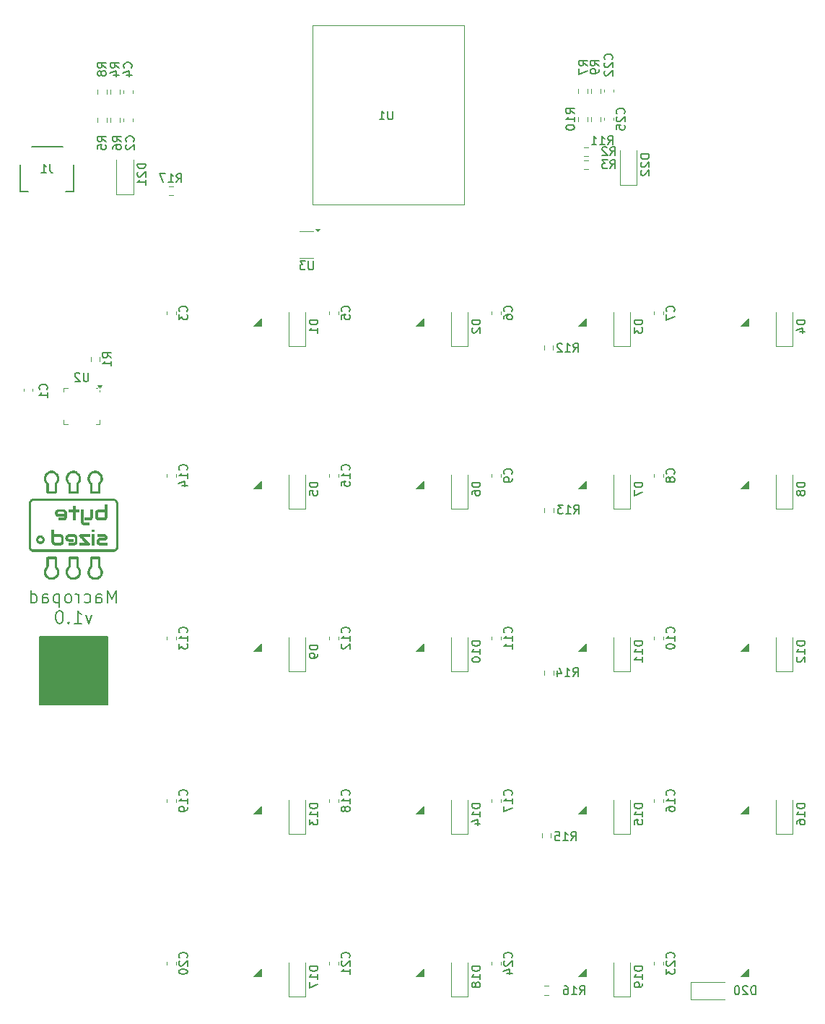
<source format=gbr>
%TF.GenerationSoftware,KiCad,Pcbnew,8.0.0*%
%TF.CreationDate,2024-11-26T10:36:05-05:00*%
%TF.ProjectId,macropad,6d616372-6f70-4616-942e-6b696361645f,v1.0*%
%TF.SameCoordinates,Original*%
%TF.FileFunction,Legend,Bot*%
%TF.FilePolarity,Positive*%
%FSLAX46Y46*%
G04 Gerber Fmt 4.6, Leading zero omitted, Abs format (unit mm)*
G04 Created by KiCad (PCBNEW 8.0.0) date 2024-11-26 10:36:05*
%MOMM*%
%LPD*%
G01*
G04 APERTURE LIST*
%ADD10C,0.200000*%
%ADD11C,0.150000*%
%ADD12C,0.100000*%
%ADD13C,0.120000*%
%ADD14C,0.152400*%
%ADD15C,0.000000*%
G04 APERTURE END LIST*
D10*
X65050001Y-106444002D02*
X73050001Y-106444002D01*
X73050001Y-114444002D01*
X65050001Y-114444002D01*
X65050001Y-106444002D01*
G36*
X65050001Y-106444002D02*
G01*
X73050001Y-106444002D01*
X73050001Y-114444002D01*
X65050001Y-114444002D01*
X65050001Y-106444002D01*
G37*
X74050001Y-102517914D02*
X74050001Y-101017914D01*
X74050001Y-101017914D02*
X73550001Y-102089343D01*
X73550001Y-102089343D02*
X73050001Y-101017914D01*
X73050001Y-101017914D02*
X73050001Y-102517914D01*
X71692858Y-102517914D02*
X71692858Y-101732200D01*
X71692858Y-101732200D02*
X71764286Y-101589343D01*
X71764286Y-101589343D02*
X71907143Y-101517914D01*
X71907143Y-101517914D02*
X72192858Y-101517914D01*
X72192858Y-101517914D02*
X72335715Y-101589343D01*
X71692858Y-102446486D02*
X71835715Y-102517914D01*
X71835715Y-102517914D02*
X72192858Y-102517914D01*
X72192858Y-102517914D02*
X72335715Y-102446486D01*
X72335715Y-102446486D02*
X72407143Y-102303628D01*
X72407143Y-102303628D02*
X72407143Y-102160771D01*
X72407143Y-102160771D02*
X72335715Y-102017914D01*
X72335715Y-102017914D02*
X72192858Y-101946486D01*
X72192858Y-101946486D02*
X71835715Y-101946486D01*
X71835715Y-101946486D02*
X71692858Y-101875057D01*
X70335715Y-102446486D02*
X70478572Y-102517914D01*
X70478572Y-102517914D02*
X70764286Y-102517914D01*
X70764286Y-102517914D02*
X70907143Y-102446486D01*
X70907143Y-102446486D02*
X70978572Y-102375057D01*
X70978572Y-102375057D02*
X71050000Y-102232200D01*
X71050000Y-102232200D02*
X71050000Y-101803628D01*
X71050000Y-101803628D02*
X70978572Y-101660771D01*
X70978572Y-101660771D02*
X70907143Y-101589343D01*
X70907143Y-101589343D02*
X70764286Y-101517914D01*
X70764286Y-101517914D02*
X70478572Y-101517914D01*
X70478572Y-101517914D02*
X70335715Y-101589343D01*
X69692858Y-102517914D02*
X69692858Y-101517914D01*
X69692858Y-101803628D02*
X69621429Y-101660771D01*
X69621429Y-101660771D02*
X69550001Y-101589343D01*
X69550001Y-101589343D02*
X69407143Y-101517914D01*
X69407143Y-101517914D02*
X69264286Y-101517914D01*
X68550001Y-102517914D02*
X68692858Y-102446486D01*
X68692858Y-102446486D02*
X68764287Y-102375057D01*
X68764287Y-102375057D02*
X68835715Y-102232200D01*
X68835715Y-102232200D02*
X68835715Y-101803628D01*
X68835715Y-101803628D02*
X68764287Y-101660771D01*
X68764287Y-101660771D02*
X68692858Y-101589343D01*
X68692858Y-101589343D02*
X68550001Y-101517914D01*
X68550001Y-101517914D02*
X68335715Y-101517914D01*
X68335715Y-101517914D02*
X68192858Y-101589343D01*
X68192858Y-101589343D02*
X68121430Y-101660771D01*
X68121430Y-101660771D02*
X68050001Y-101803628D01*
X68050001Y-101803628D02*
X68050001Y-102232200D01*
X68050001Y-102232200D02*
X68121430Y-102375057D01*
X68121430Y-102375057D02*
X68192858Y-102446486D01*
X68192858Y-102446486D02*
X68335715Y-102517914D01*
X68335715Y-102517914D02*
X68550001Y-102517914D01*
X67407144Y-101517914D02*
X67407144Y-103017914D01*
X67407144Y-101589343D02*
X67264287Y-101517914D01*
X67264287Y-101517914D02*
X66978572Y-101517914D01*
X66978572Y-101517914D02*
X66835715Y-101589343D01*
X66835715Y-101589343D02*
X66764287Y-101660771D01*
X66764287Y-101660771D02*
X66692858Y-101803628D01*
X66692858Y-101803628D02*
X66692858Y-102232200D01*
X66692858Y-102232200D02*
X66764287Y-102375057D01*
X66764287Y-102375057D02*
X66835715Y-102446486D01*
X66835715Y-102446486D02*
X66978572Y-102517914D01*
X66978572Y-102517914D02*
X67264287Y-102517914D01*
X67264287Y-102517914D02*
X67407144Y-102446486D01*
X65407144Y-102517914D02*
X65407144Y-101732200D01*
X65407144Y-101732200D02*
X65478572Y-101589343D01*
X65478572Y-101589343D02*
X65621429Y-101517914D01*
X65621429Y-101517914D02*
X65907144Y-101517914D01*
X65907144Y-101517914D02*
X66050001Y-101589343D01*
X65407144Y-102446486D02*
X65550001Y-102517914D01*
X65550001Y-102517914D02*
X65907144Y-102517914D01*
X65907144Y-102517914D02*
X66050001Y-102446486D01*
X66050001Y-102446486D02*
X66121429Y-102303628D01*
X66121429Y-102303628D02*
X66121429Y-102160771D01*
X66121429Y-102160771D02*
X66050001Y-102017914D01*
X66050001Y-102017914D02*
X65907144Y-101946486D01*
X65907144Y-101946486D02*
X65550001Y-101946486D01*
X65550001Y-101946486D02*
X65407144Y-101875057D01*
X64050001Y-102517914D02*
X64050001Y-101017914D01*
X64050001Y-102446486D02*
X64192858Y-102517914D01*
X64192858Y-102517914D02*
X64478572Y-102517914D01*
X64478572Y-102517914D02*
X64621429Y-102446486D01*
X64621429Y-102446486D02*
X64692858Y-102375057D01*
X64692858Y-102375057D02*
X64764286Y-102232200D01*
X64764286Y-102232200D02*
X64764286Y-101803628D01*
X64764286Y-101803628D02*
X64692858Y-101660771D01*
X64692858Y-101660771D02*
X64621429Y-101589343D01*
X64621429Y-101589343D02*
X64478572Y-101517914D01*
X64478572Y-101517914D02*
X64192858Y-101517914D01*
X64192858Y-101517914D02*
X64050001Y-101589343D01*
X71192857Y-103932830D02*
X70835714Y-104932830D01*
X70835714Y-104932830D02*
X70478571Y-103932830D01*
X69121428Y-104932830D02*
X69978571Y-104932830D01*
X69550000Y-104932830D02*
X69550000Y-103432830D01*
X69550000Y-103432830D02*
X69692857Y-103647116D01*
X69692857Y-103647116D02*
X69835714Y-103789973D01*
X69835714Y-103789973D02*
X69978571Y-103861402D01*
X68478572Y-104789973D02*
X68407143Y-104861402D01*
X68407143Y-104861402D02*
X68478572Y-104932830D01*
X68478572Y-104932830D02*
X68550000Y-104861402D01*
X68550000Y-104861402D02*
X68478572Y-104789973D01*
X68478572Y-104789973D02*
X68478572Y-104932830D01*
X67478571Y-103432830D02*
X67335714Y-103432830D01*
X67335714Y-103432830D02*
X67192857Y-103504259D01*
X67192857Y-103504259D02*
X67121429Y-103575687D01*
X67121429Y-103575687D02*
X67050000Y-103718544D01*
X67050000Y-103718544D02*
X66978571Y-104004259D01*
X66978571Y-104004259D02*
X66978571Y-104361402D01*
X66978571Y-104361402D02*
X67050000Y-104647116D01*
X67050000Y-104647116D02*
X67121429Y-104789973D01*
X67121429Y-104789973D02*
X67192857Y-104861402D01*
X67192857Y-104861402D02*
X67335714Y-104932830D01*
X67335714Y-104932830D02*
X67478571Y-104932830D01*
X67478571Y-104932830D02*
X67621429Y-104861402D01*
X67621429Y-104861402D02*
X67692857Y-104789973D01*
X67692857Y-104789973D02*
X67764286Y-104647116D01*
X67764286Y-104647116D02*
X67835714Y-104361402D01*
X67835714Y-104361402D02*
X67835714Y-104004259D01*
X67835714Y-104004259D02*
X67764286Y-103718544D01*
X67764286Y-103718544D02*
X67692857Y-103575687D01*
X67692857Y-103575687D02*
X67621429Y-103504259D01*
X67621429Y-103504259D02*
X67478571Y-103432830D01*
D11*
X127410857Y-130364221D02*
X127744190Y-129888030D01*
X127982285Y-130364221D02*
X127982285Y-129364221D01*
X127982285Y-129364221D02*
X127601333Y-129364221D01*
X127601333Y-129364221D02*
X127506095Y-129411840D01*
X127506095Y-129411840D02*
X127458476Y-129459459D01*
X127458476Y-129459459D02*
X127410857Y-129554697D01*
X127410857Y-129554697D02*
X127410857Y-129697554D01*
X127410857Y-129697554D02*
X127458476Y-129792792D01*
X127458476Y-129792792D02*
X127506095Y-129840411D01*
X127506095Y-129840411D02*
X127601333Y-129888030D01*
X127601333Y-129888030D02*
X127982285Y-129888030D01*
X126458476Y-130364221D02*
X127029904Y-130364221D01*
X126744190Y-130364221D02*
X126744190Y-129364221D01*
X126744190Y-129364221D02*
X126839428Y-129507078D01*
X126839428Y-129507078D02*
X126934666Y-129602316D01*
X126934666Y-129602316D02*
X127029904Y-129649935D01*
X125553714Y-129364221D02*
X126029904Y-129364221D01*
X126029904Y-129364221D02*
X126077523Y-129840411D01*
X126077523Y-129840411D02*
X126029904Y-129792792D01*
X126029904Y-129792792D02*
X125934666Y-129745173D01*
X125934666Y-129745173D02*
X125696571Y-129745173D01*
X125696571Y-129745173D02*
X125601333Y-129792792D01*
X125601333Y-129792792D02*
X125553714Y-129840411D01*
X125553714Y-129840411D02*
X125506095Y-129935649D01*
X125506095Y-129935649D02*
X125506095Y-130173744D01*
X125506095Y-130173744D02*
X125553714Y-130268982D01*
X125553714Y-130268982D02*
X125601333Y-130316602D01*
X125601333Y-130316602D02*
X125696571Y-130364221D01*
X125696571Y-130364221D02*
X125934666Y-130364221D01*
X125934666Y-130364221D02*
X126029904Y-130316602D01*
X126029904Y-130316602D02*
X126077523Y-130268982D01*
X139479580Y-87425235D02*
X139527200Y-87377616D01*
X139527200Y-87377616D02*
X139574819Y-87234759D01*
X139574819Y-87234759D02*
X139574819Y-87139521D01*
X139574819Y-87139521D02*
X139527200Y-86996664D01*
X139527200Y-86996664D02*
X139431961Y-86901426D01*
X139431961Y-86901426D02*
X139336723Y-86853807D01*
X139336723Y-86853807D02*
X139146247Y-86806188D01*
X139146247Y-86806188D02*
X139003390Y-86806188D01*
X139003390Y-86806188D02*
X138812914Y-86853807D01*
X138812914Y-86853807D02*
X138717676Y-86901426D01*
X138717676Y-86901426D02*
X138622438Y-86996664D01*
X138622438Y-86996664D02*
X138574819Y-87139521D01*
X138574819Y-87139521D02*
X138574819Y-87234759D01*
X138574819Y-87234759D02*
X138622438Y-87377616D01*
X138622438Y-87377616D02*
X138670057Y-87425235D01*
X139003390Y-87996664D02*
X138955771Y-87901426D01*
X138955771Y-87901426D02*
X138908152Y-87853807D01*
X138908152Y-87853807D02*
X138812914Y-87806188D01*
X138812914Y-87806188D02*
X138765295Y-87806188D01*
X138765295Y-87806188D02*
X138670057Y-87853807D01*
X138670057Y-87853807D02*
X138622438Y-87901426D01*
X138622438Y-87901426D02*
X138574819Y-87996664D01*
X138574819Y-87996664D02*
X138574819Y-88187140D01*
X138574819Y-88187140D02*
X138622438Y-88282378D01*
X138622438Y-88282378D02*
X138670057Y-88329997D01*
X138670057Y-88329997D02*
X138765295Y-88377616D01*
X138765295Y-88377616D02*
X138812914Y-88377616D01*
X138812914Y-88377616D02*
X138908152Y-88329997D01*
X138908152Y-88329997D02*
X138955771Y-88282378D01*
X138955771Y-88282378D02*
X139003390Y-88187140D01*
X139003390Y-88187140D02*
X139003390Y-87996664D01*
X139003390Y-87996664D02*
X139051009Y-87901426D01*
X139051009Y-87901426D02*
X139098628Y-87853807D01*
X139098628Y-87853807D02*
X139193866Y-87806188D01*
X139193866Y-87806188D02*
X139384342Y-87806188D01*
X139384342Y-87806188D02*
X139479580Y-87853807D01*
X139479580Y-87853807D02*
X139527200Y-87901426D01*
X139527200Y-87901426D02*
X139574819Y-87996664D01*
X139574819Y-87996664D02*
X139574819Y-88187140D01*
X139574819Y-88187140D02*
X139527200Y-88282378D01*
X139527200Y-88282378D02*
X139479580Y-88329997D01*
X139479580Y-88329997D02*
X139384342Y-88377616D01*
X139384342Y-88377616D02*
X139193866Y-88377616D01*
X139193866Y-88377616D02*
X139098628Y-88329997D01*
X139098628Y-88329997D02*
X139051009Y-88282378D01*
X139051009Y-88282378D02*
X139003390Y-88187140D01*
X149064285Y-148398221D02*
X149064285Y-147398221D01*
X149064285Y-147398221D02*
X148826190Y-147398221D01*
X148826190Y-147398221D02*
X148683333Y-147445840D01*
X148683333Y-147445840D02*
X148588095Y-147541078D01*
X148588095Y-147541078D02*
X148540476Y-147636316D01*
X148540476Y-147636316D02*
X148492857Y-147826792D01*
X148492857Y-147826792D02*
X148492857Y-147969649D01*
X148492857Y-147969649D02*
X148540476Y-148160125D01*
X148540476Y-148160125D02*
X148588095Y-148255363D01*
X148588095Y-148255363D02*
X148683333Y-148350602D01*
X148683333Y-148350602D02*
X148826190Y-148398221D01*
X148826190Y-148398221D02*
X149064285Y-148398221D01*
X148111904Y-147493459D02*
X148064285Y-147445840D01*
X148064285Y-147445840D02*
X147969047Y-147398221D01*
X147969047Y-147398221D02*
X147730952Y-147398221D01*
X147730952Y-147398221D02*
X147635714Y-147445840D01*
X147635714Y-147445840D02*
X147588095Y-147493459D01*
X147588095Y-147493459D02*
X147540476Y-147588697D01*
X147540476Y-147588697D02*
X147540476Y-147683935D01*
X147540476Y-147683935D02*
X147588095Y-147826792D01*
X147588095Y-147826792D02*
X148159523Y-148398221D01*
X148159523Y-148398221D02*
X147540476Y-148398221D01*
X146921428Y-147398221D02*
X146826190Y-147398221D01*
X146826190Y-147398221D02*
X146730952Y-147445840D01*
X146730952Y-147445840D02*
X146683333Y-147493459D01*
X146683333Y-147493459D02*
X146635714Y-147588697D01*
X146635714Y-147588697D02*
X146588095Y-147779173D01*
X146588095Y-147779173D02*
X146588095Y-148017268D01*
X146588095Y-148017268D02*
X146635714Y-148207744D01*
X146635714Y-148207744D02*
X146683333Y-148302982D01*
X146683333Y-148302982D02*
X146730952Y-148350602D01*
X146730952Y-148350602D02*
X146826190Y-148398221D01*
X146826190Y-148398221D02*
X146921428Y-148398221D01*
X146921428Y-148398221D02*
X147016666Y-148350602D01*
X147016666Y-148350602D02*
X147064285Y-148302982D01*
X147064285Y-148302982D02*
X147111904Y-148207744D01*
X147111904Y-148207744D02*
X147159523Y-148017268D01*
X147159523Y-148017268D02*
X147159523Y-147779173D01*
X147159523Y-147779173D02*
X147111904Y-147588697D01*
X147111904Y-147588697D02*
X147064285Y-147493459D01*
X147064285Y-147493459D02*
X147016666Y-147445840D01*
X147016666Y-147445840D02*
X146921428Y-147398221D01*
X135826819Y-126027116D02*
X134826819Y-126027116D01*
X134826819Y-126027116D02*
X134826819Y-126265211D01*
X134826819Y-126265211D02*
X134874438Y-126408068D01*
X134874438Y-126408068D02*
X134969676Y-126503306D01*
X134969676Y-126503306D02*
X135064914Y-126550925D01*
X135064914Y-126550925D02*
X135255390Y-126598544D01*
X135255390Y-126598544D02*
X135398247Y-126598544D01*
X135398247Y-126598544D02*
X135588723Y-126550925D01*
X135588723Y-126550925D02*
X135683961Y-126503306D01*
X135683961Y-126503306D02*
X135779200Y-126408068D01*
X135779200Y-126408068D02*
X135826819Y-126265211D01*
X135826819Y-126265211D02*
X135826819Y-126027116D01*
X135826819Y-127550925D02*
X135826819Y-126979497D01*
X135826819Y-127265211D02*
X134826819Y-127265211D01*
X134826819Y-127265211D02*
X134969676Y-127169973D01*
X134969676Y-127169973D02*
X135064914Y-127074735D01*
X135064914Y-127074735D02*
X135112533Y-126979497D01*
X134826819Y-128455687D02*
X134826819Y-127979497D01*
X134826819Y-127979497D02*
X135303009Y-127931878D01*
X135303009Y-127931878D02*
X135255390Y-127979497D01*
X135255390Y-127979497D02*
X135207771Y-128074735D01*
X135207771Y-128074735D02*
X135207771Y-128312830D01*
X135207771Y-128312830D02*
X135255390Y-128408068D01*
X135255390Y-128408068D02*
X135303009Y-128455687D01*
X135303009Y-128455687D02*
X135398247Y-128503306D01*
X135398247Y-128503306D02*
X135636342Y-128503306D01*
X135636342Y-128503306D02*
X135731580Y-128455687D01*
X135731580Y-128455687D02*
X135779200Y-128408068D01*
X135779200Y-128408068D02*
X135826819Y-128312830D01*
X135826819Y-128312830D02*
X135826819Y-128074735D01*
X135826819Y-128074735D02*
X135779200Y-127979497D01*
X135779200Y-127979497D02*
X135731580Y-127931878D01*
X154876819Y-88403307D02*
X153876819Y-88403307D01*
X153876819Y-88403307D02*
X153876819Y-88641402D01*
X153876819Y-88641402D02*
X153924438Y-88784259D01*
X153924438Y-88784259D02*
X154019676Y-88879497D01*
X154019676Y-88879497D02*
X154114914Y-88927116D01*
X154114914Y-88927116D02*
X154305390Y-88974735D01*
X154305390Y-88974735D02*
X154448247Y-88974735D01*
X154448247Y-88974735D02*
X154638723Y-88927116D01*
X154638723Y-88927116D02*
X154733961Y-88879497D01*
X154733961Y-88879497D02*
X154829200Y-88784259D01*
X154829200Y-88784259D02*
X154876819Y-88641402D01*
X154876819Y-88641402D02*
X154876819Y-88403307D01*
X154305390Y-89546164D02*
X154257771Y-89450926D01*
X154257771Y-89450926D02*
X154210152Y-89403307D01*
X154210152Y-89403307D02*
X154114914Y-89355688D01*
X154114914Y-89355688D02*
X154067295Y-89355688D01*
X154067295Y-89355688D02*
X153972057Y-89403307D01*
X153972057Y-89403307D02*
X153924438Y-89450926D01*
X153924438Y-89450926D02*
X153876819Y-89546164D01*
X153876819Y-89546164D02*
X153876819Y-89736640D01*
X153876819Y-89736640D02*
X153924438Y-89831878D01*
X153924438Y-89831878D02*
X153972057Y-89879497D01*
X153972057Y-89879497D02*
X154067295Y-89927116D01*
X154067295Y-89927116D02*
X154114914Y-89927116D01*
X154114914Y-89927116D02*
X154210152Y-89879497D01*
X154210152Y-89879497D02*
X154257771Y-89831878D01*
X154257771Y-89831878D02*
X154305390Y-89736640D01*
X154305390Y-89736640D02*
X154305390Y-89546164D01*
X154305390Y-89546164D02*
X154353009Y-89450926D01*
X154353009Y-89450926D02*
X154400628Y-89403307D01*
X154400628Y-89403307D02*
X154495866Y-89355688D01*
X154495866Y-89355688D02*
X154686342Y-89355688D01*
X154686342Y-89355688D02*
X154781580Y-89403307D01*
X154781580Y-89403307D02*
X154829200Y-89450926D01*
X154829200Y-89450926D02*
X154876819Y-89546164D01*
X154876819Y-89546164D02*
X154876819Y-89736640D01*
X154876819Y-89736640D02*
X154829200Y-89831878D01*
X154829200Y-89831878D02*
X154781580Y-89879497D01*
X154781580Y-89879497D02*
X154686342Y-89927116D01*
X154686342Y-89927116D02*
X154495866Y-89927116D01*
X154495866Y-89927116D02*
X154400628Y-89879497D01*
X154400628Y-89879497D02*
X154353009Y-89831878D01*
X154353009Y-89831878D02*
X154305390Y-89736640D01*
X132207580Y-38842544D02*
X132255200Y-38794925D01*
X132255200Y-38794925D02*
X132302819Y-38652068D01*
X132302819Y-38652068D02*
X132302819Y-38556830D01*
X132302819Y-38556830D02*
X132255200Y-38413973D01*
X132255200Y-38413973D02*
X132159961Y-38318735D01*
X132159961Y-38318735D02*
X132064723Y-38271116D01*
X132064723Y-38271116D02*
X131874247Y-38223497D01*
X131874247Y-38223497D02*
X131731390Y-38223497D01*
X131731390Y-38223497D02*
X131540914Y-38271116D01*
X131540914Y-38271116D02*
X131445676Y-38318735D01*
X131445676Y-38318735D02*
X131350438Y-38413973D01*
X131350438Y-38413973D02*
X131302819Y-38556830D01*
X131302819Y-38556830D02*
X131302819Y-38652068D01*
X131302819Y-38652068D02*
X131350438Y-38794925D01*
X131350438Y-38794925D02*
X131398057Y-38842544D01*
X131398057Y-39223497D02*
X131350438Y-39271116D01*
X131350438Y-39271116D02*
X131302819Y-39366354D01*
X131302819Y-39366354D02*
X131302819Y-39604449D01*
X131302819Y-39604449D02*
X131350438Y-39699687D01*
X131350438Y-39699687D02*
X131398057Y-39747306D01*
X131398057Y-39747306D02*
X131493295Y-39794925D01*
X131493295Y-39794925D02*
X131588533Y-39794925D01*
X131588533Y-39794925D02*
X131731390Y-39747306D01*
X131731390Y-39747306D02*
X132302819Y-39175878D01*
X132302819Y-39175878D02*
X132302819Y-39794925D01*
X131398057Y-40175878D02*
X131350438Y-40223497D01*
X131350438Y-40223497D02*
X131302819Y-40318735D01*
X131302819Y-40318735D02*
X131302819Y-40556830D01*
X131302819Y-40556830D02*
X131350438Y-40652068D01*
X131350438Y-40652068D02*
X131398057Y-40699687D01*
X131398057Y-40699687D02*
X131493295Y-40747306D01*
X131493295Y-40747306D02*
X131588533Y-40747306D01*
X131588533Y-40747306D02*
X131731390Y-40699687D01*
X131731390Y-40699687D02*
X132302819Y-40128259D01*
X132302819Y-40128259D02*
X132302819Y-40747306D01*
X120429580Y-144099044D02*
X120477200Y-144051425D01*
X120477200Y-144051425D02*
X120524819Y-143908568D01*
X120524819Y-143908568D02*
X120524819Y-143813330D01*
X120524819Y-143813330D02*
X120477200Y-143670473D01*
X120477200Y-143670473D02*
X120381961Y-143575235D01*
X120381961Y-143575235D02*
X120286723Y-143527616D01*
X120286723Y-143527616D02*
X120096247Y-143479997D01*
X120096247Y-143479997D02*
X119953390Y-143479997D01*
X119953390Y-143479997D02*
X119762914Y-143527616D01*
X119762914Y-143527616D02*
X119667676Y-143575235D01*
X119667676Y-143575235D02*
X119572438Y-143670473D01*
X119572438Y-143670473D02*
X119524819Y-143813330D01*
X119524819Y-143813330D02*
X119524819Y-143908568D01*
X119524819Y-143908568D02*
X119572438Y-144051425D01*
X119572438Y-144051425D02*
X119620057Y-144099044D01*
X119620057Y-144479997D02*
X119572438Y-144527616D01*
X119572438Y-144527616D02*
X119524819Y-144622854D01*
X119524819Y-144622854D02*
X119524819Y-144860949D01*
X119524819Y-144860949D02*
X119572438Y-144956187D01*
X119572438Y-144956187D02*
X119620057Y-145003806D01*
X119620057Y-145003806D02*
X119715295Y-145051425D01*
X119715295Y-145051425D02*
X119810533Y-145051425D01*
X119810533Y-145051425D02*
X119953390Y-145003806D01*
X119953390Y-145003806D02*
X120524819Y-144432378D01*
X120524819Y-144432378D02*
X120524819Y-145051425D01*
X119858152Y-145908568D02*
X120524819Y-145908568D01*
X119477200Y-145670473D02*
X120191485Y-145432378D01*
X120191485Y-145432378D02*
X120191485Y-146051425D01*
X82329580Y-105999044D02*
X82377200Y-105951425D01*
X82377200Y-105951425D02*
X82424819Y-105808568D01*
X82424819Y-105808568D02*
X82424819Y-105713330D01*
X82424819Y-105713330D02*
X82377200Y-105570473D01*
X82377200Y-105570473D02*
X82281961Y-105475235D01*
X82281961Y-105475235D02*
X82186723Y-105427616D01*
X82186723Y-105427616D02*
X81996247Y-105379997D01*
X81996247Y-105379997D02*
X81853390Y-105379997D01*
X81853390Y-105379997D02*
X81662914Y-105427616D01*
X81662914Y-105427616D02*
X81567676Y-105475235D01*
X81567676Y-105475235D02*
X81472438Y-105570473D01*
X81472438Y-105570473D02*
X81424819Y-105713330D01*
X81424819Y-105713330D02*
X81424819Y-105808568D01*
X81424819Y-105808568D02*
X81472438Y-105951425D01*
X81472438Y-105951425D02*
X81520057Y-105999044D01*
X82424819Y-106951425D02*
X82424819Y-106379997D01*
X82424819Y-106665711D02*
X81424819Y-106665711D01*
X81424819Y-106665711D02*
X81567676Y-106570473D01*
X81567676Y-106570473D02*
X81662914Y-106475235D01*
X81662914Y-106475235D02*
X81710533Y-106379997D01*
X81424819Y-107284759D02*
X81424819Y-107903806D01*
X81424819Y-107903806D02*
X81805771Y-107570473D01*
X81805771Y-107570473D02*
X81805771Y-107713330D01*
X81805771Y-107713330D02*
X81853390Y-107808568D01*
X81853390Y-107808568D02*
X81901009Y-107856187D01*
X81901009Y-107856187D02*
X81996247Y-107903806D01*
X81996247Y-107903806D02*
X82234342Y-107903806D01*
X82234342Y-107903806D02*
X82329580Y-107856187D01*
X82329580Y-107856187D02*
X82377200Y-107808568D01*
X82377200Y-107808568D02*
X82424819Y-107713330D01*
X82424819Y-107713330D02*
X82424819Y-107427616D01*
X82424819Y-107427616D02*
X82377200Y-107332378D01*
X82377200Y-107332378D02*
X82329580Y-107284759D01*
X70786304Y-75564421D02*
X70786304Y-76373944D01*
X70786304Y-76373944D02*
X70738685Y-76469182D01*
X70738685Y-76469182D02*
X70691066Y-76516802D01*
X70691066Y-76516802D02*
X70595828Y-76564421D01*
X70595828Y-76564421D02*
X70405352Y-76564421D01*
X70405352Y-76564421D02*
X70310114Y-76516802D01*
X70310114Y-76516802D02*
X70262495Y-76469182D01*
X70262495Y-76469182D02*
X70214876Y-76373944D01*
X70214876Y-76373944D02*
X70214876Y-75564421D01*
X69786304Y-75659659D02*
X69738685Y-75612040D01*
X69738685Y-75612040D02*
X69643447Y-75564421D01*
X69643447Y-75564421D02*
X69405352Y-75564421D01*
X69405352Y-75564421D02*
X69310114Y-75612040D01*
X69310114Y-75612040D02*
X69262495Y-75659659D01*
X69262495Y-75659659D02*
X69214876Y-75754897D01*
X69214876Y-75754897D02*
X69214876Y-75850135D01*
X69214876Y-75850135D02*
X69262495Y-75992992D01*
X69262495Y-75992992D02*
X69833923Y-76564421D01*
X69833923Y-76564421D02*
X69214876Y-76564421D01*
X101379580Y-86949044D02*
X101427200Y-86901425D01*
X101427200Y-86901425D02*
X101474819Y-86758568D01*
X101474819Y-86758568D02*
X101474819Y-86663330D01*
X101474819Y-86663330D02*
X101427200Y-86520473D01*
X101427200Y-86520473D02*
X101331961Y-86425235D01*
X101331961Y-86425235D02*
X101236723Y-86377616D01*
X101236723Y-86377616D02*
X101046247Y-86329997D01*
X101046247Y-86329997D02*
X100903390Y-86329997D01*
X100903390Y-86329997D02*
X100712914Y-86377616D01*
X100712914Y-86377616D02*
X100617676Y-86425235D01*
X100617676Y-86425235D02*
X100522438Y-86520473D01*
X100522438Y-86520473D02*
X100474819Y-86663330D01*
X100474819Y-86663330D02*
X100474819Y-86758568D01*
X100474819Y-86758568D02*
X100522438Y-86901425D01*
X100522438Y-86901425D02*
X100570057Y-86949044D01*
X101474819Y-87901425D02*
X101474819Y-87329997D01*
X101474819Y-87615711D02*
X100474819Y-87615711D01*
X100474819Y-87615711D02*
X100617676Y-87520473D01*
X100617676Y-87520473D02*
X100712914Y-87425235D01*
X100712914Y-87425235D02*
X100760533Y-87329997D01*
X100474819Y-88806187D02*
X100474819Y-88329997D01*
X100474819Y-88329997D02*
X100951009Y-88282378D01*
X100951009Y-88282378D02*
X100903390Y-88329997D01*
X100903390Y-88329997D02*
X100855771Y-88425235D01*
X100855771Y-88425235D02*
X100855771Y-88663330D01*
X100855771Y-88663330D02*
X100903390Y-88758568D01*
X100903390Y-88758568D02*
X100951009Y-88806187D01*
X100951009Y-88806187D02*
X101046247Y-88853806D01*
X101046247Y-88853806D02*
X101284342Y-88853806D01*
X101284342Y-88853806D02*
X101379580Y-88806187D01*
X101379580Y-88806187D02*
X101427200Y-88758568D01*
X101427200Y-88758568D02*
X101474819Y-88663330D01*
X101474819Y-88663330D02*
X101474819Y-88425235D01*
X101474819Y-88425235D02*
X101427200Y-88329997D01*
X101427200Y-88329997D02*
X101379580Y-88282378D01*
X97726819Y-145077116D02*
X96726819Y-145077116D01*
X96726819Y-145077116D02*
X96726819Y-145315211D01*
X96726819Y-145315211D02*
X96774438Y-145458068D01*
X96774438Y-145458068D02*
X96869676Y-145553306D01*
X96869676Y-145553306D02*
X96964914Y-145600925D01*
X96964914Y-145600925D02*
X97155390Y-145648544D01*
X97155390Y-145648544D02*
X97298247Y-145648544D01*
X97298247Y-145648544D02*
X97488723Y-145600925D01*
X97488723Y-145600925D02*
X97583961Y-145553306D01*
X97583961Y-145553306D02*
X97679200Y-145458068D01*
X97679200Y-145458068D02*
X97726819Y-145315211D01*
X97726819Y-145315211D02*
X97726819Y-145077116D01*
X97726819Y-146600925D02*
X97726819Y-146029497D01*
X97726819Y-146315211D02*
X96726819Y-146315211D01*
X96726819Y-146315211D02*
X96869676Y-146219973D01*
X96869676Y-146219973D02*
X96964914Y-146124735D01*
X96964914Y-146124735D02*
X97012533Y-146029497D01*
X96726819Y-146934259D02*
X96726819Y-147600925D01*
X96726819Y-147600925D02*
X97726819Y-147172354D01*
X81130157Y-53242221D02*
X81463490Y-52766030D01*
X81701585Y-53242221D02*
X81701585Y-52242221D01*
X81701585Y-52242221D02*
X81320633Y-52242221D01*
X81320633Y-52242221D02*
X81225395Y-52289840D01*
X81225395Y-52289840D02*
X81177776Y-52337459D01*
X81177776Y-52337459D02*
X81130157Y-52432697D01*
X81130157Y-52432697D02*
X81130157Y-52575554D01*
X81130157Y-52575554D02*
X81177776Y-52670792D01*
X81177776Y-52670792D02*
X81225395Y-52718411D01*
X81225395Y-52718411D02*
X81320633Y-52766030D01*
X81320633Y-52766030D02*
X81701585Y-52766030D01*
X80177776Y-53242221D02*
X80749204Y-53242221D01*
X80463490Y-53242221D02*
X80463490Y-52242221D01*
X80463490Y-52242221D02*
X80558728Y-52385078D01*
X80558728Y-52385078D02*
X80653966Y-52480316D01*
X80653966Y-52480316D02*
X80749204Y-52527935D01*
X79844442Y-52242221D02*
X79177776Y-52242221D01*
X79177776Y-52242221D02*
X79606347Y-53242221D01*
X120429580Y-105999044D02*
X120477200Y-105951425D01*
X120477200Y-105951425D02*
X120524819Y-105808568D01*
X120524819Y-105808568D02*
X120524819Y-105713330D01*
X120524819Y-105713330D02*
X120477200Y-105570473D01*
X120477200Y-105570473D02*
X120381961Y-105475235D01*
X120381961Y-105475235D02*
X120286723Y-105427616D01*
X120286723Y-105427616D02*
X120096247Y-105379997D01*
X120096247Y-105379997D02*
X119953390Y-105379997D01*
X119953390Y-105379997D02*
X119762914Y-105427616D01*
X119762914Y-105427616D02*
X119667676Y-105475235D01*
X119667676Y-105475235D02*
X119572438Y-105570473D01*
X119572438Y-105570473D02*
X119524819Y-105713330D01*
X119524819Y-105713330D02*
X119524819Y-105808568D01*
X119524819Y-105808568D02*
X119572438Y-105951425D01*
X119572438Y-105951425D02*
X119620057Y-105999044D01*
X120524819Y-106951425D02*
X120524819Y-106379997D01*
X120524819Y-106665711D02*
X119524819Y-106665711D01*
X119524819Y-106665711D02*
X119667676Y-106570473D01*
X119667676Y-106570473D02*
X119762914Y-106475235D01*
X119762914Y-106475235D02*
X119810533Y-106379997D01*
X120524819Y-107903806D02*
X120524819Y-107332378D01*
X120524819Y-107618092D02*
X119524819Y-107618092D01*
X119524819Y-107618092D02*
X119667676Y-107522854D01*
X119667676Y-107522854D02*
X119762914Y-107427616D01*
X119762914Y-107427616D02*
X119810533Y-107332378D01*
X101379580Y-105999044D02*
X101427200Y-105951425D01*
X101427200Y-105951425D02*
X101474819Y-105808568D01*
X101474819Y-105808568D02*
X101474819Y-105713330D01*
X101474819Y-105713330D02*
X101427200Y-105570473D01*
X101427200Y-105570473D02*
X101331961Y-105475235D01*
X101331961Y-105475235D02*
X101236723Y-105427616D01*
X101236723Y-105427616D02*
X101046247Y-105379997D01*
X101046247Y-105379997D02*
X100903390Y-105379997D01*
X100903390Y-105379997D02*
X100712914Y-105427616D01*
X100712914Y-105427616D02*
X100617676Y-105475235D01*
X100617676Y-105475235D02*
X100522438Y-105570473D01*
X100522438Y-105570473D02*
X100474819Y-105713330D01*
X100474819Y-105713330D02*
X100474819Y-105808568D01*
X100474819Y-105808568D02*
X100522438Y-105951425D01*
X100522438Y-105951425D02*
X100570057Y-105999044D01*
X101474819Y-106951425D02*
X101474819Y-106379997D01*
X101474819Y-106665711D02*
X100474819Y-106665711D01*
X100474819Y-106665711D02*
X100617676Y-106570473D01*
X100617676Y-106570473D02*
X100712914Y-106475235D01*
X100712914Y-106475235D02*
X100760533Y-106379997D01*
X100570057Y-107332378D02*
X100522438Y-107379997D01*
X100522438Y-107379997D02*
X100474819Y-107475235D01*
X100474819Y-107475235D02*
X100474819Y-107713330D01*
X100474819Y-107713330D02*
X100522438Y-107808568D01*
X100522438Y-107808568D02*
X100570057Y-107856187D01*
X100570057Y-107856187D02*
X100665295Y-107903806D01*
X100665295Y-107903806D02*
X100760533Y-107903806D01*
X100760533Y-107903806D02*
X100903390Y-107856187D01*
X100903390Y-107856187D02*
X101474819Y-107284759D01*
X101474819Y-107284759D02*
X101474819Y-107903806D01*
X139479580Y-125049044D02*
X139527200Y-125001425D01*
X139527200Y-125001425D02*
X139574819Y-124858568D01*
X139574819Y-124858568D02*
X139574819Y-124763330D01*
X139574819Y-124763330D02*
X139527200Y-124620473D01*
X139527200Y-124620473D02*
X139431961Y-124525235D01*
X139431961Y-124525235D02*
X139336723Y-124477616D01*
X139336723Y-124477616D02*
X139146247Y-124429997D01*
X139146247Y-124429997D02*
X139003390Y-124429997D01*
X139003390Y-124429997D02*
X138812914Y-124477616D01*
X138812914Y-124477616D02*
X138717676Y-124525235D01*
X138717676Y-124525235D02*
X138622438Y-124620473D01*
X138622438Y-124620473D02*
X138574819Y-124763330D01*
X138574819Y-124763330D02*
X138574819Y-124858568D01*
X138574819Y-124858568D02*
X138622438Y-125001425D01*
X138622438Y-125001425D02*
X138670057Y-125049044D01*
X139574819Y-126001425D02*
X139574819Y-125429997D01*
X139574819Y-125715711D02*
X138574819Y-125715711D01*
X138574819Y-125715711D02*
X138717676Y-125620473D01*
X138717676Y-125620473D02*
X138812914Y-125525235D01*
X138812914Y-125525235D02*
X138860533Y-125429997D01*
X138574819Y-126858568D02*
X138574819Y-126668092D01*
X138574819Y-126668092D02*
X138622438Y-126572854D01*
X138622438Y-126572854D02*
X138670057Y-126525235D01*
X138670057Y-126525235D02*
X138812914Y-126429997D01*
X138812914Y-126429997D02*
X139003390Y-126382378D01*
X139003390Y-126382378D02*
X139384342Y-126382378D01*
X139384342Y-126382378D02*
X139479580Y-126429997D01*
X139479580Y-126429997D02*
X139527200Y-126477616D01*
X139527200Y-126477616D02*
X139574819Y-126572854D01*
X139574819Y-126572854D02*
X139574819Y-126763330D01*
X139574819Y-126763330D02*
X139527200Y-126858568D01*
X139527200Y-126858568D02*
X139479580Y-126906187D01*
X139479580Y-126906187D02*
X139384342Y-126953806D01*
X139384342Y-126953806D02*
X139146247Y-126953806D01*
X139146247Y-126953806D02*
X139051009Y-126906187D01*
X139051009Y-126906187D02*
X139003390Y-126858568D01*
X139003390Y-126858568D02*
X138955771Y-126763330D01*
X138955771Y-126763330D02*
X138955771Y-126572854D01*
X138955771Y-126572854D02*
X139003390Y-126477616D01*
X139003390Y-126477616D02*
X139051009Y-126429997D01*
X139051009Y-126429997D02*
X139146247Y-126382378D01*
X116776819Y-126027116D02*
X115776819Y-126027116D01*
X115776819Y-126027116D02*
X115776819Y-126265211D01*
X115776819Y-126265211D02*
X115824438Y-126408068D01*
X115824438Y-126408068D02*
X115919676Y-126503306D01*
X115919676Y-126503306D02*
X116014914Y-126550925D01*
X116014914Y-126550925D02*
X116205390Y-126598544D01*
X116205390Y-126598544D02*
X116348247Y-126598544D01*
X116348247Y-126598544D02*
X116538723Y-126550925D01*
X116538723Y-126550925D02*
X116633961Y-126503306D01*
X116633961Y-126503306D02*
X116729200Y-126408068D01*
X116729200Y-126408068D02*
X116776819Y-126265211D01*
X116776819Y-126265211D02*
X116776819Y-126027116D01*
X116776819Y-127550925D02*
X116776819Y-126979497D01*
X116776819Y-127265211D02*
X115776819Y-127265211D01*
X115776819Y-127265211D02*
X115919676Y-127169973D01*
X115919676Y-127169973D02*
X116014914Y-127074735D01*
X116014914Y-127074735D02*
X116062533Y-126979497D01*
X116110152Y-128408068D02*
X116776819Y-128408068D01*
X115729200Y-128169973D02*
X116443485Y-127931878D01*
X116443485Y-127931878D02*
X116443485Y-128550925D01*
X116776819Y-145077116D02*
X115776819Y-145077116D01*
X115776819Y-145077116D02*
X115776819Y-145315211D01*
X115776819Y-145315211D02*
X115824438Y-145458068D01*
X115824438Y-145458068D02*
X115919676Y-145553306D01*
X115919676Y-145553306D02*
X116014914Y-145600925D01*
X116014914Y-145600925D02*
X116205390Y-145648544D01*
X116205390Y-145648544D02*
X116348247Y-145648544D01*
X116348247Y-145648544D02*
X116538723Y-145600925D01*
X116538723Y-145600925D02*
X116633961Y-145553306D01*
X116633961Y-145553306D02*
X116729200Y-145458068D01*
X116729200Y-145458068D02*
X116776819Y-145315211D01*
X116776819Y-145315211D02*
X116776819Y-145077116D01*
X116776819Y-146600925D02*
X116776819Y-146029497D01*
X116776819Y-146315211D02*
X115776819Y-146315211D01*
X115776819Y-146315211D02*
X115919676Y-146219973D01*
X115919676Y-146219973D02*
X116014914Y-146124735D01*
X116014914Y-146124735D02*
X116062533Y-146029497D01*
X116205390Y-147172354D02*
X116157771Y-147077116D01*
X116157771Y-147077116D02*
X116110152Y-147029497D01*
X116110152Y-147029497D02*
X116014914Y-146981878D01*
X116014914Y-146981878D02*
X115967295Y-146981878D01*
X115967295Y-146981878D02*
X115872057Y-147029497D01*
X115872057Y-147029497D02*
X115824438Y-147077116D01*
X115824438Y-147077116D02*
X115776819Y-147172354D01*
X115776819Y-147172354D02*
X115776819Y-147362830D01*
X115776819Y-147362830D02*
X115824438Y-147458068D01*
X115824438Y-147458068D02*
X115872057Y-147505687D01*
X115872057Y-147505687D02*
X115967295Y-147553306D01*
X115967295Y-147553306D02*
X116014914Y-147553306D01*
X116014914Y-147553306D02*
X116110152Y-147505687D01*
X116110152Y-147505687D02*
X116157771Y-147458068D01*
X116157771Y-147458068D02*
X116205390Y-147362830D01*
X116205390Y-147362830D02*
X116205390Y-147172354D01*
X116205390Y-147172354D02*
X116253009Y-147077116D01*
X116253009Y-147077116D02*
X116300628Y-147029497D01*
X116300628Y-147029497D02*
X116395866Y-146981878D01*
X116395866Y-146981878D02*
X116586342Y-146981878D01*
X116586342Y-146981878D02*
X116681580Y-147029497D01*
X116681580Y-147029497D02*
X116729200Y-147077116D01*
X116729200Y-147077116D02*
X116776819Y-147172354D01*
X116776819Y-147172354D02*
X116776819Y-147362830D01*
X116776819Y-147362830D02*
X116729200Y-147458068D01*
X116729200Y-147458068D02*
X116681580Y-147505687D01*
X116681580Y-147505687D02*
X116586342Y-147553306D01*
X116586342Y-147553306D02*
X116395866Y-147553306D01*
X116395866Y-147553306D02*
X116300628Y-147505687D01*
X116300628Y-147505687D02*
X116253009Y-147458068D01*
X116253009Y-147458068D02*
X116205390Y-147362830D01*
X127639457Y-111136421D02*
X127972790Y-110660230D01*
X128210885Y-111136421D02*
X128210885Y-110136421D01*
X128210885Y-110136421D02*
X127829933Y-110136421D01*
X127829933Y-110136421D02*
X127734695Y-110184040D01*
X127734695Y-110184040D02*
X127687076Y-110231659D01*
X127687076Y-110231659D02*
X127639457Y-110326897D01*
X127639457Y-110326897D02*
X127639457Y-110469754D01*
X127639457Y-110469754D02*
X127687076Y-110564992D01*
X127687076Y-110564992D02*
X127734695Y-110612611D01*
X127734695Y-110612611D02*
X127829933Y-110660230D01*
X127829933Y-110660230D02*
X128210885Y-110660230D01*
X126687076Y-111136421D02*
X127258504Y-111136421D01*
X126972790Y-111136421D02*
X126972790Y-110136421D01*
X126972790Y-110136421D02*
X127068028Y-110279278D01*
X127068028Y-110279278D02*
X127163266Y-110374516D01*
X127163266Y-110374516D02*
X127258504Y-110422135D01*
X125829933Y-110469754D02*
X125829933Y-111136421D01*
X126068028Y-110088802D02*
X126306123Y-110803087D01*
X126306123Y-110803087D02*
X125687076Y-110803087D01*
X97726819Y-107453307D02*
X96726819Y-107453307D01*
X96726819Y-107453307D02*
X96726819Y-107691402D01*
X96726819Y-107691402D02*
X96774438Y-107834259D01*
X96774438Y-107834259D02*
X96869676Y-107929497D01*
X96869676Y-107929497D02*
X96964914Y-107977116D01*
X96964914Y-107977116D02*
X97155390Y-108024735D01*
X97155390Y-108024735D02*
X97298247Y-108024735D01*
X97298247Y-108024735D02*
X97488723Y-107977116D01*
X97488723Y-107977116D02*
X97583961Y-107929497D01*
X97583961Y-107929497D02*
X97679200Y-107834259D01*
X97679200Y-107834259D02*
X97726819Y-107691402D01*
X97726819Y-107691402D02*
X97726819Y-107453307D01*
X97726819Y-108500926D02*
X97726819Y-108691402D01*
X97726819Y-108691402D02*
X97679200Y-108786640D01*
X97679200Y-108786640D02*
X97631580Y-108834259D01*
X97631580Y-108834259D02*
X97488723Y-108929497D01*
X97488723Y-108929497D02*
X97298247Y-108977116D01*
X97298247Y-108977116D02*
X96917295Y-108977116D01*
X96917295Y-108977116D02*
X96822057Y-108929497D01*
X96822057Y-108929497D02*
X96774438Y-108881878D01*
X96774438Y-108881878D02*
X96726819Y-108786640D01*
X96726819Y-108786640D02*
X96726819Y-108596164D01*
X96726819Y-108596164D02*
X96774438Y-108500926D01*
X96774438Y-108500926D02*
X96822057Y-108453307D01*
X96822057Y-108453307D02*
X96917295Y-108405688D01*
X96917295Y-108405688D02*
X97155390Y-108405688D01*
X97155390Y-108405688D02*
X97250628Y-108453307D01*
X97250628Y-108453307D02*
X97298247Y-108500926D01*
X97298247Y-108500926D02*
X97345866Y-108596164D01*
X97345866Y-108596164D02*
X97345866Y-108786640D01*
X97345866Y-108786640D02*
X97298247Y-108881878D01*
X97298247Y-108881878D02*
X97250628Y-108929497D01*
X97250628Y-108929497D02*
X97155390Y-108977116D01*
X120429580Y-68375235D02*
X120477200Y-68327616D01*
X120477200Y-68327616D02*
X120524819Y-68184759D01*
X120524819Y-68184759D02*
X120524819Y-68089521D01*
X120524819Y-68089521D02*
X120477200Y-67946664D01*
X120477200Y-67946664D02*
X120381961Y-67851426D01*
X120381961Y-67851426D02*
X120286723Y-67803807D01*
X120286723Y-67803807D02*
X120096247Y-67756188D01*
X120096247Y-67756188D02*
X119953390Y-67756188D01*
X119953390Y-67756188D02*
X119762914Y-67803807D01*
X119762914Y-67803807D02*
X119667676Y-67851426D01*
X119667676Y-67851426D02*
X119572438Y-67946664D01*
X119572438Y-67946664D02*
X119524819Y-68089521D01*
X119524819Y-68089521D02*
X119524819Y-68184759D01*
X119524819Y-68184759D02*
X119572438Y-68327616D01*
X119572438Y-68327616D02*
X119620057Y-68375235D01*
X119524819Y-69232378D02*
X119524819Y-69041902D01*
X119524819Y-69041902D02*
X119572438Y-68946664D01*
X119572438Y-68946664D02*
X119620057Y-68899045D01*
X119620057Y-68899045D02*
X119762914Y-68803807D01*
X119762914Y-68803807D02*
X119953390Y-68756188D01*
X119953390Y-68756188D02*
X120334342Y-68756188D01*
X120334342Y-68756188D02*
X120429580Y-68803807D01*
X120429580Y-68803807D02*
X120477200Y-68851426D01*
X120477200Y-68851426D02*
X120524819Y-68946664D01*
X120524819Y-68946664D02*
X120524819Y-69137140D01*
X120524819Y-69137140D02*
X120477200Y-69232378D01*
X120477200Y-69232378D02*
X120429580Y-69279997D01*
X120429580Y-69279997D02*
X120334342Y-69327616D01*
X120334342Y-69327616D02*
X120096247Y-69327616D01*
X120096247Y-69327616D02*
X120001009Y-69279997D01*
X120001009Y-69279997D02*
X119953390Y-69232378D01*
X119953390Y-69232378D02*
X119905771Y-69137140D01*
X119905771Y-69137140D02*
X119905771Y-68946664D01*
X119905771Y-68946664D02*
X119953390Y-68851426D01*
X119953390Y-68851426D02*
X120001009Y-68803807D01*
X120001009Y-68803807D02*
X120096247Y-68756188D01*
X82329580Y-144099044D02*
X82377200Y-144051425D01*
X82377200Y-144051425D02*
X82424819Y-143908568D01*
X82424819Y-143908568D02*
X82424819Y-143813330D01*
X82424819Y-143813330D02*
X82377200Y-143670473D01*
X82377200Y-143670473D02*
X82281961Y-143575235D01*
X82281961Y-143575235D02*
X82186723Y-143527616D01*
X82186723Y-143527616D02*
X81996247Y-143479997D01*
X81996247Y-143479997D02*
X81853390Y-143479997D01*
X81853390Y-143479997D02*
X81662914Y-143527616D01*
X81662914Y-143527616D02*
X81567676Y-143575235D01*
X81567676Y-143575235D02*
X81472438Y-143670473D01*
X81472438Y-143670473D02*
X81424819Y-143813330D01*
X81424819Y-143813330D02*
X81424819Y-143908568D01*
X81424819Y-143908568D02*
X81472438Y-144051425D01*
X81472438Y-144051425D02*
X81520057Y-144099044D01*
X81520057Y-144479997D02*
X81472438Y-144527616D01*
X81472438Y-144527616D02*
X81424819Y-144622854D01*
X81424819Y-144622854D02*
X81424819Y-144860949D01*
X81424819Y-144860949D02*
X81472438Y-144956187D01*
X81472438Y-144956187D02*
X81520057Y-145003806D01*
X81520057Y-145003806D02*
X81615295Y-145051425D01*
X81615295Y-145051425D02*
X81710533Y-145051425D01*
X81710533Y-145051425D02*
X81853390Y-145003806D01*
X81853390Y-145003806D02*
X82424819Y-144432378D01*
X82424819Y-144432378D02*
X82424819Y-145051425D01*
X81424819Y-145670473D02*
X81424819Y-145765711D01*
X81424819Y-145765711D02*
X81472438Y-145860949D01*
X81472438Y-145860949D02*
X81520057Y-145908568D01*
X81520057Y-145908568D02*
X81615295Y-145956187D01*
X81615295Y-145956187D02*
X81805771Y-146003806D01*
X81805771Y-146003806D02*
X82043866Y-146003806D01*
X82043866Y-146003806D02*
X82234342Y-145956187D01*
X82234342Y-145956187D02*
X82329580Y-145908568D01*
X82329580Y-145908568D02*
X82377200Y-145860949D01*
X82377200Y-145860949D02*
X82424819Y-145765711D01*
X82424819Y-145765711D02*
X82424819Y-145670473D01*
X82424819Y-145670473D02*
X82377200Y-145575235D01*
X82377200Y-145575235D02*
X82329580Y-145527616D01*
X82329580Y-145527616D02*
X82234342Y-145479997D01*
X82234342Y-145479997D02*
X82043866Y-145432378D01*
X82043866Y-145432378D02*
X81805771Y-145432378D01*
X81805771Y-145432378D02*
X81615295Y-145479997D01*
X81615295Y-145479997D02*
X81520057Y-145527616D01*
X81520057Y-145527616D02*
X81472438Y-145575235D01*
X81472438Y-145575235D02*
X81424819Y-145670473D01*
X136588819Y-49955116D02*
X135588819Y-49955116D01*
X135588819Y-49955116D02*
X135588819Y-50193211D01*
X135588819Y-50193211D02*
X135636438Y-50336068D01*
X135636438Y-50336068D02*
X135731676Y-50431306D01*
X135731676Y-50431306D02*
X135826914Y-50478925D01*
X135826914Y-50478925D02*
X136017390Y-50526544D01*
X136017390Y-50526544D02*
X136160247Y-50526544D01*
X136160247Y-50526544D02*
X136350723Y-50478925D01*
X136350723Y-50478925D02*
X136445961Y-50431306D01*
X136445961Y-50431306D02*
X136541200Y-50336068D01*
X136541200Y-50336068D02*
X136588819Y-50193211D01*
X136588819Y-50193211D02*
X136588819Y-49955116D01*
X135684057Y-50907497D02*
X135636438Y-50955116D01*
X135636438Y-50955116D02*
X135588819Y-51050354D01*
X135588819Y-51050354D02*
X135588819Y-51288449D01*
X135588819Y-51288449D02*
X135636438Y-51383687D01*
X135636438Y-51383687D02*
X135684057Y-51431306D01*
X135684057Y-51431306D02*
X135779295Y-51478925D01*
X135779295Y-51478925D02*
X135874533Y-51478925D01*
X135874533Y-51478925D02*
X136017390Y-51431306D01*
X136017390Y-51431306D02*
X136588819Y-50859878D01*
X136588819Y-50859878D02*
X136588819Y-51478925D01*
X135684057Y-51859878D02*
X135636438Y-51907497D01*
X135636438Y-51907497D02*
X135588819Y-52002735D01*
X135588819Y-52002735D02*
X135588819Y-52240830D01*
X135588819Y-52240830D02*
X135636438Y-52336068D01*
X135636438Y-52336068D02*
X135684057Y-52383687D01*
X135684057Y-52383687D02*
X135779295Y-52431306D01*
X135779295Y-52431306D02*
X135874533Y-52431306D01*
X135874533Y-52431306D02*
X136017390Y-52383687D01*
X136017390Y-52383687D02*
X136588819Y-51812259D01*
X136588819Y-51812259D02*
X136588819Y-52431306D01*
X130684819Y-39572735D02*
X130208628Y-39239402D01*
X130684819Y-39001307D02*
X129684819Y-39001307D01*
X129684819Y-39001307D02*
X129684819Y-39382259D01*
X129684819Y-39382259D02*
X129732438Y-39477497D01*
X129732438Y-39477497D02*
X129780057Y-39525116D01*
X129780057Y-39525116D02*
X129875295Y-39572735D01*
X129875295Y-39572735D02*
X130018152Y-39572735D01*
X130018152Y-39572735D02*
X130113390Y-39525116D01*
X130113390Y-39525116D02*
X130161009Y-39477497D01*
X130161009Y-39477497D02*
X130208628Y-39382259D01*
X130208628Y-39382259D02*
X130208628Y-39001307D01*
X130684819Y-40048926D02*
X130684819Y-40239402D01*
X130684819Y-40239402D02*
X130637200Y-40334640D01*
X130637200Y-40334640D02*
X130589580Y-40382259D01*
X130589580Y-40382259D02*
X130446723Y-40477497D01*
X130446723Y-40477497D02*
X130256247Y-40525116D01*
X130256247Y-40525116D02*
X129875295Y-40525116D01*
X129875295Y-40525116D02*
X129780057Y-40477497D01*
X129780057Y-40477497D02*
X129732438Y-40429878D01*
X129732438Y-40429878D02*
X129684819Y-40334640D01*
X129684819Y-40334640D02*
X129684819Y-40144164D01*
X129684819Y-40144164D02*
X129732438Y-40048926D01*
X129732438Y-40048926D02*
X129780057Y-40001307D01*
X129780057Y-40001307D02*
X129875295Y-39953688D01*
X129875295Y-39953688D02*
X130113390Y-39953688D01*
X130113390Y-39953688D02*
X130208628Y-40001307D01*
X130208628Y-40001307D02*
X130256247Y-40048926D01*
X130256247Y-40048926D02*
X130303866Y-40144164D01*
X130303866Y-40144164D02*
X130303866Y-40334640D01*
X130303866Y-40334640D02*
X130256247Y-40429878D01*
X130256247Y-40429878D02*
X130208628Y-40477497D01*
X130208628Y-40477497D02*
X130113390Y-40525116D01*
X66273333Y-51137221D02*
X66273333Y-51851506D01*
X66273333Y-51851506D02*
X66320952Y-51994363D01*
X66320952Y-51994363D02*
X66416190Y-52089602D01*
X66416190Y-52089602D02*
X66559047Y-52137221D01*
X66559047Y-52137221D02*
X66654285Y-52137221D01*
X65273333Y-52137221D02*
X65844761Y-52137221D01*
X65559047Y-52137221D02*
X65559047Y-51137221D01*
X65559047Y-51137221D02*
X65654285Y-51280078D01*
X65654285Y-51280078D02*
X65749523Y-51375316D01*
X65749523Y-51375316D02*
X65844761Y-51422935D01*
X127766457Y-92061021D02*
X128099790Y-91584830D01*
X128337885Y-92061021D02*
X128337885Y-91061021D01*
X128337885Y-91061021D02*
X127956933Y-91061021D01*
X127956933Y-91061021D02*
X127861695Y-91108640D01*
X127861695Y-91108640D02*
X127814076Y-91156259D01*
X127814076Y-91156259D02*
X127766457Y-91251497D01*
X127766457Y-91251497D02*
X127766457Y-91394354D01*
X127766457Y-91394354D02*
X127814076Y-91489592D01*
X127814076Y-91489592D02*
X127861695Y-91537211D01*
X127861695Y-91537211D02*
X127956933Y-91584830D01*
X127956933Y-91584830D02*
X128337885Y-91584830D01*
X126814076Y-92061021D02*
X127385504Y-92061021D01*
X127099790Y-92061021D02*
X127099790Y-91061021D01*
X127099790Y-91061021D02*
X127195028Y-91203878D01*
X127195028Y-91203878D02*
X127290266Y-91299116D01*
X127290266Y-91299116D02*
X127385504Y-91346735D01*
X126480742Y-91061021D02*
X125861695Y-91061021D01*
X125861695Y-91061021D02*
X126195028Y-91441973D01*
X126195028Y-91441973D02*
X126052171Y-91441973D01*
X126052171Y-91441973D02*
X125956933Y-91489592D01*
X125956933Y-91489592D02*
X125909314Y-91537211D01*
X125909314Y-91537211D02*
X125861695Y-91632449D01*
X125861695Y-91632449D02*
X125861695Y-91870544D01*
X125861695Y-91870544D02*
X125909314Y-91965782D01*
X125909314Y-91965782D02*
X125956933Y-92013402D01*
X125956933Y-92013402D02*
X126052171Y-92061021D01*
X126052171Y-92061021D02*
X126337885Y-92061021D01*
X126337885Y-92061021D02*
X126433123Y-92013402D01*
X126433123Y-92013402D02*
X126480742Y-91965782D01*
X74390819Y-39826735D02*
X73914628Y-39493402D01*
X74390819Y-39255307D02*
X73390819Y-39255307D01*
X73390819Y-39255307D02*
X73390819Y-39636259D01*
X73390819Y-39636259D02*
X73438438Y-39731497D01*
X73438438Y-39731497D02*
X73486057Y-39779116D01*
X73486057Y-39779116D02*
X73581295Y-39826735D01*
X73581295Y-39826735D02*
X73724152Y-39826735D01*
X73724152Y-39826735D02*
X73819390Y-39779116D01*
X73819390Y-39779116D02*
X73867009Y-39731497D01*
X73867009Y-39731497D02*
X73914628Y-39636259D01*
X73914628Y-39636259D02*
X73914628Y-39255307D01*
X73724152Y-40683878D02*
X74390819Y-40683878D01*
X73343200Y-40445783D02*
X74057485Y-40207688D01*
X74057485Y-40207688D02*
X74057485Y-40826735D01*
X82329580Y-125049044D02*
X82377200Y-125001425D01*
X82377200Y-125001425D02*
X82424819Y-124858568D01*
X82424819Y-124858568D02*
X82424819Y-124763330D01*
X82424819Y-124763330D02*
X82377200Y-124620473D01*
X82377200Y-124620473D02*
X82281961Y-124525235D01*
X82281961Y-124525235D02*
X82186723Y-124477616D01*
X82186723Y-124477616D02*
X81996247Y-124429997D01*
X81996247Y-124429997D02*
X81853390Y-124429997D01*
X81853390Y-124429997D02*
X81662914Y-124477616D01*
X81662914Y-124477616D02*
X81567676Y-124525235D01*
X81567676Y-124525235D02*
X81472438Y-124620473D01*
X81472438Y-124620473D02*
X81424819Y-124763330D01*
X81424819Y-124763330D02*
X81424819Y-124858568D01*
X81424819Y-124858568D02*
X81472438Y-125001425D01*
X81472438Y-125001425D02*
X81520057Y-125049044D01*
X82424819Y-126001425D02*
X82424819Y-125429997D01*
X82424819Y-125715711D02*
X81424819Y-125715711D01*
X81424819Y-125715711D02*
X81567676Y-125620473D01*
X81567676Y-125620473D02*
X81662914Y-125525235D01*
X81662914Y-125525235D02*
X81710533Y-125429997D01*
X82424819Y-126477616D02*
X82424819Y-126668092D01*
X82424819Y-126668092D02*
X82377200Y-126763330D01*
X82377200Y-126763330D02*
X82329580Y-126810949D01*
X82329580Y-126810949D02*
X82186723Y-126906187D01*
X82186723Y-126906187D02*
X81996247Y-126953806D01*
X81996247Y-126953806D02*
X81615295Y-126953806D01*
X81615295Y-126953806D02*
X81520057Y-126906187D01*
X81520057Y-126906187D02*
X81472438Y-126858568D01*
X81472438Y-126858568D02*
X81424819Y-126763330D01*
X81424819Y-126763330D02*
X81424819Y-126572854D01*
X81424819Y-126572854D02*
X81472438Y-126477616D01*
X81472438Y-126477616D02*
X81520057Y-126429997D01*
X81520057Y-126429997D02*
X81615295Y-126382378D01*
X81615295Y-126382378D02*
X81853390Y-126382378D01*
X81853390Y-126382378D02*
X81948628Y-126429997D01*
X81948628Y-126429997D02*
X81996247Y-126477616D01*
X81996247Y-126477616D02*
X82043866Y-126572854D01*
X82043866Y-126572854D02*
X82043866Y-126763330D01*
X82043866Y-126763330D02*
X81996247Y-126858568D01*
X81996247Y-126858568D02*
X81948628Y-126906187D01*
X81948628Y-126906187D02*
X81853390Y-126953806D01*
X101379580Y-144099044D02*
X101427200Y-144051425D01*
X101427200Y-144051425D02*
X101474819Y-143908568D01*
X101474819Y-143908568D02*
X101474819Y-143813330D01*
X101474819Y-143813330D02*
X101427200Y-143670473D01*
X101427200Y-143670473D02*
X101331961Y-143575235D01*
X101331961Y-143575235D02*
X101236723Y-143527616D01*
X101236723Y-143527616D02*
X101046247Y-143479997D01*
X101046247Y-143479997D02*
X100903390Y-143479997D01*
X100903390Y-143479997D02*
X100712914Y-143527616D01*
X100712914Y-143527616D02*
X100617676Y-143575235D01*
X100617676Y-143575235D02*
X100522438Y-143670473D01*
X100522438Y-143670473D02*
X100474819Y-143813330D01*
X100474819Y-143813330D02*
X100474819Y-143908568D01*
X100474819Y-143908568D02*
X100522438Y-144051425D01*
X100522438Y-144051425D02*
X100570057Y-144099044D01*
X100570057Y-144479997D02*
X100522438Y-144527616D01*
X100522438Y-144527616D02*
X100474819Y-144622854D01*
X100474819Y-144622854D02*
X100474819Y-144860949D01*
X100474819Y-144860949D02*
X100522438Y-144956187D01*
X100522438Y-144956187D02*
X100570057Y-145003806D01*
X100570057Y-145003806D02*
X100665295Y-145051425D01*
X100665295Y-145051425D02*
X100760533Y-145051425D01*
X100760533Y-145051425D02*
X100903390Y-145003806D01*
X100903390Y-145003806D02*
X101474819Y-144432378D01*
X101474819Y-144432378D02*
X101474819Y-145051425D01*
X101474819Y-146003806D02*
X101474819Y-145432378D01*
X101474819Y-145718092D02*
X100474819Y-145718092D01*
X100474819Y-145718092D02*
X100617676Y-145622854D01*
X100617676Y-145622854D02*
X100712914Y-145527616D01*
X100712914Y-145527616D02*
X100760533Y-145432378D01*
X116776819Y-88403307D02*
X115776819Y-88403307D01*
X115776819Y-88403307D02*
X115776819Y-88641402D01*
X115776819Y-88641402D02*
X115824438Y-88784259D01*
X115824438Y-88784259D02*
X115919676Y-88879497D01*
X115919676Y-88879497D02*
X116014914Y-88927116D01*
X116014914Y-88927116D02*
X116205390Y-88974735D01*
X116205390Y-88974735D02*
X116348247Y-88974735D01*
X116348247Y-88974735D02*
X116538723Y-88927116D01*
X116538723Y-88927116D02*
X116633961Y-88879497D01*
X116633961Y-88879497D02*
X116729200Y-88784259D01*
X116729200Y-88784259D02*
X116776819Y-88641402D01*
X116776819Y-88641402D02*
X116776819Y-88403307D01*
X115776819Y-89831878D02*
X115776819Y-89641402D01*
X115776819Y-89641402D02*
X115824438Y-89546164D01*
X115824438Y-89546164D02*
X115872057Y-89498545D01*
X115872057Y-89498545D02*
X116014914Y-89403307D01*
X116014914Y-89403307D02*
X116205390Y-89355688D01*
X116205390Y-89355688D02*
X116586342Y-89355688D01*
X116586342Y-89355688D02*
X116681580Y-89403307D01*
X116681580Y-89403307D02*
X116729200Y-89450926D01*
X116729200Y-89450926D02*
X116776819Y-89546164D01*
X116776819Y-89546164D02*
X116776819Y-89736640D01*
X116776819Y-89736640D02*
X116729200Y-89831878D01*
X116729200Y-89831878D02*
X116681580Y-89879497D01*
X116681580Y-89879497D02*
X116586342Y-89927116D01*
X116586342Y-89927116D02*
X116348247Y-89927116D01*
X116348247Y-89927116D02*
X116253009Y-89879497D01*
X116253009Y-89879497D02*
X116205390Y-89831878D01*
X116205390Y-89831878D02*
X116157771Y-89736640D01*
X116157771Y-89736640D02*
X116157771Y-89546164D01*
X116157771Y-89546164D02*
X116205390Y-89450926D01*
X116205390Y-89450926D02*
X116253009Y-89403307D01*
X116253009Y-89403307D02*
X116348247Y-89355688D01*
X135826819Y-88403307D02*
X134826819Y-88403307D01*
X134826819Y-88403307D02*
X134826819Y-88641402D01*
X134826819Y-88641402D02*
X134874438Y-88784259D01*
X134874438Y-88784259D02*
X134969676Y-88879497D01*
X134969676Y-88879497D02*
X135064914Y-88927116D01*
X135064914Y-88927116D02*
X135255390Y-88974735D01*
X135255390Y-88974735D02*
X135398247Y-88974735D01*
X135398247Y-88974735D02*
X135588723Y-88927116D01*
X135588723Y-88927116D02*
X135683961Y-88879497D01*
X135683961Y-88879497D02*
X135779200Y-88784259D01*
X135779200Y-88784259D02*
X135826819Y-88641402D01*
X135826819Y-88641402D02*
X135826819Y-88403307D01*
X134826819Y-89308069D02*
X134826819Y-89974735D01*
X134826819Y-89974735D02*
X135826819Y-89546164D01*
X120429580Y-87425235D02*
X120477200Y-87377616D01*
X120477200Y-87377616D02*
X120524819Y-87234759D01*
X120524819Y-87234759D02*
X120524819Y-87139521D01*
X120524819Y-87139521D02*
X120477200Y-86996664D01*
X120477200Y-86996664D02*
X120381961Y-86901426D01*
X120381961Y-86901426D02*
X120286723Y-86853807D01*
X120286723Y-86853807D02*
X120096247Y-86806188D01*
X120096247Y-86806188D02*
X119953390Y-86806188D01*
X119953390Y-86806188D02*
X119762914Y-86853807D01*
X119762914Y-86853807D02*
X119667676Y-86901426D01*
X119667676Y-86901426D02*
X119572438Y-86996664D01*
X119572438Y-86996664D02*
X119524819Y-87139521D01*
X119524819Y-87139521D02*
X119524819Y-87234759D01*
X119524819Y-87234759D02*
X119572438Y-87377616D01*
X119572438Y-87377616D02*
X119620057Y-87425235D01*
X120524819Y-87901426D02*
X120524819Y-88091902D01*
X120524819Y-88091902D02*
X120477200Y-88187140D01*
X120477200Y-88187140D02*
X120429580Y-88234759D01*
X120429580Y-88234759D02*
X120286723Y-88329997D01*
X120286723Y-88329997D02*
X120096247Y-88377616D01*
X120096247Y-88377616D02*
X119715295Y-88377616D01*
X119715295Y-88377616D02*
X119620057Y-88329997D01*
X119620057Y-88329997D02*
X119572438Y-88282378D01*
X119572438Y-88282378D02*
X119524819Y-88187140D01*
X119524819Y-88187140D02*
X119524819Y-87996664D01*
X119524819Y-87996664D02*
X119572438Y-87901426D01*
X119572438Y-87901426D02*
X119620057Y-87853807D01*
X119620057Y-87853807D02*
X119715295Y-87806188D01*
X119715295Y-87806188D02*
X119953390Y-87806188D01*
X119953390Y-87806188D02*
X120048628Y-87853807D01*
X120048628Y-87853807D02*
X120096247Y-87901426D01*
X120096247Y-87901426D02*
X120143866Y-87996664D01*
X120143866Y-87996664D02*
X120143866Y-88187140D01*
X120143866Y-88187140D02*
X120096247Y-88282378D01*
X120096247Y-88282378D02*
X120048628Y-88329997D01*
X120048628Y-88329997D02*
X119953390Y-88377616D01*
X154876819Y-106977116D02*
X153876819Y-106977116D01*
X153876819Y-106977116D02*
X153876819Y-107215211D01*
X153876819Y-107215211D02*
X153924438Y-107358068D01*
X153924438Y-107358068D02*
X154019676Y-107453306D01*
X154019676Y-107453306D02*
X154114914Y-107500925D01*
X154114914Y-107500925D02*
X154305390Y-107548544D01*
X154305390Y-107548544D02*
X154448247Y-107548544D01*
X154448247Y-107548544D02*
X154638723Y-107500925D01*
X154638723Y-107500925D02*
X154733961Y-107453306D01*
X154733961Y-107453306D02*
X154829200Y-107358068D01*
X154829200Y-107358068D02*
X154876819Y-107215211D01*
X154876819Y-107215211D02*
X154876819Y-106977116D01*
X154876819Y-108500925D02*
X154876819Y-107929497D01*
X154876819Y-108215211D02*
X153876819Y-108215211D01*
X153876819Y-108215211D02*
X154019676Y-108119973D01*
X154019676Y-108119973D02*
X154114914Y-108024735D01*
X154114914Y-108024735D02*
X154162533Y-107929497D01*
X153972057Y-108881878D02*
X153924438Y-108929497D01*
X153924438Y-108929497D02*
X153876819Y-109024735D01*
X153876819Y-109024735D02*
X153876819Y-109262830D01*
X153876819Y-109262830D02*
X153924438Y-109358068D01*
X153924438Y-109358068D02*
X153972057Y-109405687D01*
X153972057Y-109405687D02*
X154067295Y-109453306D01*
X154067295Y-109453306D02*
X154162533Y-109453306D01*
X154162533Y-109453306D02*
X154305390Y-109405687D01*
X154305390Y-109405687D02*
X154876819Y-108834259D01*
X154876819Y-108834259D02*
X154876819Y-109453306D01*
X82329580Y-68375235D02*
X82377200Y-68327616D01*
X82377200Y-68327616D02*
X82424819Y-68184759D01*
X82424819Y-68184759D02*
X82424819Y-68089521D01*
X82424819Y-68089521D02*
X82377200Y-67946664D01*
X82377200Y-67946664D02*
X82281961Y-67851426D01*
X82281961Y-67851426D02*
X82186723Y-67803807D01*
X82186723Y-67803807D02*
X81996247Y-67756188D01*
X81996247Y-67756188D02*
X81853390Y-67756188D01*
X81853390Y-67756188D02*
X81662914Y-67803807D01*
X81662914Y-67803807D02*
X81567676Y-67851426D01*
X81567676Y-67851426D02*
X81472438Y-67946664D01*
X81472438Y-67946664D02*
X81424819Y-68089521D01*
X81424819Y-68089521D02*
X81424819Y-68184759D01*
X81424819Y-68184759D02*
X81472438Y-68327616D01*
X81472438Y-68327616D02*
X81520057Y-68375235D01*
X81424819Y-68708569D02*
X81424819Y-69327616D01*
X81424819Y-69327616D02*
X81805771Y-68994283D01*
X81805771Y-68994283D02*
X81805771Y-69137140D01*
X81805771Y-69137140D02*
X81853390Y-69232378D01*
X81853390Y-69232378D02*
X81901009Y-69279997D01*
X81901009Y-69279997D02*
X81996247Y-69327616D01*
X81996247Y-69327616D02*
X82234342Y-69327616D01*
X82234342Y-69327616D02*
X82329580Y-69279997D01*
X82329580Y-69279997D02*
X82377200Y-69232378D01*
X82377200Y-69232378D02*
X82424819Y-69137140D01*
X82424819Y-69137140D02*
X82424819Y-68851426D01*
X82424819Y-68851426D02*
X82377200Y-68756188D01*
X82377200Y-68756188D02*
X82329580Y-68708569D01*
X132014666Y-50100221D02*
X132347999Y-49624030D01*
X132586094Y-50100221D02*
X132586094Y-49100221D01*
X132586094Y-49100221D02*
X132205142Y-49100221D01*
X132205142Y-49100221D02*
X132109904Y-49147840D01*
X132109904Y-49147840D02*
X132062285Y-49195459D01*
X132062285Y-49195459D02*
X132014666Y-49290697D01*
X132014666Y-49290697D02*
X132014666Y-49433554D01*
X132014666Y-49433554D02*
X132062285Y-49528792D01*
X132062285Y-49528792D02*
X132109904Y-49576411D01*
X132109904Y-49576411D02*
X132205142Y-49624030D01*
X132205142Y-49624030D02*
X132586094Y-49624030D01*
X131633713Y-49195459D02*
X131586094Y-49147840D01*
X131586094Y-49147840D02*
X131490856Y-49100221D01*
X131490856Y-49100221D02*
X131252761Y-49100221D01*
X131252761Y-49100221D02*
X131157523Y-49147840D01*
X131157523Y-49147840D02*
X131109904Y-49195459D01*
X131109904Y-49195459D02*
X131062285Y-49290697D01*
X131062285Y-49290697D02*
X131062285Y-49385935D01*
X131062285Y-49385935D02*
X131109904Y-49528792D01*
X131109904Y-49528792D02*
X131681332Y-50100221D01*
X131681332Y-50100221D02*
X131062285Y-50100221D01*
X97726819Y-88403307D02*
X96726819Y-88403307D01*
X96726819Y-88403307D02*
X96726819Y-88641402D01*
X96726819Y-88641402D02*
X96774438Y-88784259D01*
X96774438Y-88784259D02*
X96869676Y-88879497D01*
X96869676Y-88879497D02*
X96964914Y-88927116D01*
X96964914Y-88927116D02*
X97155390Y-88974735D01*
X97155390Y-88974735D02*
X97298247Y-88974735D01*
X97298247Y-88974735D02*
X97488723Y-88927116D01*
X97488723Y-88927116D02*
X97583961Y-88879497D01*
X97583961Y-88879497D02*
X97679200Y-88784259D01*
X97679200Y-88784259D02*
X97726819Y-88641402D01*
X97726819Y-88641402D02*
X97726819Y-88403307D01*
X96726819Y-89879497D02*
X96726819Y-89403307D01*
X96726819Y-89403307D02*
X97203009Y-89355688D01*
X97203009Y-89355688D02*
X97155390Y-89403307D01*
X97155390Y-89403307D02*
X97107771Y-89498545D01*
X97107771Y-89498545D02*
X97107771Y-89736640D01*
X97107771Y-89736640D02*
X97155390Y-89831878D01*
X97155390Y-89831878D02*
X97203009Y-89879497D01*
X97203009Y-89879497D02*
X97298247Y-89927116D01*
X97298247Y-89927116D02*
X97536342Y-89927116D01*
X97536342Y-89927116D02*
X97631580Y-89879497D01*
X97631580Y-89879497D02*
X97679200Y-89831878D01*
X97679200Y-89831878D02*
X97726819Y-89736640D01*
X97726819Y-89736640D02*
X97726819Y-89498545D01*
X97726819Y-89498545D02*
X97679200Y-89403307D01*
X97679200Y-89403307D02*
X97631580Y-89355688D01*
X82329580Y-86949044D02*
X82377200Y-86901425D01*
X82377200Y-86901425D02*
X82424819Y-86758568D01*
X82424819Y-86758568D02*
X82424819Y-86663330D01*
X82424819Y-86663330D02*
X82377200Y-86520473D01*
X82377200Y-86520473D02*
X82281961Y-86425235D01*
X82281961Y-86425235D02*
X82186723Y-86377616D01*
X82186723Y-86377616D02*
X81996247Y-86329997D01*
X81996247Y-86329997D02*
X81853390Y-86329997D01*
X81853390Y-86329997D02*
X81662914Y-86377616D01*
X81662914Y-86377616D02*
X81567676Y-86425235D01*
X81567676Y-86425235D02*
X81472438Y-86520473D01*
X81472438Y-86520473D02*
X81424819Y-86663330D01*
X81424819Y-86663330D02*
X81424819Y-86758568D01*
X81424819Y-86758568D02*
X81472438Y-86901425D01*
X81472438Y-86901425D02*
X81520057Y-86949044D01*
X82424819Y-87901425D02*
X82424819Y-87329997D01*
X82424819Y-87615711D02*
X81424819Y-87615711D01*
X81424819Y-87615711D02*
X81567676Y-87520473D01*
X81567676Y-87520473D02*
X81662914Y-87425235D01*
X81662914Y-87425235D02*
X81710533Y-87329997D01*
X81758152Y-88758568D02*
X82424819Y-88758568D01*
X81377200Y-88520473D02*
X82091485Y-88282378D01*
X82091485Y-88282378D02*
X82091485Y-88901425D01*
X133637580Y-45192544D02*
X133685200Y-45144925D01*
X133685200Y-45144925D02*
X133732819Y-45002068D01*
X133732819Y-45002068D02*
X133732819Y-44906830D01*
X133732819Y-44906830D02*
X133685200Y-44763973D01*
X133685200Y-44763973D02*
X133589961Y-44668735D01*
X133589961Y-44668735D02*
X133494723Y-44621116D01*
X133494723Y-44621116D02*
X133304247Y-44573497D01*
X133304247Y-44573497D02*
X133161390Y-44573497D01*
X133161390Y-44573497D02*
X132970914Y-44621116D01*
X132970914Y-44621116D02*
X132875676Y-44668735D01*
X132875676Y-44668735D02*
X132780438Y-44763973D01*
X132780438Y-44763973D02*
X132732819Y-44906830D01*
X132732819Y-44906830D02*
X132732819Y-45002068D01*
X132732819Y-45002068D02*
X132780438Y-45144925D01*
X132780438Y-45144925D02*
X132828057Y-45192544D01*
X132828057Y-45573497D02*
X132780438Y-45621116D01*
X132780438Y-45621116D02*
X132732819Y-45716354D01*
X132732819Y-45716354D02*
X132732819Y-45954449D01*
X132732819Y-45954449D02*
X132780438Y-46049687D01*
X132780438Y-46049687D02*
X132828057Y-46097306D01*
X132828057Y-46097306D02*
X132923295Y-46144925D01*
X132923295Y-46144925D02*
X133018533Y-46144925D01*
X133018533Y-46144925D02*
X133161390Y-46097306D01*
X133161390Y-46097306D02*
X133732819Y-45525878D01*
X133732819Y-45525878D02*
X133732819Y-46144925D01*
X132732819Y-47049687D02*
X132732819Y-46573497D01*
X132732819Y-46573497D02*
X133209009Y-46525878D01*
X133209009Y-46525878D02*
X133161390Y-46573497D01*
X133161390Y-46573497D02*
X133113771Y-46668735D01*
X133113771Y-46668735D02*
X133113771Y-46906830D01*
X133113771Y-46906830D02*
X133161390Y-47002068D01*
X133161390Y-47002068D02*
X133209009Y-47049687D01*
X133209009Y-47049687D02*
X133304247Y-47097306D01*
X133304247Y-47097306D02*
X133542342Y-47097306D01*
X133542342Y-47097306D02*
X133637580Y-47049687D01*
X133637580Y-47049687D02*
X133685200Y-47002068D01*
X133685200Y-47002068D02*
X133732819Y-46906830D01*
X133732819Y-46906830D02*
X133732819Y-46668735D01*
X133732819Y-46668735D02*
X133685200Y-46573497D01*
X133685200Y-46573497D02*
X133637580Y-46525878D01*
X97726819Y-69353307D02*
X96726819Y-69353307D01*
X96726819Y-69353307D02*
X96726819Y-69591402D01*
X96726819Y-69591402D02*
X96774438Y-69734259D01*
X96774438Y-69734259D02*
X96869676Y-69829497D01*
X96869676Y-69829497D02*
X96964914Y-69877116D01*
X96964914Y-69877116D02*
X97155390Y-69924735D01*
X97155390Y-69924735D02*
X97298247Y-69924735D01*
X97298247Y-69924735D02*
X97488723Y-69877116D01*
X97488723Y-69877116D02*
X97583961Y-69829497D01*
X97583961Y-69829497D02*
X97679200Y-69734259D01*
X97679200Y-69734259D02*
X97726819Y-69591402D01*
X97726819Y-69591402D02*
X97726819Y-69353307D01*
X97726819Y-70877116D02*
X97726819Y-70305688D01*
X97726819Y-70591402D02*
X96726819Y-70591402D01*
X96726819Y-70591402D02*
X96869676Y-70496164D01*
X96869676Y-70496164D02*
X96964914Y-70400926D01*
X96964914Y-70400926D02*
X97012533Y-70305688D01*
X139479580Y-68375235D02*
X139527200Y-68327616D01*
X139527200Y-68327616D02*
X139574819Y-68184759D01*
X139574819Y-68184759D02*
X139574819Y-68089521D01*
X139574819Y-68089521D02*
X139527200Y-67946664D01*
X139527200Y-67946664D02*
X139431961Y-67851426D01*
X139431961Y-67851426D02*
X139336723Y-67803807D01*
X139336723Y-67803807D02*
X139146247Y-67756188D01*
X139146247Y-67756188D02*
X139003390Y-67756188D01*
X139003390Y-67756188D02*
X138812914Y-67803807D01*
X138812914Y-67803807D02*
X138717676Y-67851426D01*
X138717676Y-67851426D02*
X138622438Y-67946664D01*
X138622438Y-67946664D02*
X138574819Y-68089521D01*
X138574819Y-68089521D02*
X138574819Y-68184759D01*
X138574819Y-68184759D02*
X138622438Y-68327616D01*
X138622438Y-68327616D02*
X138670057Y-68375235D01*
X138574819Y-68708569D02*
X138574819Y-69375235D01*
X138574819Y-69375235D02*
X139574819Y-68946664D01*
X135826819Y-69353307D02*
X134826819Y-69353307D01*
X134826819Y-69353307D02*
X134826819Y-69591402D01*
X134826819Y-69591402D02*
X134874438Y-69734259D01*
X134874438Y-69734259D02*
X134969676Y-69829497D01*
X134969676Y-69829497D02*
X135064914Y-69877116D01*
X135064914Y-69877116D02*
X135255390Y-69924735D01*
X135255390Y-69924735D02*
X135398247Y-69924735D01*
X135398247Y-69924735D02*
X135588723Y-69877116D01*
X135588723Y-69877116D02*
X135683961Y-69829497D01*
X135683961Y-69829497D02*
X135779200Y-69734259D01*
X135779200Y-69734259D02*
X135826819Y-69591402D01*
X135826819Y-69591402D02*
X135826819Y-69353307D01*
X134826819Y-70258069D02*
X134826819Y-70877116D01*
X134826819Y-70877116D02*
X135207771Y-70543783D01*
X135207771Y-70543783D02*
X135207771Y-70686640D01*
X135207771Y-70686640D02*
X135255390Y-70781878D01*
X135255390Y-70781878D02*
X135303009Y-70829497D01*
X135303009Y-70829497D02*
X135398247Y-70877116D01*
X135398247Y-70877116D02*
X135636342Y-70877116D01*
X135636342Y-70877116D02*
X135731580Y-70829497D01*
X135731580Y-70829497D02*
X135779200Y-70781878D01*
X135779200Y-70781878D02*
X135826819Y-70686640D01*
X135826819Y-70686640D02*
X135826819Y-70400926D01*
X135826819Y-70400926D02*
X135779200Y-70305688D01*
X135779200Y-70305688D02*
X135731580Y-70258069D01*
X132014666Y-51624221D02*
X132347999Y-51148030D01*
X132586094Y-51624221D02*
X132586094Y-50624221D01*
X132586094Y-50624221D02*
X132205142Y-50624221D01*
X132205142Y-50624221D02*
X132109904Y-50671840D01*
X132109904Y-50671840D02*
X132062285Y-50719459D01*
X132062285Y-50719459D02*
X132014666Y-50814697D01*
X132014666Y-50814697D02*
X132014666Y-50957554D01*
X132014666Y-50957554D02*
X132062285Y-51052792D01*
X132062285Y-51052792D02*
X132109904Y-51100411D01*
X132109904Y-51100411D02*
X132205142Y-51148030D01*
X132205142Y-51148030D02*
X132586094Y-51148030D01*
X131681332Y-50624221D02*
X131062285Y-50624221D01*
X131062285Y-50624221D02*
X131395618Y-51005173D01*
X131395618Y-51005173D02*
X131252761Y-51005173D01*
X131252761Y-51005173D02*
X131157523Y-51052792D01*
X131157523Y-51052792D02*
X131109904Y-51100411D01*
X131109904Y-51100411D02*
X131062285Y-51195649D01*
X131062285Y-51195649D02*
X131062285Y-51433744D01*
X131062285Y-51433744D02*
X131109904Y-51528982D01*
X131109904Y-51528982D02*
X131157523Y-51576602D01*
X131157523Y-51576602D02*
X131252761Y-51624221D01*
X131252761Y-51624221D02*
X131538475Y-51624221D01*
X131538475Y-51624221D02*
X131633713Y-51576602D01*
X131633713Y-51576602D02*
X131681332Y-51528982D01*
X72866819Y-48462735D02*
X72390628Y-48129402D01*
X72866819Y-47891307D02*
X71866819Y-47891307D01*
X71866819Y-47891307D02*
X71866819Y-48272259D01*
X71866819Y-48272259D02*
X71914438Y-48367497D01*
X71914438Y-48367497D02*
X71962057Y-48415116D01*
X71962057Y-48415116D02*
X72057295Y-48462735D01*
X72057295Y-48462735D02*
X72200152Y-48462735D01*
X72200152Y-48462735D02*
X72295390Y-48415116D01*
X72295390Y-48415116D02*
X72343009Y-48367497D01*
X72343009Y-48367497D02*
X72390628Y-48272259D01*
X72390628Y-48272259D02*
X72390628Y-47891307D01*
X71866819Y-49367497D02*
X71866819Y-48891307D01*
X71866819Y-48891307D02*
X72343009Y-48843688D01*
X72343009Y-48843688D02*
X72295390Y-48891307D01*
X72295390Y-48891307D02*
X72247771Y-48986545D01*
X72247771Y-48986545D02*
X72247771Y-49224640D01*
X72247771Y-49224640D02*
X72295390Y-49319878D01*
X72295390Y-49319878D02*
X72343009Y-49367497D01*
X72343009Y-49367497D02*
X72438247Y-49415116D01*
X72438247Y-49415116D02*
X72676342Y-49415116D01*
X72676342Y-49415116D02*
X72771580Y-49367497D01*
X72771580Y-49367497D02*
X72819200Y-49319878D01*
X72819200Y-49319878D02*
X72866819Y-49224640D01*
X72866819Y-49224640D02*
X72866819Y-48986545D01*
X72866819Y-48986545D02*
X72819200Y-48891307D01*
X72819200Y-48891307D02*
X72771580Y-48843688D01*
X101379580Y-125049044D02*
X101427200Y-125001425D01*
X101427200Y-125001425D02*
X101474819Y-124858568D01*
X101474819Y-124858568D02*
X101474819Y-124763330D01*
X101474819Y-124763330D02*
X101427200Y-124620473D01*
X101427200Y-124620473D02*
X101331961Y-124525235D01*
X101331961Y-124525235D02*
X101236723Y-124477616D01*
X101236723Y-124477616D02*
X101046247Y-124429997D01*
X101046247Y-124429997D02*
X100903390Y-124429997D01*
X100903390Y-124429997D02*
X100712914Y-124477616D01*
X100712914Y-124477616D02*
X100617676Y-124525235D01*
X100617676Y-124525235D02*
X100522438Y-124620473D01*
X100522438Y-124620473D02*
X100474819Y-124763330D01*
X100474819Y-124763330D02*
X100474819Y-124858568D01*
X100474819Y-124858568D02*
X100522438Y-125001425D01*
X100522438Y-125001425D02*
X100570057Y-125049044D01*
X101474819Y-126001425D02*
X101474819Y-125429997D01*
X101474819Y-125715711D02*
X100474819Y-125715711D01*
X100474819Y-125715711D02*
X100617676Y-125620473D01*
X100617676Y-125620473D02*
X100712914Y-125525235D01*
X100712914Y-125525235D02*
X100760533Y-125429997D01*
X100903390Y-126572854D02*
X100855771Y-126477616D01*
X100855771Y-126477616D02*
X100808152Y-126429997D01*
X100808152Y-126429997D02*
X100712914Y-126382378D01*
X100712914Y-126382378D02*
X100665295Y-126382378D01*
X100665295Y-126382378D02*
X100570057Y-126429997D01*
X100570057Y-126429997D02*
X100522438Y-126477616D01*
X100522438Y-126477616D02*
X100474819Y-126572854D01*
X100474819Y-126572854D02*
X100474819Y-126763330D01*
X100474819Y-126763330D02*
X100522438Y-126858568D01*
X100522438Y-126858568D02*
X100570057Y-126906187D01*
X100570057Y-126906187D02*
X100665295Y-126953806D01*
X100665295Y-126953806D02*
X100712914Y-126953806D01*
X100712914Y-126953806D02*
X100808152Y-126906187D01*
X100808152Y-126906187D02*
X100855771Y-126858568D01*
X100855771Y-126858568D02*
X100903390Y-126763330D01*
X100903390Y-126763330D02*
X100903390Y-126572854D01*
X100903390Y-126572854D02*
X100951009Y-126477616D01*
X100951009Y-126477616D02*
X100998628Y-126429997D01*
X100998628Y-126429997D02*
X101093866Y-126382378D01*
X101093866Y-126382378D02*
X101284342Y-126382378D01*
X101284342Y-126382378D02*
X101379580Y-126429997D01*
X101379580Y-126429997D02*
X101427200Y-126477616D01*
X101427200Y-126477616D02*
X101474819Y-126572854D01*
X101474819Y-126572854D02*
X101474819Y-126763330D01*
X101474819Y-126763330D02*
X101427200Y-126858568D01*
X101427200Y-126858568D02*
X101379580Y-126906187D01*
X101379580Y-126906187D02*
X101284342Y-126953806D01*
X101284342Y-126953806D02*
X101093866Y-126953806D01*
X101093866Y-126953806D02*
X100998628Y-126906187D01*
X100998628Y-126906187D02*
X100951009Y-126858568D01*
X100951009Y-126858568D02*
X100903390Y-126763330D01*
X97187904Y-62486021D02*
X97187904Y-63295544D01*
X97187904Y-63295544D02*
X97140285Y-63390782D01*
X97140285Y-63390782D02*
X97092666Y-63438402D01*
X97092666Y-63438402D02*
X96997428Y-63486021D01*
X96997428Y-63486021D02*
X96806952Y-63486021D01*
X96806952Y-63486021D02*
X96711714Y-63438402D01*
X96711714Y-63438402D02*
X96664095Y-63390782D01*
X96664095Y-63390782D02*
X96616476Y-63295544D01*
X96616476Y-63295544D02*
X96616476Y-62486021D01*
X96235523Y-62486021D02*
X95616476Y-62486021D01*
X95616476Y-62486021D02*
X95949809Y-62866973D01*
X95949809Y-62866973D02*
X95806952Y-62866973D01*
X95806952Y-62866973D02*
X95711714Y-62914592D01*
X95711714Y-62914592D02*
X95664095Y-62962211D01*
X95664095Y-62962211D02*
X95616476Y-63057449D01*
X95616476Y-63057449D02*
X95616476Y-63295544D01*
X95616476Y-63295544D02*
X95664095Y-63390782D01*
X95664095Y-63390782D02*
X95711714Y-63438402D01*
X95711714Y-63438402D02*
X95806952Y-63486021D01*
X95806952Y-63486021D02*
X96092666Y-63486021D01*
X96092666Y-63486021D02*
X96187904Y-63438402D01*
X96187904Y-63438402D02*
X96235523Y-63390782D01*
X135826819Y-106977116D02*
X134826819Y-106977116D01*
X134826819Y-106977116D02*
X134826819Y-107215211D01*
X134826819Y-107215211D02*
X134874438Y-107358068D01*
X134874438Y-107358068D02*
X134969676Y-107453306D01*
X134969676Y-107453306D02*
X135064914Y-107500925D01*
X135064914Y-107500925D02*
X135255390Y-107548544D01*
X135255390Y-107548544D02*
X135398247Y-107548544D01*
X135398247Y-107548544D02*
X135588723Y-107500925D01*
X135588723Y-107500925D02*
X135683961Y-107453306D01*
X135683961Y-107453306D02*
X135779200Y-107358068D01*
X135779200Y-107358068D02*
X135826819Y-107215211D01*
X135826819Y-107215211D02*
X135826819Y-106977116D01*
X135826819Y-108500925D02*
X135826819Y-107929497D01*
X135826819Y-108215211D02*
X134826819Y-108215211D01*
X134826819Y-108215211D02*
X134969676Y-108119973D01*
X134969676Y-108119973D02*
X135064914Y-108024735D01*
X135064914Y-108024735D02*
X135112533Y-107929497D01*
X135826819Y-109453306D02*
X135826819Y-108881878D01*
X135826819Y-109167592D02*
X134826819Y-109167592D01*
X134826819Y-109167592D02*
X134969676Y-109072354D01*
X134969676Y-109072354D02*
X135064914Y-108977116D01*
X135064914Y-108977116D02*
X135112533Y-108881878D01*
X154876819Y-126027116D02*
X153876819Y-126027116D01*
X153876819Y-126027116D02*
X153876819Y-126265211D01*
X153876819Y-126265211D02*
X153924438Y-126408068D01*
X153924438Y-126408068D02*
X154019676Y-126503306D01*
X154019676Y-126503306D02*
X154114914Y-126550925D01*
X154114914Y-126550925D02*
X154305390Y-126598544D01*
X154305390Y-126598544D02*
X154448247Y-126598544D01*
X154448247Y-126598544D02*
X154638723Y-126550925D01*
X154638723Y-126550925D02*
X154733961Y-126503306D01*
X154733961Y-126503306D02*
X154829200Y-126408068D01*
X154829200Y-126408068D02*
X154876819Y-126265211D01*
X154876819Y-126265211D02*
X154876819Y-126027116D01*
X154876819Y-127550925D02*
X154876819Y-126979497D01*
X154876819Y-127265211D02*
X153876819Y-127265211D01*
X153876819Y-127265211D02*
X154019676Y-127169973D01*
X154019676Y-127169973D02*
X154114914Y-127074735D01*
X154114914Y-127074735D02*
X154162533Y-126979497D01*
X153876819Y-128408068D02*
X153876819Y-128217592D01*
X153876819Y-128217592D02*
X153924438Y-128122354D01*
X153924438Y-128122354D02*
X153972057Y-128074735D01*
X153972057Y-128074735D02*
X154114914Y-127979497D01*
X154114914Y-127979497D02*
X154305390Y-127931878D01*
X154305390Y-127931878D02*
X154686342Y-127931878D01*
X154686342Y-127931878D02*
X154781580Y-127979497D01*
X154781580Y-127979497D02*
X154829200Y-128027116D01*
X154829200Y-128027116D02*
X154876819Y-128122354D01*
X154876819Y-128122354D02*
X154876819Y-128312830D01*
X154876819Y-128312830D02*
X154829200Y-128408068D01*
X154829200Y-128408068D02*
X154781580Y-128455687D01*
X154781580Y-128455687D02*
X154686342Y-128503306D01*
X154686342Y-128503306D02*
X154448247Y-128503306D01*
X154448247Y-128503306D02*
X154353009Y-128455687D01*
X154353009Y-128455687D02*
X154305390Y-128408068D01*
X154305390Y-128408068D02*
X154257771Y-128312830D01*
X154257771Y-128312830D02*
X154257771Y-128122354D01*
X154257771Y-128122354D02*
X154305390Y-128027116D01*
X154305390Y-128027116D02*
X154353009Y-127979497D01*
X154353009Y-127979497D02*
X154448247Y-127931878D01*
X139479580Y-105999044D02*
X139527200Y-105951425D01*
X139527200Y-105951425D02*
X139574819Y-105808568D01*
X139574819Y-105808568D02*
X139574819Y-105713330D01*
X139574819Y-105713330D02*
X139527200Y-105570473D01*
X139527200Y-105570473D02*
X139431961Y-105475235D01*
X139431961Y-105475235D02*
X139336723Y-105427616D01*
X139336723Y-105427616D02*
X139146247Y-105379997D01*
X139146247Y-105379997D02*
X139003390Y-105379997D01*
X139003390Y-105379997D02*
X138812914Y-105427616D01*
X138812914Y-105427616D02*
X138717676Y-105475235D01*
X138717676Y-105475235D02*
X138622438Y-105570473D01*
X138622438Y-105570473D02*
X138574819Y-105713330D01*
X138574819Y-105713330D02*
X138574819Y-105808568D01*
X138574819Y-105808568D02*
X138622438Y-105951425D01*
X138622438Y-105951425D02*
X138670057Y-105999044D01*
X139574819Y-106951425D02*
X139574819Y-106379997D01*
X139574819Y-106665711D02*
X138574819Y-106665711D01*
X138574819Y-106665711D02*
X138717676Y-106570473D01*
X138717676Y-106570473D02*
X138812914Y-106475235D01*
X138812914Y-106475235D02*
X138860533Y-106379997D01*
X138574819Y-107570473D02*
X138574819Y-107665711D01*
X138574819Y-107665711D02*
X138622438Y-107760949D01*
X138622438Y-107760949D02*
X138670057Y-107808568D01*
X138670057Y-107808568D02*
X138765295Y-107856187D01*
X138765295Y-107856187D02*
X138955771Y-107903806D01*
X138955771Y-107903806D02*
X139193866Y-107903806D01*
X139193866Y-107903806D02*
X139384342Y-107856187D01*
X139384342Y-107856187D02*
X139479580Y-107808568D01*
X139479580Y-107808568D02*
X139527200Y-107760949D01*
X139527200Y-107760949D02*
X139574819Y-107665711D01*
X139574819Y-107665711D02*
X139574819Y-107570473D01*
X139574819Y-107570473D02*
X139527200Y-107475235D01*
X139527200Y-107475235D02*
X139479580Y-107427616D01*
X139479580Y-107427616D02*
X139384342Y-107379997D01*
X139384342Y-107379997D02*
X139193866Y-107332378D01*
X139193866Y-107332378D02*
X138955771Y-107332378D01*
X138955771Y-107332378D02*
X138765295Y-107379997D01*
X138765295Y-107379997D02*
X138670057Y-107427616D01*
X138670057Y-107427616D02*
X138622438Y-107475235D01*
X138622438Y-107475235D02*
X138574819Y-107570473D01*
X101379580Y-68375235D02*
X101427200Y-68327616D01*
X101427200Y-68327616D02*
X101474819Y-68184759D01*
X101474819Y-68184759D02*
X101474819Y-68089521D01*
X101474819Y-68089521D02*
X101427200Y-67946664D01*
X101427200Y-67946664D02*
X101331961Y-67851426D01*
X101331961Y-67851426D02*
X101236723Y-67803807D01*
X101236723Y-67803807D02*
X101046247Y-67756188D01*
X101046247Y-67756188D02*
X100903390Y-67756188D01*
X100903390Y-67756188D02*
X100712914Y-67803807D01*
X100712914Y-67803807D02*
X100617676Y-67851426D01*
X100617676Y-67851426D02*
X100522438Y-67946664D01*
X100522438Y-67946664D02*
X100474819Y-68089521D01*
X100474819Y-68089521D02*
X100474819Y-68184759D01*
X100474819Y-68184759D02*
X100522438Y-68327616D01*
X100522438Y-68327616D02*
X100570057Y-68375235D01*
X100474819Y-69279997D02*
X100474819Y-68803807D01*
X100474819Y-68803807D02*
X100951009Y-68756188D01*
X100951009Y-68756188D02*
X100903390Y-68803807D01*
X100903390Y-68803807D02*
X100855771Y-68899045D01*
X100855771Y-68899045D02*
X100855771Y-69137140D01*
X100855771Y-69137140D02*
X100903390Y-69232378D01*
X100903390Y-69232378D02*
X100951009Y-69279997D01*
X100951009Y-69279997D02*
X101046247Y-69327616D01*
X101046247Y-69327616D02*
X101284342Y-69327616D01*
X101284342Y-69327616D02*
X101379580Y-69279997D01*
X101379580Y-69279997D02*
X101427200Y-69232378D01*
X101427200Y-69232378D02*
X101474819Y-69137140D01*
X101474819Y-69137140D02*
X101474819Y-68899045D01*
X101474819Y-68899045D02*
X101427200Y-68803807D01*
X101427200Y-68803807D02*
X101379580Y-68756188D01*
X106498704Y-44883821D02*
X106498704Y-45693344D01*
X106498704Y-45693344D02*
X106451085Y-45788582D01*
X106451085Y-45788582D02*
X106403466Y-45836202D01*
X106403466Y-45836202D02*
X106308228Y-45883821D01*
X106308228Y-45883821D02*
X106117752Y-45883821D01*
X106117752Y-45883821D02*
X106022514Y-45836202D01*
X106022514Y-45836202D02*
X105974895Y-45788582D01*
X105974895Y-45788582D02*
X105927276Y-45693344D01*
X105927276Y-45693344D02*
X105927276Y-44883821D01*
X104927276Y-45883821D02*
X105498704Y-45883821D01*
X105212990Y-45883821D02*
X105212990Y-44883821D01*
X105212990Y-44883821D02*
X105308228Y-45026678D01*
X105308228Y-45026678D02*
X105403466Y-45121916D01*
X105403466Y-45121916D02*
X105498704Y-45169535D01*
X75819580Y-39826735D02*
X75867200Y-39779116D01*
X75867200Y-39779116D02*
X75914819Y-39636259D01*
X75914819Y-39636259D02*
X75914819Y-39541021D01*
X75914819Y-39541021D02*
X75867200Y-39398164D01*
X75867200Y-39398164D02*
X75771961Y-39302926D01*
X75771961Y-39302926D02*
X75676723Y-39255307D01*
X75676723Y-39255307D02*
X75486247Y-39207688D01*
X75486247Y-39207688D02*
X75343390Y-39207688D01*
X75343390Y-39207688D02*
X75152914Y-39255307D01*
X75152914Y-39255307D02*
X75057676Y-39302926D01*
X75057676Y-39302926D02*
X74962438Y-39398164D01*
X74962438Y-39398164D02*
X74914819Y-39541021D01*
X74914819Y-39541021D02*
X74914819Y-39636259D01*
X74914819Y-39636259D02*
X74962438Y-39779116D01*
X74962438Y-39779116D02*
X75010057Y-39826735D01*
X75248152Y-40683878D02*
X75914819Y-40683878D01*
X74867200Y-40445783D02*
X75581485Y-40207688D01*
X75581485Y-40207688D02*
X75581485Y-40826735D01*
X97726819Y-126027116D02*
X96726819Y-126027116D01*
X96726819Y-126027116D02*
X96726819Y-126265211D01*
X96726819Y-126265211D02*
X96774438Y-126408068D01*
X96774438Y-126408068D02*
X96869676Y-126503306D01*
X96869676Y-126503306D02*
X96964914Y-126550925D01*
X96964914Y-126550925D02*
X97155390Y-126598544D01*
X97155390Y-126598544D02*
X97298247Y-126598544D01*
X97298247Y-126598544D02*
X97488723Y-126550925D01*
X97488723Y-126550925D02*
X97583961Y-126503306D01*
X97583961Y-126503306D02*
X97679200Y-126408068D01*
X97679200Y-126408068D02*
X97726819Y-126265211D01*
X97726819Y-126265211D02*
X97726819Y-126027116D01*
X97726819Y-127550925D02*
X97726819Y-126979497D01*
X97726819Y-127265211D02*
X96726819Y-127265211D01*
X96726819Y-127265211D02*
X96869676Y-127169973D01*
X96869676Y-127169973D02*
X96964914Y-127074735D01*
X96964914Y-127074735D02*
X97012533Y-126979497D01*
X96726819Y-127884259D02*
X96726819Y-128503306D01*
X96726819Y-128503306D02*
X97107771Y-128169973D01*
X97107771Y-128169973D02*
X97107771Y-128312830D01*
X97107771Y-128312830D02*
X97155390Y-128408068D01*
X97155390Y-128408068D02*
X97203009Y-128455687D01*
X97203009Y-128455687D02*
X97298247Y-128503306D01*
X97298247Y-128503306D02*
X97536342Y-128503306D01*
X97536342Y-128503306D02*
X97631580Y-128455687D01*
X97631580Y-128455687D02*
X97679200Y-128408068D01*
X97679200Y-128408068D02*
X97726819Y-128312830D01*
X97726819Y-128312830D02*
X97726819Y-128027116D01*
X97726819Y-128027116D02*
X97679200Y-127931878D01*
X97679200Y-127931878D02*
X97631580Y-127884259D01*
X127824819Y-45195544D02*
X127348628Y-44862211D01*
X127824819Y-44624116D02*
X126824819Y-44624116D01*
X126824819Y-44624116D02*
X126824819Y-45005068D01*
X126824819Y-45005068D02*
X126872438Y-45100306D01*
X126872438Y-45100306D02*
X126920057Y-45147925D01*
X126920057Y-45147925D02*
X127015295Y-45195544D01*
X127015295Y-45195544D02*
X127158152Y-45195544D01*
X127158152Y-45195544D02*
X127253390Y-45147925D01*
X127253390Y-45147925D02*
X127301009Y-45100306D01*
X127301009Y-45100306D02*
X127348628Y-45005068D01*
X127348628Y-45005068D02*
X127348628Y-44624116D01*
X127824819Y-46147925D02*
X127824819Y-45576497D01*
X127824819Y-45862211D02*
X126824819Y-45862211D01*
X126824819Y-45862211D02*
X126967676Y-45766973D01*
X126967676Y-45766973D02*
X127062914Y-45671735D01*
X127062914Y-45671735D02*
X127110533Y-45576497D01*
X126824819Y-46766973D02*
X126824819Y-46862211D01*
X126824819Y-46862211D02*
X126872438Y-46957449D01*
X126872438Y-46957449D02*
X126920057Y-47005068D01*
X126920057Y-47005068D02*
X127015295Y-47052687D01*
X127015295Y-47052687D02*
X127205771Y-47100306D01*
X127205771Y-47100306D02*
X127443866Y-47100306D01*
X127443866Y-47100306D02*
X127634342Y-47052687D01*
X127634342Y-47052687D02*
X127729580Y-47005068D01*
X127729580Y-47005068D02*
X127777200Y-46957449D01*
X127777200Y-46957449D02*
X127824819Y-46862211D01*
X127824819Y-46862211D02*
X127824819Y-46766973D01*
X127824819Y-46766973D02*
X127777200Y-46671735D01*
X127777200Y-46671735D02*
X127729580Y-46624116D01*
X127729580Y-46624116D02*
X127634342Y-46576497D01*
X127634342Y-46576497D02*
X127443866Y-46528878D01*
X127443866Y-46528878D02*
X127205771Y-46528878D01*
X127205771Y-46528878D02*
X127015295Y-46576497D01*
X127015295Y-46576497D02*
X126920057Y-46624116D01*
X126920057Y-46624116D02*
X126872438Y-46671735D01*
X126872438Y-46671735D02*
X126824819Y-46766973D01*
X76073580Y-48462735D02*
X76121200Y-48415116D01*
X76121200Y-48415116D02*
X76168819Y-48272259D01*
X76168819Y-48272259D02*
X76168819Y-48177021D01*
X76168819Y-48177021D02*
X76121200Y-48034164D01*
X76121200Y-48034164D02*
X76025961Y-47938926D01*
X76025961Y-47938926D02*
X75930723Y-47891307D01*
X75930723Y-47891307D02*
X75740247Y-47843688D01*
X75740247Y-47843688D02*
X75597390Y-47843688D01*
X75597390Y-47843688D02*
X75406914Y-47891307D01*
X75406914Y-47891307D02*
X75311676Y-47938926D01*
X75311676Y-47938926D02*
X75216438Y-48034164D01*
X75216438Y-48034164D02*
X75168819Y-48177021D01*
X75168819Y-48177021D02*
X75168819Y-48272259D01*
X75168819Y-48272259D02*
X75216438Y-48415116D01*
X75216438Y-48415116D02*
X75264057Y-48462735D01*
X75264057Y-48843688D02*
X75216438Y-48891307D01*
X75216438Y-48891307D02*
X75168819Y-48986545D01*
X75168819Y-48986545D02*
X75168819Y-49224640D01*
X75168819Y-49224640D02*
X75216438Y-49319878D01*
X75216438Y-49319878D02*
X75264057Y-49367497D01*
X75264057Y-49367497D02*
X75359295Y-49415116D01*
X75359295Y-49415116D02*
X75454533Y-49415116D01*
X75454533Y-49415116D02*
X75597390Y-49367497D01*
X75597390Y-49367497D02*
X76168819Y-48796069D01*
X76168819Y-48796069D02*
X76168819Y-49415116D01*
X73484019Y-73813835D02*
X73007828Y-73480502D01*
X73484019Y-73242407D02*
X72484019Y-73242407D01*
X72484019Y-73242407D02*
X72484019Y-73623359D01*
X72484019Y-73623359D02*
X72531638Y-73718597D01*
X72531638Y-73718597D02*
X72579257Y-73766216D01*
X72579257Y-73766216D02*
X72674495Y-73813835D01*
X72674495Y-73813835D02*
X72817352Y-73813835D01*
X72817352Y-73813835D02*
X72912590Y-73766216D01*
X72912590Y-73766216D02*
X72960209Y-73718597D01*
X72960209Y-73718597D02*
X73007828Y-73623359D01*
X73007828Y-73623359D02*
X73007828Y-73242407D01*
X73484019Y-74766216D02*
X73484019Y-74194788D01*
X73484019Y-74480502D02*
X72484019Y-74480502D01*
X72484019Y-74480502D02*
X72626876Y-74385264D01*
X72626876Y-74385264D02*
X72722114Y-74290026D01*
X72722114Y-74290026D02*
X72769733Y-74194788D01*
X77533819Y-51072716D02*
X76533819Y-51072716D01*
X76533819Y-51072716D02*
X76533819Y-51310811D01*
X76533819Y-51310811D02*
X76581438Y-51453668D01*
X76581438Y-51453668D02*
X76676676Y-51548906D01*
X76676676Y-51548906D02*
X76771914Y-51596525D01*
X76771914Y-51596525D02*
X76962390Y-51644144D01*
X76962390Y-51644144D02*
X77105247Y-51644144D01*
X77105247Y-51644144D02*
X77295723Y-51596525D01*
X77295723Y-51596525D02*
X77390961Y-51548906D01*
X77390961Y-51548906D02*
X77486200Y-51453668D01*
X77486200Y-51453668D02*
X77533819Y-51310811D01*
X77533819Y-51310811D02*
X77533819Y-51072716D01*
X76629057Y-52025097D02*
X76581438Y-52072716D01*
X76581438Y-52072716D02*
X76533819Y-52167954D01*
X76533819Y-52167954D02*
X76533819Y-52406049D01*
X76533819Y-52406049D02*
X76581438Y-52501287D01*
X76581438Y-52501287D02*
X76629057Y-52548906D01*
X76629057Y-52548906D02*
X76724295Y-52596525D01*
X76724295Y-52596525D02*
X76819533Y-52596525D01*
X76819533Y-52596525D02*
X76962390Y-52548906D01*
X76962390Y-52548906D02*
X77533819Y-51977478D01*
X77533819Y-51977478D02*
X77533819Y-52596525D01*
X77533819Y-53548906D02*
X77533819Y-52977478D01*
X77533819Y-53263192D02*
X76533819Y-53263192D01*
X76533819Y-53263192D02*
X76676676Y-53167954D01*
X76676676Y-53167954D02*
X76771914Y-53072716D01*
X76771914Y-53072716D02*
X76819533Y-52977478D01*
X116776819Y-106977116D02*
X115776819Y-106977116D01*
X115776819Y-106977116D02*
X115776819Y-107215211D01*
X115776819Y-107215211D02*
X115824438Y-107358068D01*
X115824438Y-107358068D02*
X115919676Y-107453306D01*
X115919676Y-107453306D02*
X116014914Y-107500925D01*
X116014914Y-107500925D02*
X116205390Y-107548544D01*
X116205390Y-107548544D02*
X116348247Y-107548544D01*
X116348247Y-107548544D02*
X116538723Y-107500925D01*
X116538723Y-107500925D02*
X116633961Y-107453306D01*
X116633961Y-107453306D02*
X116729200Y-107358068D01*
X116729200Y-107358068D02*
X116776819Y-107215211D01*
X116776819Y-107215211D02*
X116776819Y-106977116D01*
X116776819Y-108500925D02*
X116776819Y-107929497D01*
X116776819Y-108215211D02*
X115776819Y-108215211D01*
X115776819Y-108215211D02*
X115919676Y-108119973D01*
X115919676Y-108119973D02*
X116014914Y-108024735D01*
X116014914Y-108024735D02*
X116062533Y-107929497D01*
X115776819Y-109119973D02*
X115776819Y-109215211D01*
X115776819Y-109215211D02*
X115824438Y-109310449D01*
X115824438Y-109310449D02*
X115872057Y-109358068D01*
X115872057Y-109358068D02*
X115967295Y-109405687D01*
X115967295Y-109405687D02*
X116157771Y-109453306D01*
X116157771Y-109453306D02*
X116395866Y-109453306D01*
X116395866Y-109453306D02*
X116586342Y-109405687D01*
X116586342Y-109405687D02*
X116681580Y-109358068D01*
X116681580Y-109358068D02*
X116729200Y-109310449D01*
X116729200Y-109310449D02*
X116776819Y-109215211D01*
X116776819Y-109215211D02*
X116776819Y-109119973D01*
X116776819Y-109119973D02*
X116729200Y-109024735D01*
X116729200Y-109024735D02*
X116681580Y-108977116D01*
X116681580Y-108977116D02*
X116586342Y-108929497D01*
X116586342Y-108929497D02*
X116395866Y-108881878D01*
X116395866Y-108881878D02*
X116157771Y-108881878D01*
X116157771Y-108881878D02*
X115967295Y-108929497D01*
X115967295Y-108929497D02*
X115872057Y-108977116D01*
X115872057Y-108977116D02*
X115824438Y-109024735D01*
X115824438Y-109024735D02*
X115776819Y-109119973D01*
X131728857Y-48830221D02*
X132062190Y-48354030D01*
X132300285Y-48830221D02*
X132300285Y-47830221D01*
X132300285Y-47830221D02*
X131919333Y-47830221D01*
X131919333Y-47830221D02*
X131824095Y-47877840D01*
X131824095Y-47877840D02*
X131776476Y-47925459D01*
X131776476Y-47925459D02*
X131728857Y-48020697D01*
X131728857Y-48020697D02*
X131728857Y-48163554D01*
X131728857Y-48163554D02*
X131776476Y-48258792D01*
X131776476Y-48258792D02*
X131824095Y-48306411D01*
X131824095Y-48306411D02*
X131919333Y-48354030D01*
X131919333Y-48354030D02*
X132300285Y-48354030D01*
X130776476Y-48830221D02*
X131347904Y-48830221D01*
X131062190Y-48830221D02*
X131062190Y-47830221D01*
X131062190Y-47830221D02*
X131157428Y-47973078D01*
X131157428Y-47973078D02*
X131252666Y-48068316D01*
X131252666Y-48068316D02*
X131347904Y-48115935D01*
X129824095Y-48830221D02*
X130395523Y-48830221D01*
X130109809Y-48830221D02*
X130109809Y-47830221D01*
X130109809Y-47830221D02*
X130205047Y-47973078D01*
X130205047Y-47973078D02*
X130300285Y-48068316D01*
X130300285Y-48068316D02*
X130395523Y-48115935D01*
X154876819Y-69353307D02*
X153876819Y-69353307D01*
X153876819Y-69353307D02*
X153876819Y-69591402D01*
X153876819Y-69591402D02*
X153924438Y-69734259D01*
X153924438Y-69734259D02*
X154019676Y-69829497D01*
X154019676Y-69829497D02*
X154114914Y-69877116D01*
X154114914Y-69877116D02*
X154305390Y-69924735D01*
X154305390Y-69924735D02*
X154448247Y-69924735D01*
X154448247Y-69924735D02*
X154638723Y-69877116D01*
X154638723Y-69877116D02*
X154733961Y-69829497D01*
X154733961Y-69829497D02*
X154829200Y-69734259D01*
X154829200Y-69734259D02*
X154876819Y-69591402D01*
X154876819Y-69591402D02*
X154876819Y-69353307D01*
X154210152Y-70781878D02*
X154876819Y-70781878D01*
X153829200Y-70543783D02*
X154543485Y-70305688D01*
X154543485Y-70305688D02*
X154543485Y-70924735D01*
X72866819Y-39826735D02*
X72390628Y-39493402D01*
X72866819Y-39255307D02*
X71866819Y-39255307D01*
X71866819Y-39255307D02*
X71866819Y-39636259D01*
X71866819Y-39636259D02*
X71914438Y-39731497D01*
X71914438Y-39731497D02*
X71962057Y-39779116D01*
X71962057Y-39779116D02*
X72057295Y-39826735D01*
X72057295Y-39826735D02*
X72200152Y-39826735D01*
X72200152Y-39826735D02*
X72295390Y-39779116D01*
X72295390Y-39779116D02*
X72343009Y-39731497D01*
X72343009Y-39731497D02*
X72390628Y-39636259D01*
X72390628Y-39636259D02*
X72390628Y-39255307D01*
X72295390Y-40398164D02*
X72247771Y-40302926D01*
X72247771Y-40302926D02*
X72200152Y-40255307D01*
X72200152Y-40255307D02*
X72104914Y-40207688D01*
X72104914Y-40207688D02*
X72057295Y-40207688D01*
X72057295Y-40207688D02*
X71962057Y-40255307D01*
X71962057Y-40255307D02*
X71914438Y-40302926D01*
X71914438Y-40302926D02*
X71866819Y-40398164D01*
X71866819Y-40398164D02*
X71866819Y-40588640D01*
X71866819Y-40588640D02*
X71914438Y-40683878D01*
X71914438Y-40683878D02*
X71962057Y-40731497D01*
X71962057Y-40731497D02*
X72057295Y-40779116D01*
X72057295Y-40779116D02*
X72104914Y-40779116D01*
X72104914Y-40779116D02*
X72200152Y-40731497D01*
X72200152Y-40731497D02*
X72247771Y-40683878D01*
X72247771Y-40683878D02*
X72295390Y-40588640D01*
X72295390Y-40588640D02*
X72295390Y-40398164D01*
X72295390Y-40398164D02*
X72343009Y-40302926D01*
X72343009Y-40302926D02*
X72390628Y-40255307D01*
X72390628Y-40255307D02*
X72485866Y-40207688D01*
X72485866Y-40207688D02*
X72676342Y-40207688D01*
X72676342Y-40207688D02*
X72771580Y-40255307D01*
X72771580Y-40255307D02*
X72819200Y-40302926D01*
X72819200Y-40302926D02*
X72866819Y-40398164D01*
X72866819Y-40398164D02*
X72866819Y-40588640D01*
X72866819Y-40588640D02*
X72819200Y-40683878D01*
X72819200Y-40683878D02*
X72771580Y-40731497D01*
X72771580Y-40731497D02*
X72676342Y-40779116D01*
X72676342Y-40779116D02*
X72485866Y-40779116D01*
X72485866Y-40779116D02*
X72390628Y-40731497D01*
X72390628Y-40731497D02*
X72343009Y-40683878D01*
X72343009Y-40683878D02*
X72295390Y-40588640D01*
X74644819Y-48462735D02*
X74168628Y-48129402D01*
X74644819Y-47891307D02*
X73644819Y-47891307D01*
X73644819Y-47891307D02*
X73644819Y-48272259D01*
X73644819Y-48272259D02*
X73692438Y-48367497D01*
X73692438Y-48367497D02*
X73740057Y-48415116D01*
X73740057Y-48415116D02*
X73835295Y-48462735D01*
X73835295Y-48462735D02*
X73978152Y-48462735D01*
X73978152Y-48462735D02*
X74073390Y-48415116D01*
X74073390Y-48415116D02*
X74121009Y-48367497D01*
X74121009Y-48367497D02*
X74168628Y-48272259D01*
X74168628Y-48272259D02*
X74168628Y-47891307D01*
X73644819Y-49319878D02*
X73644819Y-49129402D01*
X73644819Y-49129402D02*
X73692438Y-49034164D01*
X73692438Y-49034164D02*
X73740057Y-48986545D01*
X73740057Y-48986545D02*
X73882914Y-48891307D01*
X73882914Y-48891307D02*
X74073390Y-48843688D01*
X74073390Y-48843688D02*
X74454342Y-48843688D01*
X74454342Y-48843688D02*
X74549580Y-48891307D01*
X74549580Y-48891307D02*
X74597200Y-48938926D01*
X74597200Y-48938926D02*
X74644819Y-49034164D01*
X74644819Y-49034164D02*
X74644819Y-49224640D01*
X74644819Y-49224640D02*
X74597200Y-49319878D01*
X74597200Y-49319878D02*
X74549580Y-49367497D01*
X74549580Y-49367497D02*
X74454342Y-49415116D01*
X74454342Y-49415116D02*
X74216247Y-49415116D01*
X74216247Y-49415116D02*
X74121009Y-49367497D01*
X74121009Y-49367497D02*
X74073390Y-49319878D01*
X74073390Y-49319878D02*
X74025771Y-49224640D01*
X74025771Y-49224640D02*
X74025771Y-49034164D01*
X74025771Y-49034164D02*
X74073390Y-48938926D01*
X74073390Y-48938926D02*
X74121009Y-48891307D01*
X74121009Y-48891307D02*
X74216247Y-48843688D01*
X139479580Y-144099044D02*
X139527200Y-144051425D01*
X139527200Y-144051425D02*
X139574819Y-143908568D01*
X139574819Y-143908568D02*
X139574819Y-143813330D01*
X139574819Y-143813330D02*
X139527200Y-143670473D01*
X139527200Y-143670473D02*
X139431961Y-143575235D01*
X139431961Y-143575235D02*
X139336723Y-143527616D01*
X139336723Y-143527616D02*
X139146247Y-143479997D01*
X139146247Y-143479997D02*
X139003390Y-143479997D01*
X139003390Y-143479997D02*
X138812914Y-143527616D01*
X138812914Y-143527616D02*
X138717676Y-143575235D01*
X138717676Y-143575235D02*
X138622438Y-143670473D01*
X138622438Y-143670473D02*
X138574819Y-143813330D01*
X138574819Y-143813330D02*
X138574819Y-143908568D01*
X138574819Y-143908568D02*
X138622438Y-144051425D01*
X138622438Y-144051425D02*
X138670057Y-144099044D01*
X138670057Y-144479997D02*
X138622438Y-144527616D01*
X138622438Y-144527616D02*
X138574819Y-144622854D01*
X138574819Y-144622854D02*
X138574819Y-144860949D01*
X138574819Y-144860949D02*
X138622438Y-144956187D01*
X138622438Y-144956187D02*
X138670057Y-145003806D01*
X138670057Y-145003806D02*
X138765295Y-145051425D01*
X138765295Y-145051425D02*
X138860533Y-145051425D01*
X138860533Y-145051425D02*
X139003390Y-145003806D01*
X139003390Y-145003806D02*
X139574819Y-144432378D01*
X139574819Y-144432378D02*
X139574819Y-145051425D01*
X138574819Y-145384759D02*
X138574819Y-146003806D01*
X138574819Y-146003806D02*
X138955771Y-145670473D01*
X138955771Y-145670473D02*
X138955771Y-145813330D01*
X138955771Y-145813330D02*
X139003390Y-145908568D01*
X139003390Y-145908568D02*
X139051009Y-145956187D01*
X139051009Y-145956187D02*
X139146247Y-146003806D01*
X139146247Y-146003806D02*
X139384342Y-146003806D01*
X139384342Y-146003806D02*
X139479580Y-145956187D01*
X139479580Y-145956187D02*
X139527200Y-145908568D01*
X139527200Y-145908568D02*
X139574819Y-145813330D01*
X139574819Y-145813330D02*
X139574819Y-145527616D01*
X139574819Y-145527616D02*
X139527200Y-145432378D01*
X139527200Y-145432378D02*
X139479580Y-145384759D01*
X128426857Y-148398221D02*
X128760190Y-147922030D01*
X128998285Y-148398221D02*
X128998285Y-147398221D01*
X128998285Y-147398221D02*
X128617333Y-147398221D01*
X128617333Y-147398221D02*
X128522095Y-147445840D01*
X128522095Y-147445840D02*
X128474476Y-147493459D01*
X128474476Y-147493459D02*
X128426857Y-147588697D01*
X128426857Y-147588697D02*
X128426857Y-147731554D01*
X128426857Y-147731554D02*
X128474476Y-147826792D01*
X128474476Y-147826792D02*
X128522095Y-147874411D01*
X128522095Y-147874411D02*
X128617333Y-147922030D01*
X128617333Y-147922030D02*
X128998285Y-147922030D01*
X127474476Y-148398221D02*
X128045904Y-148398221D01*
X127760190Y-148398221D02*
X127760190Y-147398221D01*
X127760190Y-147398221D02*
X127855428Y-147541078D01*
X127855428Y-147541078D02*
X127950666Y-147636316D01*
X127950666Y-147636316D02*
X128045904Y-147683935D01*
X126617333Y-147398221D02*
X126807809Y-147398221D01*
X126807809Y-147398221D02*
X126903047Y-147445840D01*
X126903047Y-147445840D02*
X126950666Y-147493459D01*
X126950666Y-147493459D02*
X127045904Y-147636316D01*
X127045904Y-147636316D02*
X127093523Y-147826792D01*
X127093523Y-147826792D02*
X127093523Y-148207744D01*
X127093523Y-148207744D02*
X127045904Y-148302982D01*
X127045904Y-148302982D02*
X126998285Y-148350602D01*
X126998285Y-148350602D02*
X126903047Y-148398221D01*
X126903047Y-148398221D02*
X126712571Y-148398221D01*
X126712571Y-148398221D02*
X126617333Y-148350602D01*
X126617333Y-148350602D02*
X126569714Y-148302982D01*
X126569714Y-148302982D02*
X126522095Y-148207744D01*
X126522095Y-148207744D02*
X126522095Y-147969649D01*
X126522095Y-147969649D02*
X126569714Y-147874411D01*
X126569714Y-147874411D02*
X126617333Y-147826792D01*
X126617333Y-147826792D02*
X126712571Y-147779173D01*
X126712571Y-147779173D02*
X126903047Y-147779173D01*
X126903047Y-147779173D02*
X126998285Y-147826792D01*
X126998285Y-147826792D02*
X127045904Y-147874411D01*
X127045904Y-147874411D02*
X127093523Y-147969649D01*
X135826819Y-145077116D02*
X134826819Y-145077116D01*
X134826819Y-145077116D02*
X134826819Y-145315211D01*
X134826819Y-145315211D02*
X134874438Y-145458068D01*
X134874438Y-145458068D02*
X134969676Y-145553306D01*
X134969676Y-145553306D02*
X135064914Y-145600925D01*
X135064914Y-145600925D02*
X135255390Y-145648544D01*
X135255390Y-145648544D02*
X135398247Y-145648544D01*
X135398247Y-145648544D02*
X135588723Y-145600925D01*
X135588723Y-145600925D02*
X135683961Y-145553306D01*
X135683961Y-145553306D02*
X135779200Y-145458068D01*
X135779200Y-145458068D02*
X135826819Y-145315211D01*
X135826819Y-145315211D02*
X135826819Y-145077116D01*
X135826819Y-146600925D02*
X135826819Y-146029497D01*
X135826819Y-146315211D02*
X134826819Y-146315211D01*
X134826819Y-146315211D02*
X134969676Y-146219973D01*
X134969676Y-146219973D02*
X135064914Y-146124735D01*
X135064914Y-146124735D02*
X135112533Y-146029497D01*
X135826819Y-147077116D02*
X135826819Y-147267592D01*
X135826819Y-147267592D02*
X135779200Y-147362830D01*
X135779200Y-147362830D02*
X135731580Y-147410449D01*
X135731580Y-147410449D02*
X135588723Y-147505687D01*
X135588723Y-147505687D02*
X135398247Y-147553306D01*
X135398247Y-147553306D02*
X135017295Y-147553306D01*
X135017295Y-147553306D02*
X134922057Y-147505687D01*
X134922057Y-147505687D02*
X134874438Y-147458068D01*
X134874438Y-147458068D02*
X134826819Y-147362830D01*
X134826819Y-147362830D02*
X134826819Y-147172354D01*
X134826819Y-147172354D02*
X134874438Y-147077116D01*
X134874438Y-147077116D02*
X134922057Y-147029497D01*
X134922057Y-147029497D02*
X135017295Y-146981878D01*
X135017295Y-146981878D02*
X135255390Y-146981878D01*
X135255390Y-146981878D02*
X135350628Y-147029497D01*
X135350628Y-147029497D02*
X135398247Y-147077116D01*
X135398247Y-147077116D02*
X135445866Y-147172354D01*
X135445866Y-147172354D02*
X135445866Y-147362830D01*
X135445866Y-147362830D02*
X135398247Y-147458068D01*
X135398247Y-147458068D02*
X135350628Y-147505687D01*
X135350628Y-147505687D02*
X135255390Y-147553306D01*
X65906480Y-77514935D02*
X65954100Y-77467316D01*
X65954100Y-77467316D02*
X66001719Y-77324459D01*
X66001719Y-77324459D02*
X66001719Y-77229221D01*
X66001719Y-77229221D02*
X65954100Y-77086364D01*
X65954100Y-77086364D02*
X65858861Y-76991126D01*
X65858861Y-76991126D02*
X65763623Y-76943507D01*
X65763623Y-76943507D02*
X65573147Y-76895888D01*
X65573147Y-76895888D02*
X65430290Y-76895888D01*
X65430290Y-76895888D02*
X65239814Y-76943507D01*
X65239814Y-76943507D02*
X65144576Y-76991126D01*
X65144576Y-76991126D02*
X65049338Y-77086364D01*
X65049338Y-77086364D02*
X65001719Y-77229221D01*
X65001719Y-77229221D02*
X65001719Y-77324459D01*
X65001719Y-77324459D02*
X65049338Y-77467316D01*
X65049338Y-77467316D02*
X65096957Y-77514935D01*
X66001719Y-78467316D02*
X66001719Y-77895888D01*
X66001719Y-78181602D02*
X65001719Y-78181602D01*
X65001719Y-78181602D02*
X65144576Y-78086364D01*
X65144576Y-78086364D02*
X65239814Y-77991126D01*
X65239814Y-77991126D02*
X65287433Y-77895888D01*
X127690257Y-73112621D02*
X128023590Y-72636430D01*
X128261685Y-73112621D02*
X128261685Y-72112621D01*
X128261685Y-72112621D02*
X127880733Y-72112621D01*
X127880733Y-72112621D02*
X127785495Y-72160240D01*
X127785495Y-72160240D02*
X127737876Y-72207859D01*
X127737876Y-72207859D02*
X127690257Y-72303097D01*
X127690257Y-72303097D02*
X127690257Y-72445954D01*
X127690257Y-72445954D02*
X127737876Y-72541192D01*
X127737876Y-72541192D02*
X127785495Y-72588811D01*
X127785495Y-72588811D02*
X127880733Y-72636430D01*
X127880733Y-72636430D02*
X128261685Y-72636430D01*
X126737876Y-73112621D02*
X127309304Y-73112621D01*
X127023590Y-73112621D02*
X127023590Y-72112621D01*
X127023590Y-72112621D02*
X127118828Y-72255478D01*
X127118828Y-72255478D02*
X127214066Y-72350716D01*
X127214066Y-72350716D02*
X127309304Y-72398335D01*
X126356923Y-72207859D02*
X126309304Y-72160240D01*
X126309304Y-72160240D02*
X126214066Y-72112621D01*
X126214066Y-72112621D02*
X125975971Y-72112621D01*
X125975971Y-72112621D02*
X125880733Y-72160240D01*
X125880733Y-72160240D02*
X125833114Y-72207859D01*
X125833114Y-72207859D02*
X125785495Y-72303097D01*
X125785495Y-72303097D02*
X125785495Y-72398335D01*
X125785495Y-72398335D02*
X125833114Y-72541192D01*
X125833114Y-72541192D02*
X126404542Y-73112621D01*
X126404542Y-73112621D02*
X125785495Y-73112621D01*
X120429580Y-125049044D02*
X120477200Y-125001425D01*
X120477200Y-125001425D02*
X120524819Y-124858568D01*
X120524819Y-124858568D02*
X120524819Y-124763330D01*
X120524819Y-124763330D02*
X120477200Y-124620473D01*
X120477200Y-124620473D02*
X120381961Y-124525235D01*
X120381961Y-124525235D02*
X120286723Y-124477616D01*
X120286723Y-124477616D02*
X120096247Y-124429997D01*
X120096247Y-124429997D02*
X119953390Y-124429997D01*
X119953390Y-124429997D02*
X119762914Y-124477616D01*
X119762914Y-124477616D02*
X119667676Y-124525235D01*
X119667676Y-124525235D02*
X119572438Y-124620473D01*
X119572438Y-124620473D02*
X119524819Y-124763330D01*
X119524819Y-124763330D02*
X119524819Y-124858568D01*
X119524819Y-124858568D02*
X119572438Y-125001425D01*
X119572438Y-125001425D02*
X119620057Y-125049044D01*
X120524819Y-126001425D02*
X120524819Y-125429997D01*
X120524819Y-125715711D02*
X119524819Y-125715711D01*
X119524819Y-125715711D02*
X119667676Y-125620473D01*
X119667676Y-125620473D02*
X119762914Y-125525235D01*
X119762914Y-125525235D02*
X119810533Y-125429997D01*
X119524819Y-126334759D02*
X119524819Y-127001425D01*
X119524819Y-127001425D02*
X120524819Y-126572854D01*
X116776819Y-69353307D02*
X115776819Y-69353307D01*
X115776819Y-69353307D02*
X115776819Y-69591402D01*
X115776819Y-69591402D02*
X115824438Y-69734259D01*
X115824438Y-69734259D02*
X115919676Y-69829497D01*
X115919676Y-69829497D02*
X116014914Y-69877116D01*
X116014914Y-69877116D02*
X116205390Y-69924735D01*
X116205390Y-69924735D02*
X116348247Y-69924735D01*
X116348247Y-69924735D02*
X116538723Y-69877116D01*
X116538723Y-69877116D02*
X116633961Y-69829497D01*
X116633961Y-69829497D02*
X116729200Y-69734259D01*
X116729200Y-69734259D02*
X116776819Y-69591402D01*
X116776819Y-69591402D02*
X116776819Y-69353307D01*
X115872057Y-70305688D02*
X115824438Y-70353307D01*
X115824438Y-70353307D02*
X115776819Y-70448545D01*
X115776819Y-70448545D02*
X115776819Y-70686640D01*
X115776819Y-70686640D02*
X115824438Y-70781878D01*
X115824438Y-70781878D02*
X115872057Y-70829497D01*
X115872057Y-70829497D02*
X115967295Y-70877116D01*
X115967295Y-70877116D02*
X116062533Y-70877116D01*
X116062533Y-70877116D02*
X116205390Y-70829497D01*
X116205390Y-70829497D02*
X116776819Y-70258069D01*
X116776819Y-70258069D02*
X116776819Y-70877116D01*
X129348819Y-39572735D02*
X128872628Y-39239402D01*
X129348819Y-39001307D02*
X128348819Y-39001307D01*
X128348819Y-39001307D02*
X128348819Y-39382259D01*
X128348819Y-39382259D02*
X128396438Y-39477497D01*
X128396438Y-39477497D02*
X128444057Y-39525116D01*
X128444057Y-39525116D02*
X128539295Y-39572735D01*
X128539295Y-39572735D02*
X128682152Y-39572735D01*
X128682152Y-39572735D02*
X128777390Y-39525116D01*
X128777390Y-39525116D02*
X128825009Y-39477497D01*
X128825009Y-39477497D02*
X128872628Y-39382259D01*
X128872628Y-39382259D02*
X128872628Y-39001307D01*
X128348819Y-39906069D02*
X128348819Y-40572735D01*
X128348819Y-40572735D02*
X129348819Y-40144164D01*
D12*
%TO.C,LED14*%
X129190000Y-127237401D02*
X128290000Y-127237401D01*
X129190000Y-126337401D01*
X129190000Y-127237401D01*
G36*
X129190000Y-127237401D02*
G01*
X128290000Y-127237401D01*
X129190000Y-126337401D01*
X129190000Y-127237401D01*
G37*
%TO.C,LED9*%
X91090000Y-108187401D02*
X90190000Y-108187401D01*
X91090000Y-107287401D01*
X91090000Y-108187401D01*
G36*
X91090000Y-108187401D02*
G01*
X90190000Y-108187401D01*
X91090000Y-107287401D01*
X91090000Y-108187401D01*
G37*
%TO.C,LED20*%
X148240000Y-146287401D02*
X147340000Y-146287401D01*
X148240000Y-145387401D01*
X148240000Y-146287401D01*
G36*
X148240000Y-146287401D02*
G01*
X147340000Y-146287401D01*
X148240000Y-145387401D01*
X148240000Y-146287401D01*
G37*
%TO.C,LED3*%
X129190000Y-70087401D02*
X128290000Y-70087401D01*
X129190000Y-69187401D01*
X129190000Y-70087401D01*
G36*
X129190000Y-70087401D02*
G01*
X128290000Y-70087401D01*
X129190000Y-69187401D01*
X129190000Y-70087401D01*
G37*
%TO.C,LED6*%
X129190000Y-89137401D02*
X128290000Y-89137401D01*
X129190000Y-88237401D01*
X129190000Y-89137401D01*
G36*
X129190000Y-89137401D02*
G01*
X128290000Y-89137401D01*
X129190000Y-88237401D01*
X129190000Y-89137401D01*
G37*
%TO.C,LED11*%
X129190000Y-108187401D02*
X128290000Y-108187401D01*
X129190000Y-107287401D01*
X129190000Y-108187401D01*
G36*
X129190000Y-108187401D02*
G01*
X128290000Y-108187401D01*
X129190000Y-107287401D01*
X129190000Y-108187401D01*
G37*
%TO.C,LED5*%
X148240000Y-89137401D02*
X147340000Y-89137401D01*
X148240000Y-88237401D01*
X148240000Y-89137401D01*
G36*
X148240000Y-89137401D02*
G01*
X147340000Y-89137401D01*
X148240000Y-88237401D01*
X148240000Y-89137401D01*
G37*
%TO.C,LED17*%
X91090000Y-146287401D02*
X90190000Y-146287401D01*
X91090000Y-145387401D01*
X91090000Y-146287401D01*
G36*
X91090000Y-146287401D02*
G01*
X90190000Y-146287401D01*
X91090000Y-145387401D01*
X91090000Y-146287401D01*
G37*
%TO.C,LED16*%
X91090000Y-127237401D02*
X90190000Y-127237401D01*
X91090000Y-126337401D01*
X91090000Y-127237401D01*
G36*
X91090000Y-127237401D02*
G01*
X90190000Y-127237401D01*
X91090000Y-126337401D01*
X91090000Y-127237401D01*
G37*
%TO.C,LED13*%
X148240000Y-127237401D02*
X147340000Y-127237401D01*
X148240000Y-126337401D01*
X148240000Y-127237401D01*
G36*
X148240000Y-127237401D02*
G01*
X147340000Y-127237401D01*
X148240000Y-126337401D01*
X148240000Y-127237401D01*
G37*
%TO.C,LED1*%
X91090000Y-70087401D02*
X90190000Y-70087401D01*
X91090000Y-69187401D01*
X91090000Y-70087401D01*
G36*
X91090000Y-70087401D02*
G01*
X90190000Y-70087401D01*
X91090000Y-69187401D01*
X91090000Y-70087401D01*
G37*
%TO.C,LED2*%
X110140000Y-70087401D02*
X109240000Y-70087401D01*
X110140000Y-69187401D01*
X110140000Y-70087401D01*
G36*
X110140000Y-70087401D02*
G01*
X109240000Y-70087401D01*
X110140000Y-69187401D01*
X110140000Y-70087401D01*
G37*
%TO.C,LED4*%
X148240000Y-70087401D02*
X147340000Y-70087401D01*
X148240000Y-69187401D01*
X148240000Y-70087401D01*
G36*
X148240000Y-70087401D02*
G01*
X147340000Y-70087401D01*
X148240000Y-69187401D01*
X148240000Y-70087401D01*
G37*
%TO.C,LED10*%
X110140000Y-108187401D02*
X109240000Y-108187401D01*
X110140000Y-107287401D01*
X110140000Y-108187401D01*
G36*
X110140000Y-108187401D02*
G01*
X109240000Y-108187401D01*
X110140000Y-107287401D01*
X110140000Y-108187401D01*
G37*
%TO.C,LED21*%
X129190000Y-146287401D02*
X128290000Y-146287401D01*
X129190000Y-145387401D01*
X129190000Y-146287401D01*
G36*
X129190000Y-146287401D02*
G01*
X128290000Y-146287401D01*
X129190000Y-145387401D01*
X129190000Y-146287401D01*
G37*
%TO.C,LED8*%
X91090000Y-89137401D02*
X90190000Y-89137401D01*
X91090000Y-88237401D01*
X91090000Y-89137401D01*
G36*
X91090000Y-89137401D02*
G01*
X90190000Y-89137401D01*
X91090000Y-88237401D01*
X91090000Y-89137401D01*
G37*
%TO.C,LED18*%
X110140000Y-146287401D02*
X109240000Y-146287401D01*
X110140000Y-145387401D01*
X110140000Y-146287401D01*
G36*
X110140000Y-146287401D02*
G01*
X109240000Y-146287401D01*
X110140000Y-145387401D01*
X110140000Y-146287401D01*
G37*
%TO.C,LED7*%
X110140000Y-89137401D02*
X109240000Y-89137401D01*
X110140000Y-88237401D01*
X110140000Y-89137401D01*
G36*
X110140000Y-89137401D02*
G01*
X109240000Y-89137401D01*
X110140000Y-88237401D01*
X110140000Y-89137401D01*
G37*
%TO.C,LED12*%
X148240000Y-108187401D02*
X147340000Y-108187401D01*
X148240000Y-107287401D01*
X148240000Y-108187401D01*
G36*
X148240000Y-108187401D02*
G01*
X147340000Y-108187401D01*
X148240000Y-107287401D01*
X148240000Y-108187401D01*
G37*
%TO.C,LED15*%
X110140000Y-127237401D02*
X109240000Y-127237401D01*
X110140000Y-126337401D01*
X110140000Y-127237401D01*
G36*
X110140000Y-127237401D02*
G01*
X109240000Y-127237401D01*
X110140000Y-126337401D01*
X110140000Y-127237401D01*
G37*
D13*
%TO.C,R15*%
X124010300Y-130039026D02*
X124010300Y-129529578D01*
X125055300Y-130039026D02*
X125055300Y-129529578D01*
%TO.C,C8*%
X137180000Y-87445635D02*
X137180000Y-87738169D01*
X138200000Y-87445635D02*
X138200000Y-87738169D01*
%TO.C,D20*%
X141426000Y-146943402D02*
X141426000Y-148943402D01*
X145436000Y-146943402D02*
X141426000Y-146943402D01*
X145436000Y-148943402D02*
X141426000Y-148943402D01*
%TO.C,D15*%
X132372000Y-125591402D02*
X132372000Y-129601402D01*
X132372000Y-129601402D02*
X134372000Y-129601402D01*
X134372000Y-125591402D02*
X134372000Y-129601402D01*
%TO.C,D8*%
X151422000Y-87491402D02*
X151422000Y-91501402D01*
X151422000Y-91501402D02*
X153422000Y-91501402D01*
X153422000Y-87491402D02*
X153422000Y-91501402D01*
%TO.C,C22*%
X131338000Y-42387135D02*
X131338000Y-42679669D01*
X132358000Y-42387135D02*
X132358000Y-42679669D01*
%TO.C,C24*%
X118130000Y-144595635D02*
X118130000Y-144888169D01*
X119150000Y-144595635D02*
X119150000Y-144888169D01*
%TO.C,C13*%
X80030000Y-106495635D02*
X80030000Y-106788169D01*
X81050000Y-106495635D02*
X81050000Y-106788169D01*
%TO.C,U2*%
X67914400Y-77329602D02*
X68364400Y-77329602D01*
X67914400Y-77779602D02*
X67914400Y-77329602D01*
X67914400Y-81099602D02*
X67914400Y-81549602D01*
X67914400Y-81549602D02*
X68364400Y-81549602D01*
X71834400Y-77329602D02*
X71684400Y-77329602D01*
X72134400Y-77569602D02*
X72134400Y-77779602D01*
X72134400Y-81099602D02*
X72134400Y-81549602D01*
X72134400Y-81549602D02*
X71684400Y-81549602D01*
X72134400Y-77329602D02*
X71894400Y-76999602D01*
X72374400Y-76999602D01*
X72134400Y-77329602D01*
G36*
X72134400Y-77329602D02*
G01*
X71894400Y-76999602D01*
X72374400Y-76999602D01*
X72134400Y-77329602D01*
G37*
%TO.C,C15*%
X99080000Y-87445635D02*
X99080000Y-87738169D01*
X100100000Y-87445635D02*
X100100000Y-87738169D01*
%TO.C,D17*%
X94272000Y-144641402D02*
X94272000Y-148651402D01*
X94272000Y-148651402D02*
X96272000Y-148651402D01*
X96272000Y-144641402D02*
X96272000Y-148651402D01*
%TO.C,R17*%
X80232576Y-53694902D02*
X80742024Y-53694902D01*
X80232576Y-54739902D02*
X80742024Y-54739902D01*
%TO.C,C11*%
X118130000Y-106495635D02*
X118130000Y-106788169D01*
X119150000Y-106495635D02*
X119150000Y-106788169D01*
%TO.C,C12*%
X99080000Y-106495635D02*
X99080000Y-106788169D01*
X100100000Y-106495635D02*
X100100000Y-106788169D01*
%TO.C,C16*%
X137180000Y-125545635D02*
X137180000Y-125838169D01*
X138200000Y-125545635D02*
X138200000Y-125838169D01*
%TO.C,D14*%
X113322000Y-125591402D02*
X113322000Y-129601402D01*
X113322000Y-129601402D02*
X115322000Y-129601402D01*
X115322000Y-125591402D02*
X115322000Y-129601402D01*
%TO.C,D18*%
X113322000Y-144641402D02*
X113322000Y-148651402D01*
X113322000Y-148651402D02*
X115322000Y-148651402D01*
X115322000Y-144641402D02*
X115322000Y-148651402D01*
%TO.C,R14*%
X124289700Y-110938226D02*
X124289700Y-110428778D01*
X125334700Y-110938226D02*
X125334700Y-110428778D01*
%TO.C,D9*%
X94272000Y-106541402D02*
X94272000Y-110551402D01*
X94272000Y-110551402D02*
X96272000Y-110551402D01*
X96272000Y-106541402D02*
X96272000Y-110551402D01*
%TO.C,C6*%
X118130000Y-68395635D02*
X118130000Y-68688169D01*
X119150000Y-68395635D02*
X119150000Y-68688169D01*
%TO.C,C20*%
X80030000Y-144595635D02*
X80030000Y-144888169D01*
X81050000Y-144595635D02*
X81050000Y-144888169D01*
%TO.C,D22*%
X133134000Y-49519402D02*
X133134000Y-53529402D01*
X133134000Y-53529402D02*
X135134000Y-53529402D01*
X135134000Y-49519402D02*
X135134000Y-53529402D01*
%TO.C,R9*%
X128277500Y-42278678D02*
X128277500Y-42788126D01*
X129322500Y-42278678D02*
X129322500Y-42788126D01*
D14*
%TO.C,J1*%
X62815800Y-51191141D02*
X62815800Y-54285902D01*
X62815800Y-54285902D02*
X63777060Y-54285902D01*
X67759559Y-49078902D02*
X64120441Y-49078902D01*
X68102940Y-54285902D02*
X69064200Y-54285902D01*
X69064200Y-54285902D02*
X69064200Y-51191141D01*
D13*
%TO.C,R13*%
X124289700Y-91913626D02*
X124289700Y-91404178D01*
X125334700Y-91913626D02*
X125334700Y-91404178D01*
%TO.C,R4*%
X73413500Y-42891626D02*
X73413500Y-42382178D01*
X74458500Y-42891626D02*
X74458500Y-42382178D01*
D15*
%TO.C,G\u002A\u002A\u002A*%
G36*
X71556668Y-94237401D02*
G01*
X71223335Y-94237401D01*
X71223335Y-93930735D01*
X71556668Y-93930735D01*
X71556668Y-94237401D01*
G37*
G36*
X71556668Y-95784066D02*
G01*
X71223335Y-95784066D01*
X71223335Y-94477401D01*
X71556668Y-94477401D01*
X71556668Y-95784066D01*
G37*
G36*
X69316667Y-91557402D02*
G01*
X69716669Y-91557402D01*
X69716669Y-91884066D01*
X69316667Y-91884066D01*
X69316667Y-92864067D01*
X68976668Y-92864067D01*
X68976668Y-91884066D01*
X68436668Y-91884066D01*
X68436668Y-91557402D01*
X68976668Y-91557402D01*
X68976668Y-91137402D01*
X69316667Y-91137402D01*
X69316667Y-91557402D01*
G37*
G36*
X70230002Y-92284725D02*
G01*
X70229996Y-92354988D01*
X70229978Y-92464380D01*
X70229984Y-92561610D01*
X70230056Y-92647425D01*
X70230230Y-92722560D01*
X70230551Y-92787759D01*
X70231058Y-92843757D01*
X70231787Y-92891301D01*
X70232786Y-92931126D01*
X70234088Y-92963973D01*
X70235738Y-92990580D01*
X70237772Y-93011694D01*
X70240235Y-93028047D01*
X70243163Y-93040386D01*
X70246601Y-93049446D01*
X70250585Y-93055971D01*
X70255157Y-93060696D01*
X70260356Y-93064365D01*
X70266224Y-93067719D01*
X70272800Y-93071496D01*
X70272950Y-93071586D01*
X70278428Y-93074508D01*
X70285166Y-93076938D01*
X70294370Y-93078915D01*
X70307246Y-93080487D01*
X70325006Y-93081702D01*
X70348850Y-93082602D01*
X70379993Y-93083238D01*
X70419638Y-93083655D01*
X70468994Y-93083895D01*
X70529267Y-93084009D01*
X70601669Y-93084042D01*
X70910000Y-93084066D01*
X70910000Y-93417402D01*
X70598336Y-93417285D01*
X70560269Y-93417264D01*
X70486793Y-93417120D01*
X70424678Y-93416727D01*
X70372574Y-93415935D01*
X70329131Y-93414603D01*
X70292996Y-93412581D01*
X70262819Y-93409725D01*
X70237253Y-93405888D01*
X70214942Y-93400926D01*
X70194542Y-93394695D01*
X70174700Y-93387045D01*
X70154066Y-93377835D01*
X70131287Y-93366918D01*
X70108952Y-93355614D01*
X70077302Y-93336879D01*
X70049726Y-93315801D01*
X70020716Y-93288471D01*
X70000394Y-93266856D01*
X69966035Y-93222129D01*
X69938633Y-93172599D01*
X69915653Y-93114066D01*
X69900002Y-93067401D01*
X69898145Y-92312400D01*
X69896285Y-91557402D01*
X70230002Y-91557402D01*
X70230002Y-92284725D01*
G37*
G36*
X71343335Y-92013480D02*
G01*
X71343314Y-92099292D01*
X71343203Y-92184087D01*
X71342924Y-92257479D01*
X71342408Y-92320491D01*
X71341583Y-92374143D01*
X71340377Y-92419461D01*
X71338715Y-92457459D01*
X71336525Y-92489166D01*
X71333738Y-92515602D01*
X71330282Y-92537787D01*
X71326079Y-92556744D01*
X71321063Y-92573496D01*
X71315159Y-92589063D01*
X71308292Y-92604468D01*
X71300396Y-92620734D01*
X71276972Y-92662107D01*
X71232017Y-92720043D01*
X71177648Y-92768976D01*
X71114507Y-92808456D01*
X71043230Y-92838030D01*
X70964462Y-92857245D01*
X70956224Y-92858055D01*
X70934435Y-92859132D01*
X70901927Y-92860146D01*
X70860218Y-92861070D01*
X70810820Y-92861871D01*
X70755254Y-92862525D01*
X70695032Y-92863005D01*
X70631669Y-92863284D01*
X70330001Y-92864067D01*
X70330001Y-92531238D01*
X70639520Y-92529318D01*
X70674533Y-92529099D01*
X70741088Y-92528646D01*
X70796066Y-92528172D01*
X70840664Y-92527623D01*
X70876085Y-92526939D01*
X70903529Y-92526066D01*
X70924193Y-92524944D01*
X70939280Y-92523516D01*
X70949990Y-92521725D01*
X70957523Y-92519511D01*
X70963076Y-92516820D01*
X70967855Y-92513592D01*
X70969697Y-92512248D01*
X70977503Y-92506590D01*
X70984229Y-92501094D01*
X70989956Y-92494794D01*
X70994768Y-92486727D01*
X70998740Y-92475930D01*
X71001956Y-92461440D01*
X71004494Y-92442291D01*
X71006432Y-92417517D01*
X71007854Y-92386161D01*
X71008838Y-92347254D01*
X71009465Y-92299833D01*
X71009813Y-92242935D01*
X71009963Y-92175594D01*
X71009996Y-92096850D01*
X71009990Y-92005734D01*
X71010002Y-91557402D01*
X71343335Y-91557402D01*
X71343335Y-92013480D01*
G37*
G36*
X65668526Y-95137899D02*
G01*
X65662373Y-95201871D01*
X65647448Y-95262357D01*
X65622899Y-95323830D01*
X65591504Y-95380455D01*
X65543744Y-95442681D01*
X65486624Y-95496948D01*
X65421569Y-95542134D01*
X65349998Y-95577105D01*
X65273336Y-95600739D01*
X65266301Y-95602143D01*
X65237729Y-95606076D01*
X65203655Y-95608926D01*
X65170001Y-95610156D01*
X65146325Y-95609784D01*
X65066831Y-95600268D01*
X64991039Y-95578593D01*
X64920164Y-95545536D01*
X64855403Y-95501865D01*
X64797971Y-95448357D01*
X64749071Y-95385789D01*
X64709909Y-95314932D01*
X64700015Y-95291604D01*
X64676855Y-95216292D01*
X64666088Y-95140629D01*
X64666298Y-95124885D01*
X64938944Y-95124885D01*
X64949555Y-95177439D01*
X64950068Y-95179113D01*
X64958981Y-95204871D01*
X64969211Y-95224998D01*
X64983710Y-95244243D01*
X65005427Y-95267361D01*
X65033345Y-95293305D01*
X65058572Y-95310978D01*
X65085251Y-95323254D01*
X65109602Y-95330286D01*
X65154353Y-95336376D01*
X65200088Y-95335656D01*
X65240693Y-95327946D01*
X65257595Y-95321667D01*
X65299658Y-95297445D01*
X65337125Y-95264007D01*
X65367086Y-95224281D01*
X65386634Y-95181189D01*
X65393405Y-95151423D01*
X65396084Y-95101203D01*
X65389214Y-95051124D01*
X65373413Y-95004768D01*
X65349308Y-94965720D01*
X65345741Y-94961472D01*
X65306594Y-94925058D01*
X65262317Y-94899453D01*
X65214749Y-94884456D01*
X65165732Y-94879878D01*
X65117111Y-94885524D01*
X65070725Y-94901199D01*
X65028416Y-94926708D01*
X64992026Y-94961856D01*
X64963397Y-95006451D01*
X64954787Y-95025624D01*
X64940612Y-95075199D01*
X64938944Y-95124885D01*
X64666298Y-95124885D01*
X64667087Y-95065728D01*
X64679231Y-94992711D01*
X64701896Y-94922694D01*
X64734458Y-94856793D01*
X64776296Y-94796124D01*
X64826783Y-94741809D01*
X64885298Y-94694961D01*
X64951220Y-94656702D01*
X65023922Y-94628145D01*
X65102783Y-94610412D01*
X65179580Y-94605594D01*
X65256095Y-94613274D01*
X65330216Y-94632834D01*
X65400569Y-94663542D01*
X65465783Y-94704672D01*
X65524481Y-94755492D01*
X65575292Y-94815276D01*
X65616845Y-94883292D01*
X65625248Y-94900368D01*
X65643674Y-94944060D01*
X65656154Y-94986675D01*
X65663879Y-95032947D01*
X65668028Y-95087607D01*
X65668163Y-95101203D01*
X65668526Y-95137899D01*
G37*
G36*
X70990001Y-94804068D02*
G01*
X70630001Y-94804068D01*
X70593023Y-94804092D01*
X70527233Y-94804272D01*
X70466276Y-94804608D01*
X70411364Y-94805085D01*
X70363712Y-94805685D01*
X70324535Y-94806390D01*
X70295048Y-94807188D01*
X70276466Y-94808058D01*
X70270001Y-94808985D01*
X70270046Y-94809108D01*
X70275524Y-94815375D01*
X70289642Y-94830252D01*
X70311674Y-94852998D01*
X70340891Y-94882881D01*
X70376567Y-94919157D01*
X70417976Y-94961091D01*
X70464389Y-95007945D01*
X70515080Y-95058981D01*
X70569323Y-95113464D01*
X70626389Y-95170650D01*
X70633799Y-95178069D01*
X70709282Y-95253822D01*
X70775399Y-95320536D01*
X70832357Y-95378424D01*
X70880354Y-95427696D01*
X70919597Y-95468562D01*
X70950284Y-95501232D01*
X70972622Y-95525919D01*
X70986812Y-95542833D01*
X70993058Y-95552187D01*
X70999847Y-95572764D01*
X71004269Y-95615109D01*
X70997462Y-95657181D01*
X70980575Y-95696685D01*
X70954757Y-95731320D01*
X70921148Y-95758794D01*
X70880903Y-95776806D01*
X70876604Y-95777376D01*
X70859291Y-95778303D01*
X70830155Y-95779188D01*
X70790141Y-95780022D01*
X70740197Y-95780790D01*
X70681271Y-95781483D01*
X70614305Y-95782092D01*
X70540247Y-95782605D01*
X70460048Y-95783013D01*
X70374650Y-95783304D01*
X70285001Y-95783466D01*
X69710000Y-95784066D01*
X69710000Y-95450733D01*
X70439954Y-95450733D01*
X70082285Y-95092401D01*
X70077992Y-95088096D01*
X70020608Y-95030442D01*
X69965858Y-94975161D01*
X69914501Y-94923030D01*
X69867293Y-94874835D01*
X69824996Y-94831356D01*
X69788360Y-94793373D01*
X69758150Y-94761669D01*
X69735116Y-94737024D01*
X69720020Y-94720221D01*
X69713618Y-94712043D01*
X69712871Y-94710522D01*
X69700367Y-94670289D01*
X69699380Y-94628070D01*
X69708989Y-94586463D01*
X69728264Y-94548069D01*
X69756284Y-94515486D01*
X69792125Y-94491321D01*
X69792464Y-94491156D01*
X69797657Y-94488756D01*
X69803240Y-94486653D01*
X69810074Y-94484826D01*
X69819023Y-94483257D01*
X69830948Y-94481928D01*
X69846713Y-94480815D01*
X69867182Y-94479903D01*
X69893216Y-94479168D01*
X69925679Y-94478595D01*
X69965435Y-94478160D01*
X70013348Y-94477845D01*
X70070276Y-94477632D01*
X70137089Y-94477503D01*
X70214645Y-94477434D01*
X70303808Y-94477404D01*
X70405439Y-94477401D01*
X70990001Y-94477401D01*
X70990001Y-94804068D01*
G37*
G36*
X72411716Y-94477419D02*
G01*
X72483173Y-94477491D01*
X72543611Y-94477653D01*
X72594125Y-94477932D01*
X72635813Y-94478364D01*
X72669776Y-94478979D01*
X72697112Y-94479813D01*
X72718919Y-94480896D01*
X72736292Y-94482264D01*
X72750329Y-94483944D01*
X72762131Y-94485975D01*
X72772796Y-94488384D01*
X72783422Y-94491207D01*
X72840416Y-94511010D01*
X72901646Y-94543809D01*
X72953426Y-94586010D01*
X72995747Y-94637607D01*
X72996542Y-94638804D01*
X73029356Y-94699284D01*
X73050254Y-94762254D01*
X73059749Y-94826316D01*
X73058348Y-94890078D01*
X73046561Y-94952145D01*
X73024898Y-95011119D01*
X72993872Y-95065611D01*
X72953987Y-95114223D01*
X72905753Y-95155560D01*
X72849683Y-95188227D01*
X72786287Y-95210832D01*
X72782981Y-95211666D01*
X72769469Y-95214783D01*
X72755399Y-95217330D01*
X72739352Y-95219370D01*
X72719906Y-95220954D01*
X72695642Y-95222139D01*
X72665144Y-95222982D01*
X72626990Y-95223543D01*
X72579764Y-95223870D01*
X72522041Y-95224029D01*
X72452402Y-95224068D01*
X72415811Y-95224080D01*
X72351632Y-95224203D01*
X72298889Y-95224488D01*
X72256316Y-95224980D01*
X72222650Y-95225724D01*
X72196625Y-95226762D01*
X72176972Y-95228139D01*
X72162428Y-95229897D01*
X72151724Y-95232084D01*
X72143597Y-95234739D01*
X72125372Y-95244948D01*
X72104042Y-95267685D01*
X72090299Y-95296710D01*
X72084215Y-95329203D01*
X72085871Y-95362344D01*
X72095345Y-95393310D01*
X72112712Y-95419287D01*
X72138047Y-95437452D01*
X72140648Y-95438601D01*
X72147008Y-95441028D01*
X72154547Y-95443101D01*
X72164279Y-95444847D01*
X72177218Y-95446293D01*
X72194372Y-95447472D01*
X72216758Y-95448408D01*
X72245390Y-95449131D01*
X72281276Y-95449668D01*
X72325430Y-95450049D01*
X72378869Y-95450304D01*
X72442601Y-95450460D01*
X72517640Y-95450544D01*
X72605000Y-95450586D01*
X73043336Y-95450733D01*
X73043336Y-95784741D01*
X72581669Y-95782332D01*
X72518168Y-95782011D01*
X72433913Y-95781573D01*
X72361214Y-95781105D01*
X72299003Y-95780508D01*
X72246218Y-95779692D01*
X72201797Y-95778558D01*
X72164672Y-95777010D01*
X72133781Y-95774958D01*
X72108059Y-95772300D01*
X72086444Y-95768946D01*
X72067865Y-95764800D01*
X72051263Y-95759763D01*
X72035576Y-95753745D01*
X72019733Y-95746650D01*
X72002675Y-95738379D01*
X71983334Y-95728839D01*
X71980001Y-95727186D01*
X71925002Y-95693466D01*
X71874998Y-95651010D01*
X71832761Y-95602527D01*
X71801066Y-95550735D01*
X71782544Y-95508786D01*
X71766125Y-95457363D01*
X71757101Y-95404233D01*
X71754272Y-95344068D01*
X71756333Y-95290119D01*
X71764697Y-95234913D01*
X71780630Y-95181297D01*
X71805344Y-95124066D01*
X71839214Y-95067495D01*
X71885576Y-95013879D01*
X71941064Y-94968324D01*
X72004157Y-94932063D01*
X72073334Y-94906326D01*
X72078905Y-94904883D01*
X72091601Y-94902351D01*
X72107564Y-94900200D01*
X72128057Y-94898382D01*
X72154331Y-94896834D01*
X72187649Y-94895505D01*
X72229268Y-94894338D01*
X72280448Y-94893282D01*
X72342443Y-94892277D01*
X72416516Y-94891269D01*
X72719693Y-94887402D01*
X72726134Y-94869066D01*
X72728114Y-94861944D01*
X72728018Y-94839354D01*
X72719207Y-94820676D01*
X72703274Y-94810017D01*
X72695765Y-94809282D01*
X72675686Y-94808454D01*
X72644570Y-94807668D01*
X72603644Y-94806939D01*
X72554144Y-94806288D01*
X72497297Y-94805724D01*
X72434339Y-94805265D01*
X72366497Y-94804929D01*
X72295001Y-94804731D01*
X71903336Y-94804068D01*
X71903336Y-94477401D01*
X72328142Y-94477401D01*
X72411716Y-94477419D01*
G37*
G36*
X73021835Y-91762401D02*
G01*
X73020002Y-92514066D01*
X73001177Y-92567337D01*
X72991670Y-92592534D01*
X72965477Y-92646888D01*
X72933035Y-92694057D01*
X72891650Y-92738241D01*
X72860396Y-92765064D01*
X72796328Y-92806560D01*
X72724325Y-92837373D01*
X72644462Y-92857461D01*
X72642830Y-92857695D01*
X72627488Y-92858715D01*
X72600521Y-92859618D01*
X72563333Y-92860383D01*
X72517331Y-92860998D01*
X72463922Y-92861445D01*
X72404516Y-92861712D01*
X72340520Y-92861775D01*
X72273335Y-92861625D01*
X71933336Y-92860323D01*
X71880002Y-92842365D01*
X71840303Y-92827092D01*
X71773787Y-92791296D01*
X71716217Y-92745915D01*
X71668079Y-92691369D01*
X71629865Y-92628072D01*
X71618882Y-92605428D01*
X71609309Y-92584461D01*
X71601452Y-92564688D01*
X71595143Y-92544654D01*
X71590208Y-92522910D01*
X71586485Y-92498001D01*
X71583797Y-92468472D01*
X71581979Y-92432877D01*
X71580860Y-92389755D01*
X71580269Y-92337660D01*
X71580041Y-92275137D01*
X71580002Y-92200734D01*
X71580002Y-92189472D01*
X71580026Y-92121951D01*
X71580137Y-92066169D01*
X71580398Y-92020746D01*
X71580875Y-91984293D01*
X71581628Y-91955430D01*
X71582726Y-91932768D01*
X71584232Y-91914927D01*
X71586209Y-91900521D01*
X71588720Y-91888164D01*
X71591831Y-91876476D01*
X71595608Y-91864068D01*
X71605928Y-91833660D01*
X71630195Y-91779252D01*
X71660738Y-91731810D01*
X71699966Y-91687242D01*
X71712584Y-91675134D01*
X71770622Y-91630389D01*
X71836439Y-91595040D01*
X71907491Y-91570524D01*
X71919179Y-91567698D01*
X71932166Y-91565106D01*
X71946656Y-91562988D01*
X71963963Y-91561293D01*
X71985398Y-91559979D01*
X72012284Y-91558995D01*
X72045926Y-91558296D01*
X72087647Y-91557834D01*
X72138755Y-91557561D01*
X72200570Y-91557432D01*
X72274400Y-91557402D01*
X72590000Y-91557402D01*
X72590000Y-91883436D01*
X72288335Y-91885419D01*
X72282218Y-91885458D01*
X72211766Y-91885950D01*
X72153317Y-91886445D01*
X72105638Y-91887003D01*
X72067499Y-91887684D01*
X72037664Y-91888545D01*
X72014900Y-91889640D01*
X71997977Y-91891035D01*
X71985662Y-91892784D01*
X71976722Y-91894944D01*
X71969921Y-91897575D01*
X71964032Y-91900734D01*
X71962412Y-91901712D01*
X71943074Y-91916427D01*
X71927366Y-91932879D01*
X71926628Y-91933878D01*
X71923124Y-91939233D01*
X71920280Y-91945641D01*
X71918015Y-91954473D01*
X71916242Y-91967085D01*
X71914883Y-91984845D01*
X71913857Y-92009121D01*
X71913080Y-92041269D01*
X71912471Y-92082660D01*
X71911949Y-92134656D01*
X71911430Y-92198619D01*
X71911262Y-92220777D01*
X71910842Y-92280696D01*
X71910626Y-92329167D01*
X71910683Y-92367615D01*
X71911073Y-92397462D01*
X71911862Y-92420130D01*
X71913116Y-92437047D01*
X71914901Y-92449629D01*
X71917280Y-92459301D01*
X71920322Y-92467491D01*
X71924087Y-92475618D01*
X71930258Y-92487174D01*
X71945480Y-92505510D01*
X71967383Y-92518404D01*
X71968568Y-92518923D01*
X71975921Y-92521797D01*
X71984309Y-92524164D01*
X71994962Y-92526069D01*
X72009107Y-92527548D01*
X72027974Y-92528640D01*
X72052793Y-92529384D01*
X72084797Y-92529819D01*
X72125216Y-92529987D01*
X72175277Y-92529921D01*
X72236210Y-92529666D01*
X72309245Y-92529258D01*
X72353012Y-92528994D01*
X72418571Y-92528559D01*
X72472679Y-92528097D01*
X72516530Y-92527554D01*
X72551318Y-92526873D01*
X72578234Y-92525997D01*
X72598472Y-92524869D01*
X72613220Y-92523429D01*
X72623672Y-92521626D01*
X72631025Y-92519400D01*
X72636464Y-92516697D01*
X72641186Y-92513454D01*
X72642722Y-92512284D01*
X72659768Y-92496180D01*
X72675002Y-92477469D01*
X72690002Y-92455428D01*
X72690002Y-91010733D01*
X73023665Y-91010733D01*
X73021835Y-91762401D01*
G37*
G36*
X67666727Y-91557645D02*
G01*
X67736354Y-91557828D01*
X67795178Y-91558269D01*
X67844423Y-91559088D01*
X67885319Y-91560396D01*
X67919093Y-91562307D01*
X67946975Y-91564941D01*
X67970192Y-91568406D01*
X67989974Y-91572819D01*
X68007548Y-91578294D01*
X68024144Y-91584948D01*
X68040992Y-91592892D01*
X68059313Y-91602240D01*
X68092337Y-91622169D01*
X68136530Y-91656804D01*
X68177816Y-91697553D01*
X68212916Y-91741083D01*
X68238542Y-91784067D01*
X68246141Y-91800108D01*
X68255864Y-91821441D01*
X68263856Y-91841073D01*
X68270300Y-91860501D01*
X68275379Y-91881237D01*
X68279279Y-91904778D01*
X68282186Y-91932630D01*
X68284283Y-91966296D01*
X68285753Y-92007282D01*
X68286782Y-92057091D01*
X68287556Y-92117223D01*
X68288258Y-92189187D01*
X68288714Y-92243088D01*
X68289077Y-92305719D01*
X68289110Y-92357469D01*
X68288783Y-92399748D01*
X68288063Y-92433966D01*
X68286917Y-92461536D01*
X68285312Y-92483868D01*
X68283215Y-92502372D01*
X68280596Y-92518458D01*
X68275700Y-92541042D01*
X68252267Y-92609958D01*
X68217839Y-92672409D01*
X68173352Y-92727534D01*
X68119736Y-92774466D01*
X68057933Y-92812344D01*
X67988873Y-92840304D01*
X67913492Y-92857482D01*
X67905674Y-92858190D01*
X67883936Y-92859216D01*
X67851446Y-92860185D01*
X67809746Y-92861067D01*
X67760375Y-92861841D01*
X67704878Y-92862480D01*
X67644797Y-92862954D01*
X67581668Y-92863236D01*
X67283336Y-92864067D01*
X67283336Y-92544066D01*
X67619096Y-92544066D01*
X67683728Y-92544030D01*
X67736930Y-92543901D01*
X67779965Y-92543622D01*
X67814102Y-92543136D01*
X67840604Y-92542386D01*
X67860737Y-92541312D01*
X67875770Y-92539857D01*
X67886966Y-92537961D01*
X67895594Y-92535570D01*
X67902917Y-92532624D01*
X67910201Y-92529066D01*
X67918355Y-92524434D01*
X67939520Y-92508354D01*
X67955165Y-92491095D01*
X67970432Y-92468121D01*
X67968551Y-92204427D01*
X67966667Y-91940733D01*
X67950662Y-91918290D01*
X67947410Y-91914138D01*
X67928726Y-91896750D01*
X67907327Y-91883436D01*
X67901363Y-91880958D01*
X67893281Y-91878450D01*
X67882997Y-91876398D01*
X67869275Y-91874757D01*
X67850882Y-91873482D01*
X67826576Y-91872525D01*
X67795121Y-91871838D01*
X67755281Y-91871379D01*
X67705820Y-91871097D01*
X67645499Y-91870944D01*
X67573082Y-91870881D01*
X67522358Y-91870860D01*
X67458881Y-91870875D01*
X67406639Y-91870992D01*
X67364390Y-91871268D01*
X67330886Y-91871757D01*
X67304888Y-91872510D01*
X67285148Y-91873590D01*
X67270424Y-91875042D01*
X67259471Y-91876929D01*
X67251047Y-91879305D01*
X67243904Y-91882221D01*
X67236803Y-91885734D01*
X67225508Y-91891854D01*
X67202975Y-91908303D01*
X67189046Y-91928013D01*
X67181972Y-91954200D01*
X67180001Y-91990074D01*
X67180016Y-91996656D01*
X67180781Y-92021844D01*
X67183502Y-92039025D01*
X67189280Y-92052594D01*
X67199213Y-92066961D01*
X67201742Y-92070276D01*
X67209203Y-92079651D01*
X67216775Y-92087457D01*
X67225664Y-92093832D01*
X67237070Y-92098920D01*
X67252190Y-92102871D01*
X67272233Y-92105823D01*
X67298399Y-92107926D01*
X67331888Y-92109324D01*
X67373903Y-92110158D01*
X67425644Y-92110575D01*
X67488317Y-92110719D01*
X67563122Y-92110734D01*
X67863335Y-92110734D01*
X67863335Y-92430735D01*
X67570484Y-92430735D01*
X67542527Y-92430720D01*
X67465703Y-92430504D01*
X67400480Y-92429958D01*
X67345547Y-92428998D01*
X67299602Y-92427546D01*
X67261337Y-92425518D01*
X67229450Y-92422833D01*
X67202633Y-92419413D01*
X67179581Y-92415174D01*
X67158989Y-92410032D01*
X67139552Y-92403912D01*
X67120589Y-92396778D01*
X67059290Y-92364867D01*
X67003646Y-92322198D01*
X66955223Y-92270364D01*
X66915587Y-92210964D01*
X66886301Y-92145597D01*
X66871247Y-92093832D01*
X66859628Y-92017890D01*
X66860408Y-91943430D01*
X66873347Y-91871607D01*
X66898202Y-91803573D01*
X66934736Y-91740474D01*
X66982706Y-91683462D01*
X67002716Y-91664532D01*
X67056239Y-91623924D01*
X67115537Y-91593147D01*
X67183529Y-91570563D01*
X67189220Y-91569123D01*
X67201160Y-91566459D01*
X67214123Y-91564239D01*
X67229342Y-91562424D01*
X67248047Y-91560972D01*
X67271468Y-91559841D01*
X67300841Y-91558998D01*
X67337390Y-91558395D01*
X67382351Y-91557996D01*
X67436954Y-91557759D01*
X67502426Y-91557645D01*
X67580000Y-91557612D01*
X67585061Y-91557612D01*
X67666727Y-91557645D01*
G37*
G36*
X68900060Y-94477647D02*
G01*
X68969687Y-94477827D01*
X69028511Y-94478268D01*
X69077756Y-94479087D01*
X69118652Y-94480395D01*
X69152426Y-94482309D01*
X69180308Y-94484940D01*
X69203525Y-94488405D01*
X69223307Y-94492818D01*
X69240884Y-94498296D01*
X69257480Y-94504947D01*
X69274325Y-94512891D01*
X69292646Y-94522239D01*
X69325670Y-94542171D01*
X69369863Y-94576806D01*
X69411152Y-94617552D01*
X69446249Y-94661085D01*
X69471875Y-94704066D01*
X69479474Y-94720110D01*
X69489197Y-94741443D01*
X69497189Y-94761072D01*
X69503633Y-94780503D01*
X69508712Y-94801236D01*
X69512612Y-94824777D01*
X69515519Y-94852629D01*
X69517616Y-94886298D01*
X69519086Y-94927284D01*
X69520115Y-94977090D01*
X69520889Y-95037225D01*
X69521591Y-95109186D01*
X69522131Y-95177766D01*
X69522338Y-95244993D01*
X69521984Y-95301489D01*
X69520949Y-95348634D01*
X69519110Y-95387820D01*
X69516353Y-95420430D01*
X69512546Y-95447850D01*
X69507578Y-95471463D01*
X69501320Y-95492658D01*
X69493655Y-95512821D01*
X69484460Y-95533338D01*
X69459662Y-95578932D01*
X69415148Y-95638356D01*
X69361544Y-95688258D01*
X69299345Y-95728281D01*
X69229043Y-95758062D01*
X69151130Y-95777247D01*
X69142889Y-95778054D01*
X69121100Y-95779134D01*
X69088592Y-95780148D01*
X69046883Y-95781069D01*
X68997488Y-95781870D01*
X68941922Y-95782524D01*
X68881697Y-95783004D01*
X68818334Y-95783283D01*
X68516669Y-95784066D01*
X68516669Y-95464068D01*
X68815256Y-95464068D01*
X68852429Y-95464065D01*
X68917061Y-95464029D01*
X68970263Y-95463900D01*
X69013298Y-95463624D01*
X69047435Y-95463138D01*
X69073937Y-95462385D01*
X69094070Y-95461311D01*
X69109103Y-95459856D01*
X69120302Y-95457963D01*
X69128927Y-95455572D01*
X69136250Y-95452626D01*
X69143534Y-95449068D01*
X69151688Y-95444433D01*
X69172853Y-95428353D01*
X69188498Y-95411094D01*
X69203768Y-95388120D01*
X69201884Y-95124429D01*
X69200000Y-94860735D01*
X69183995Y-94838289D01*
X69180743Y-94834137D01*
X69162059Y-94816749D01*
X69140660Y-94803438D01*
X69134696Y-94800957D01*
X69126614Y-94798449D01*
X69116330Y-94796397D01*
X69102608Y-94794759D01*
X69084215Y-94793484D01*
X69059909Y-94792524D01*
X69028454Y-94791840D01*
X68988614Y-94791378D01*
X68939153Y-94791096D01*
X68878832Y-94790946D01*
X68806415Y-94790880D01*
X68755691Y-94790859D01*
X68692214Y-94790874D01*
X68639972Y-94790994D01*
X68597723Y-94791267D01*
X68564219Y-94791756D01*
X68538221Y-94792512D01*
X68518481Y-94793589D01*
X68503757Y-94795044D01*
X68492804Y-94796931D01*
X68484380Y-94799304D01*
X68477240Y-94802220D01*
X68470139Y-94805733D01*
X68458841Y-94811856D01*
X68436308Y-94828302D01*
X68422379Y-94848012D01*
X68415305Y-94874199D01*
X68413334Y-94910076D01*
X68413349Y-94916655D01*
X68414114Y-94941843D01*
X68416835Y-94959024D01*
X68422613Y-94972596D01*
X68432546Y-94986960D01*
X68435075Y-94990275D01*
X68442536Y-94999653D01*
X68450108Y-95007456D01*
X68458997Y-95013831D01*
X68470403Y-95018919D01*
X68485526Y-95022870D01*
X68505569Y-95025825D01*
X68531732Y-95027925D01*
X68565221Y-95029323D01*
X68607236Y-95030157D01*
X68658980Y-95030574D01*
X68721650Y-95030718D01*
X68796455Y-95030733D01*
X69096668Y-95030733D01*
X69096668Y-95350734D01*
X68803817Y-95350734D01*
X68775860Y-95350722D01*
X68699036Y-95350506D01*
X68633813Y-95349957D01*
X68578880Y-95349000D01*
X68532935Y-95347545D01*
X68494670Y-95345517D01*
X68462783Y-95342835D01*
X68435966Y-95339412D01*
X68412914Y-95335173D01*
X68392322Y-95330034D01*
X68372885Y-95323914D01*
X68353922Y-95316777D01*
X68292623Y-95284869D01*
X68236979Y-95242197D01*
X68188556Y-95190363D01*
X68148920Y-95130966D01*
X68119634Y-95065599D01*
X68104580Y-95013834D01*
X68092961Y-94937889D01*
X68093741Y-94863432D01*
X68106680Y-94791609D01*
X68131535Y-94723572D01*
X68168069Y-94660473D01*
X68216039Y-94603461D01*
X68236049Y-94584534D01*
X68289572Y-94543923D01*
X68348870Y-94513149D01*
X68416862Y-94490562D01*
X68422556Y-94489122D01*
X68434493Y-94486458D01*
X68447456Y-94484238D01*
X68462675Y-94482423D01*
X68481380Y-94480971D01*
X68504804Y-94479843D01*
X68534174Y-94478997D01*
X68570723Y-94478394D01*
X68615684Y-94477995D01*
X68670287Y-94477758D01*
X68735759Y-94477644D01*
X68813336Y-94477614D01*
X68818397Y-94477614D01*
X68900060Y-94477647D01*
G37*
G36*
X66810011Y-94652400D02*
G01*
X66810020Y-94740807D01*
X66810050Y-94845165D01*
X66810122Y-94937535D01*
X66810239Y-95018670D01*
X66810419Y-95089332D01*
X66810674Y-95150280D01*
X66811010Y-95202276D01*
X66811445Y-95246079D01*
X66811988Y-95282448D01*
X66812654Y-95312139D01*
X66813449Y-95335920D01*
X66814391Y-95354541D01*
X66815489Y-95368770D01*
X66816752Y-95379363D01*
X66818198Y-95387082D01*
X66819836Y-95392683D01*
X66821678Y-95396928D01*
X66822350Y-95398212D01*
X66836000Y-95417796D01*
X66852158Y-95433594D01*
X66856250Y-95436417D01*
X66861407Y-95439093D01*
X66868283Y-95441295D01*
X66878036Y-95443071D01*
X66891833Y-95444463D01*
X66910829Y-95445519D01*
X66936191Y-95446287D01*
X66969080Y-95446812D01*
X67010654Y-95447139D01*
X67062077Y-95447316D01*
X67124510Y-95447388D01*
X67199117Y-95447400D01*
X67206335Y-95447400D01*
X67282379Y-95447409D01*
X67346330Y-95447337D01*
X67399322Y-95447046D01*
X67442495Y-95446401D01*
X67476986Y-95445261D01*
X67503932Y-95443494D01*
X67524476Y-95440962D01*
X67539752Y-95437527D01*
X67550897Y-95433051D01*
X67559054Y-95427402D01*
X67565357Y-95420442D01*
X67570949Y-95412033D01*
X67576961Y-95402037D01*
X67577126Y-95401767D01*
X67580429Y-95395659D01*
X67583111Y-95388429D01*
X67585241Y-95378721D01*
X67586876Y-95365179D01*
X67588082Y-95346444D01*
X67588925Y-95321160D01*
X67589471Y-95287971D01*
X67589780Y-95245521D01*
X67589921Y-95192448D01*
X67589951Y-95127402D01*
X67589951Y-95123676D01*
X67589915Y-95059296D01*
X67589771Y-95006817D01*
X67589450Y-94964889D01*
X67588892Y-94932150D01*
X67588031Y-94907244D01*
X67586804Y-94888815D01*
X67585145Y-94875507D01*
X67582991Y-94865961D01*
X67580276Y-94858818D01*
X67576937Y-94852725D01*
X67574138Y-94848129D01*
X67568030Y-94838700D01*
X67561505Y-94830849D01*
X67553390Y-94824423D01*
X67542506Y-94819269D01*
X67527686Y-94815234D01*
X67507751Y-94812165D01*
X67481528Y-94809906D01*
X67447844Y-94808307D01*
X67405523Y-94807212D01*
X67353392Y-94806468D01*
X67290275Y-94805922D01*
X67215002Y-94805421D01*
X66910001Y-94803441D01*
X66910001Y-94477401D01*
X67225601Y-94477401D01*
X67296653Y-94477428D01*
X67358894Y-94477551D01*
X67410389Y-94477812D01*
X67452461Y-94478265D01*
X67486424Y-94478949D01*
X67513604Y-94479918D01*
X67535318Y-94481220D01*
X67552889Y-94482900D01*
X67567634Y-94485006D01*
X67580876Y-94487586D01*
X67593935Y-94490685D01*
X67635053Y-94503021D01*
X67703456Y-94533384D01*
X67764305Y-94573518D01*
X67816628Y-94622448D01*
X67859456Y-94679196D01*
X67891817Y-94742775D01*
X67912739Y-94812213D01*
X67913846Y-94817868D01*
X67916465Y-94834653D01*
X67918574Y-94854768D01*
X67920227Y-94879647D01*
X67921469Y-94910715D01*
X67922348Y-94949400D01*
X67922912Y-94997133D01*
X67923209Y-95055342D01*
X67923287Y-95125452D01*
X67923254Y-95176587D01*
X67923101Y-95234796D01*
X67922762Y-95282316D01*
X67922177Y-95320662D01*
X67921283Y-95351355D01*
X67920011Y-95375907D01*
X67918301Y-95395836D01*
X67916090Y-95412657D01*
X67913312Y-95427891D01*
X67909901Y-95443047D01*
X67909352Y-95445309D01*
X67885331Y-95518719D01*
X67851260Y-95584965D01*
X67807934Y-95642988D01*
X67756139Y-95691720D01*
X67696667Y-95730099D01*
X67685882Y-95735616D01*
X67642625Y-95754984D01*
X67600751Y-95768214D01*
X67553336Y-95777607D01*
X67552037Y-95777781D01*
X67536803Y-95778762D01*
X67509899Y-95779614D01*
X67472753Y-95780325D01*
X67426790Y-95780880D01*
X67373441Y-95781264D01*
X67314131Y-95781468D01*
X67250285Y-95781471D01*
X67183334Y-95781264D01*
X67165637Y-95781183D01*
X67089107Y-95780811D01*
X67024316Y-95780367D01*
X66969947Y-95779704D01*
X66924689Y-95778681D01*
X66887219Y-95777148D01*
X66856226Y-95774967D01*
X66830390Y-95771991D01*
X66808400Y-95768073D01*
X66788933Y-95763072D01*
X66770675Y-95756841D01*
X66752312Y-95749239D01*
X66732527Y-95740119D01*
X66710000Y-95729334D01*
X66702614Y-95725683D01*
X66648488Y-95692005D01*
X66599174Y-95649465D01*
X66557513Y-95600856D01*
X66526340Y-95548962D01*
X66525788Y-95547798D01*
X66518876Y-95533587D01*
X66512702Y-95521035D01*
X66507224Y-95509350D01*
X66502400Y-95497746D01*
X66498182Y-95485431D01*
X66494531Y-95471619D01*
X66491399Y-95455518D01*
X66488747Y-95436342D01*
X66486530Y-95413299D01*
X66484703Y-95385603D01*
X66483224Y-95352462D01*
X66482048Y-95313090D01*
X66481133Y-95266695D01*
X66480437Y-95212491D01*
X66479912Y-95149689D01*
X66479516Y-95077497D01*
X66479210Y-94995126D01*
X66478943Y-94901793D01*
X66478679Y-94796700D01*
X66478370Y-94679067D01*
X66476282Y-93930735D01*
X66810002Y-93930735D01*
X66810011Y-94652400D01*
G37*
G36*
X67397966Y-98995626D02*
G01*
X67380413Y-99097845D01*
X67350833Y-99198309D01*
X67309199Y-99296085D01*
X67255481Y-99390231D01*
X67189646Y-99479814D01*
X67160582Y-99513192D01*
X67083974Y-99587043D01*
X66998900Y-99651039D01*
X66906161Y-99704754D01*
X66806561Y-99747753D01*
X66700907Y-99779607D01*
X66590000Y-99799893D01*
X66583094Y-99800601D01*
X66554504Y-99801816D01*
X66517316Y-99801735D01*
X66475022Y-99800520D01*
X66431126Y-99798333D01*
X66389123Y-99795339D01*
X66352514Y-99791700D01*
X66324797Y-99787575D01*
X66288056Y-99779613D01*
X66186125Y-99748797D01*
X66090092Y-99706896D01*
X66000569Y-99654780D01*
X65918180Y-99593328D01*
X65843540Y-99523407D01*
X65777270Y-99445893D01*
X65719988Y-99361659D01*
X65672312Y-99271581D01*
X65634863Y-99176529D01*
X65608259Y-99077379D01*
X65593118Y-98975004D01*
X65591673Y-98925558D01*
X65864501Y-98925558D01*
X65869199Y-98984928D01*
X65880560Y-99043095D01*
X65899391Y-99105816D01*
X65913869Y-99144450D01*
X65948141Y-99214353D01*
X65991746Y-99278781D01*
X66046667Y-99340905D01*
X66070151Y-99363651D01*
X66141041Y-99420813D01*
X66217268Y-99465852D01*
X66299408Y-99499077D01*
X66388031Y-99520785D01*
X66457703Y-99529122D01*
X66548021Y-99528564D01*
X66636149Y-99515250D01*
X66721085Y-99489504D01*
X66801818Y-99451647D01*
X66877349Y-99402006D01*
X66946667Y-99340905D01*
X66976115Y-99309426D01*
X67025039Y-99246528D01*
X67063652Y-99179715D01*
X67093943Y-99105816D01*
X67111745Y-99047142D01*
X67123586Y-98988846D01*
X67128710Y-98929740D01*
X67127924Y-98864067D01*
X67124579Y-98821521D01*
X67108616Y-98732637D01*
X67080641Y-98649261D01*
X67040480Y-98571021D01*
X66987956Y-98497539D01*
X66922892Y-98428443D01*
X66914402Y-98420610D01*
X66899984Y-98407749D01*
X66887540Y-98396565D01*
X66876929Y-98386056D01*
X66867998Y-98375223D01*
X66860603Y-98363067D01*
X66854594Y-98348583D01*
X66849821Y-98330772D01*
X66846140Y-98308638D01*
X66843401Y-98281176D01*
X66841454Y-98247384D01*
X66840155Y-98206266D01*
X66839351Y-98156817D01*
X66838901Y-98098041D01*
X66838649Y-98028936D01*
X66838454Y-97948500D01*
X66838163Y-97855734D01*
X66836324Y-97384068D01*
X66157013Y-97384068D01*
X66155174Y-97855734D01*
X66155000Y-97906464D01*
X66154778Y-97992573D01*
X66154571Y-98066886D01*
X66154232Y-98130396D01*
X66153614Y-98184105D01*
X66152564Y-98229018D01*
X66150941Y-98266131D01*
X66148595Y-98296443D01*
X66145373Y-98320962D01*
X66141134Y-98340681D01*
X66135725Y-98356605D01*
X66128999Y-98369730D01*
X66120809Y-98381064D01*
X66111005Y-98391600D01*
X66099443Y-98402340D01*
X66085973Y-98414289D01*
X66070445Y-98428443D01*
X66039149Y-98459493D01*
X65979839Y-98530545D01*
X65932985Y-98606157D01*
X65898413Y-98686695D01*
X65875949Y-98772540D01*
X65865413Y-98864067D01*
X65864501Y-98925558D01*
X65591673Y-98925558D01*
X65590058Y-98870274D01*
X65599700Y-98764068D01*
X65601272Y-98754096D01*
X65625302Y-98647950D01*
X65661896Y-98545464D01*
X65710580Y-98447589D01*
X65770880Y-98355294D01*
X65842328Y-98269536D01*
X65883335Y-98225700D01*
X65883335Y-97721286D01*
X65883338Y-97665219D01*
X65883365Y-97578453D01*
X65883440Y-97503549D01*
X65883584Y-97439577D01*
X65883824Y-97385607D01*
X65884181Y-97340706D01*
X65884679Y-97303944D01*
X65885339Y-97274388D01*
X65886188Y-97251111D01*
X65887244Y-97233180D01*
X65888531Y-97219662D01*
X65890076Y-97209627D01*
X65891900Y-97202145D01*
X65894024Y-97196283D01*
X65896475Y-97191114D01*
X65898170Y-97187919D01*
X65921480Y-97157280D01*
X65952599Y-97132776D01*
X65987093Y-97117989D01*
X65987861Y-97117818D01*
X66001715Y-97116405D01*
X66027428Y-97115145D01*
X66063668Y-97114032D01*
X66109115Y-97113066D01*
X66162437Y-97112253D01*
X66222314Y-97111590D01*
X66287417Y-97111074D01*
X66356423Y-97110708D01*
X66428003Y-97110492D01*
X66500834Y-97110426D01*
X66573590Y-97110510D01*
X66644945Y-97110741D01*
X66713570Y-97111125D01*
X66778145Y-97111656D01*
X66837341Y-97112337D01*
X66889832Y-97113168D01*
X66934295Y-97114149D01*
X66969401Y-97115280D01*
X66993827Y-97116561D01*
X67006244Y-97117989D01*
X67009646Y-97118907D01*
X67044005Y-97134804D01*
X67074557Y-97160067D01*
X67096862Y-97191114D01*
X67098323Y-97194078D01*
X67100582Y-97199535D01*
X67102529Y-97206222D01*
X67104188Y-97215069D01*
X67105580Y-97227009D01*
X67106732Y-97242972D01*
X67107665Y-97263888D01*
X67108400Y-97290690D01*
X67108964Y-97324305D01*
X67109378Y-97365672D01*
X67109663Y-97415712D01*
X67109846Y-97475364D01*
X67109948Y-97545558D01*
X67109993Y-97627221D01*
X67110002Y-97721286D01*
X67110002Y-98225700D01*
X67151006Y-98269536D01*
X67186670Y-98309796D01*
X67252451Y-98398026D01*
X67306418Y-98491068D01*
X67348538Y-98587983D01*
X67378781Y-98687835D01*
X67397123Y-98789682D01*
X67403528Y-98892594D01*
X67401524Y-98929740D01*
X67397966Y-98995626D01*
G37*
G36*
X67403222Y-87964416D02*
G01*
X67393637Y-88070733D01*
X67392065Y-88080705D01*
X67368035Y-88186851D01*
X67331441Y-88289337D01*
X67282757Y-88387212D01*
X67222457Y-88479507D01*
X67151006Y-88565265D01*
X67110002Y-88609101D01*
X67110002Y-89113515D01*
X67109999Y-89176197D01*
X67109972Y-89262057D01*
X67109894Y-89336121D01*
X67109747Y-89399322D01*
X67109504Y-89452590D01*
X67109141Y-89496861D01*
X67108637Y-89533062D01*
X67107968Y-89562129D01*
X67107110Y-89584989D01*
X67106039Y-89602578D01*
X67104731Y-89615823D01*
X67103168Y-89625660D01*
X67101320Y-89633022D01*
X67099166Y-89638836D01*
X67096685Y-89644035D01*
X67076843Y-89672271D01*
X67046483Y-89698344D01*
X67011812Y-89715222D01*
X67009841Y-89715663D01*
X66994778Y-89717136D01*
X66968063Y-89718471D01*
X66931004Y-89719668D01*
X66884912Y-89720724D01*
X66831095Y-89721636D01*
X66770861Y-89722404D01*
X66705521Y-89723025D01*
X66636386Y-89723499D01*
X66564761Y-89723820D01*
X66491957Y-89723988D01*
X66419282Y-89724000D01*
X66348050Y-89723859D01*
X66279563Y-89723556D01*
X66215135Y-89723091D01*
X66156074Y-89722464D01*
X66103688Y-89721672D01*
X66059288Y-89720712D01*
X66024182Y-89719584D01*
X65999681Y-89718285D01*
X65987093Y-89716812D01*
X65983688Y-89715894D01*
X65949329Y-89699997D01*
X65918780Y-89674734D01*
X65896475Y-89643687D01*
X65895014Y-89640723D01*
X65892755Y-89635266D01*
X65890808Y-89628579D01*
X65889149Y-89619732D01*
X65887754Y-89607792D01*
X65886605Y-89591829D01*
X65885672Y-89570913D01*
X65884937Y-89544111D01*
X65884373Y-89510496D01*
X65883959Y-89469129D01*
X65883674Y-89419089D01*
X65883491Y-89359437D01*
X65883389Y-89289243D01*
X65883344Y-89207580D01*
X65883335Y-89113515D01*
X65883335Y-88609101D01*
X65842328Y-88565265D01*
X65777492Y-88488303D01*
X65717015Y-88398066D01*
X65668046Y-88302924D01*
X65630768Y-88203876D01*
X65605367Y-88101924D01*
X65592020Y-87998061D01*
X65591037Y-87905061D01*
X65864627Y-87905061D01*
X65865413Y-87970734D01*
X65868758Y-88013280D01*
X65884721Y-88102164D01*
X65912696Y-88185540D01*
X65952857Y-88263780D01*
X66005381Y-88337262D01*
X66070445Y-88406358D01*
X66078932Y-88414191D01*
X66093353Y-88427052D01*
X66105797Y-88438236D01*
X66116408Y-88448745D01*
X66125339Y-88459578D01*
X66132734Y-88471734D01*
X66138743Y-88486218D01*
X66143516Y-88504029D01*
X66147197Y-88526163D01*
X66149936Y-88553625D01*
X66151883Y-88587417D01*
X66153182Y-88628535D01*
X66153983Y-88677984D01*
X66154436Y-88736760D01*
X66154688Y-88805865D01*
X66154883Y-88886301D01*
X66155174Y-88979067D01*
X66157013Y-89450733D01*
X66836324Y-89450733D01*
X66838163Y-88979067D01*
X66838337Y-88928337D01*
X66838559Y-88842228D01*
X66838766Y-88767915D01*
X66839105Y-88704405D01*
X66839723Y-88650696D01*
X66840770Y-88605783D01*
X66842396Y-88568670D01*
X66844742Y-88538358D01*
X66847964Y-88513839D01*
X66852203Y-88494120D01*
X66857612Y-88478196D01*
X66864338Y-88465071D01*
X66872528Y-88453737D01*
X66882329Y-88443201D01*
X66893894Y-88432461D01*
X66907364Y-88420512D01*
X66922892Y-88406358D01*
X66954185Y-88375308D01*
X67013498Y-88304256D01*
X67060352Y-88228644D01*
X67094924Y-88148106D01*
X67117388Y-88062261D01*
X67127924Y-87970734D01*
X67128833Y-87909243D01*
X67124138Y-87849873D01*
X67112777Y-87791706D01*
X67093943Y-87728985D01*
X67079468Y-87690351D01*
X67045196Y-87620448D01*
X67001591Y-87556020D01*
X66946667Y-87493896D01*
X66941084Y-87488307D01*
X66871325Y-87428268D01*
X66795608Y-87379779D01*
X66714983Y-87343068D01*
X66630491Y-87318369D01*
X66543173Y-87305913D01*
X66454076Y-87305931D01*
X66364238Y-87318660D01*
X66274709Y-87344328D01*
X66262433Y-87348924D01*
X66185948Y-87385296D01*
X66114344Y-87433410D01*
X66046667Y-87493896D01*
X66017222Y-87525375D01*
X65968298Y-87588273D01*
X65929682Y-87655086D01*
X65899391Y-87728985D01*
X65881592Y-87787659D01*
X65869748Y-87845955D01*
X65864627Y-87905061D01*
X65591037Y-87905061D01*
X65590913Y-87893292D01*
X65602229Y-87788613D01*
X65626151Y-87685026D01*
X65662859Y-87583530D01*
X65671868Y-87563295D01*
X65723495Y-87466482D01*
X65785436Y-87377559D01*
X65856878Y-87297177D01*
X65937020Y-87225987D01*
X66025049Y-87164640D01*
X66120161Y-87113793D01*
X66221546Y-87074094D01*
X66328394Y-87046200D01*
X66352664Y-87042213D01*
X66401075Y-87037371D01*
X66456251Y-87034734D01*
X66514208Y-87034296D01*
X66570965Y-87036063D01*
X66622538Y-87040029D01*
X66664943Y-87046200D01*
X66704018Y-87055302D01*
X66755657Y-87070143D01*
X66808703Y-87087876D01*
X66858290Y-87106857D01*
X66899561Y-87125442D01*
X66975872Y-87168522D01*
X67062731Y-87230631D01*
X67140965Y-87301656D01*
X67210055Y-87380598D01*
X67269476Y-87466455D01*
X67318703Y-87558225D01*
X67357217Y-87654909D01*
X67384490Y-87755502D01*
X67400000Y-87859005D01*
X67401536Y-87909243D01*
X67403222Y-87964416D01*
G37*
G36*
X69951299Y-98995626D02*
G01*
X69933746Y-99097845D01*
X69904166Y-99198309D01*
X69862532Y-99296085D01*
X69808814Y-99390231D01*
X69742979Y-99479814D01*
X69713915Y-99513192D01*
X69637307Y-99587043D01*
X69552233Y-99651039D01*
X69459494Y-99704754D01*
X69359894Y-99747753D01*
X69254240Y-99779607D01*
X69143336Y-99799893D01*
X69136427Y-99800601D01*
X69107837Y-99801816D01*
X69070649Y-99801735D01*
X69028355Y-99800520D01*
X68984459Y-99798333D01*
X68942456Y-99795339D01*
X68905847Y-99791700D01*
X68878130Y-99787575D01*
X68841389Y-99779613D01*
X68739461Y-99748797D01*
X68643425Y-99706896D01*
X68553902Y-99654780D01*
X68471513Y-99593328D01*
X68396873Y-99523407D01*
X68330603Y-99445893D01*
X68273321Y-99361659D01*
X68225645Y-99271581D01*
X68188196Y-99176529D01*
X68161592Y-99077379D01*
X68146451Y-98975004D01*
X68145006Y-98925558D01*
X68417834Y-98925558D01*
X68422532Y-98984928D01*
X68433893Y-99043095D01*
X68452724Y-99105816D01*
X68467202Y-99144450D01*
X68501474Y-99214353D01*
X68545079Y-99278781D01*
X68600000Y-99340905D01*
X68623484Y-99363651D01*
X68694374Y-99420813D01*
X68770601Y-99465852D01*
X68852741Y-99499077D01*
X68941364Y-99520785D01*
X69011036Y-99529122D01*
X69101354Y-99528564D01*
X69189482Y-99515250D01*
X69274418Y-99489504D01*
X69355154Y-99451647D01*
X69430682Y-99402006D01*
X69500000Y-99340905D01*
X69529448Y-99309426D01*
X69578372Y-99246528D01*
X69616988Y-99179715D01*
X69647279Y-99105816D01*
X69665078Y-99047142D01*
X69676919Y-98988846D01*
X69682043Y-98929740D01*
X69681257Y-98864067D01*
X69677912Y-98821521D01*
X69661949Y-98732637D01*
X69633974Y-98649261D01*
X69593813Y-98571021D01*
X69541289Y-98497539D01*
X69476225Y-98428443D01*
X69467735Y-98420610D01*
X69453317Y-98407749D01*
X69440873Y-98396565D01*
X69430262Y-98386056D01*
X69421331Y-98375223D01*
X69413936Y-98363067D01*
X69407927Y-98348583D01*
X69403154Y-98330772D01*
X69399473Y-98308638D01*
X69396734Y-98281176D01*
X69394787Y-98247384D01*
X69393488Y-98206266D01*
X69392684Y-98156817D01*
X69392234Y-98098041D01*
X69391982Y-98028936D01*
X69391787Y-97948500D01*
X69391496Y-97855734D01*
X69389657Y-97384068D01*
X68710346Y-97384068D01*
X68708507Y-97855734D01*
X68708333Y-97906464D01*
X68708111Y-97992573D01*
X68707904Y-98066886D01*
X68707565Y-98130396D01*
X68706947Y-98184105D01*
X68705900Y-98229018D01*
X68704274Y-98266131D01*
X68701928Y-98296443D01*
X68698706Y-98320962D01*
X68694467Y-98340681D01*
X68689058Y-98356605D01*
X68682332Y-98369730D01*
X68674142Y-98381064D01*
X68664338Y-98391600D01*
X68652776Y-98402340D01*
X68639306Y-98414289D01*
X68623778Y-98428443D01*
X68592485Y-98459493D01*
X68533172Y-98530545D01*
X68486318Y-98606157D01*
X68451746Y-98686695D01*
X68429282Y-98772540D01*
X68418746Y-98864067D01*
X68417834Y-98925558D01*
X68145006Y-98925558D01*
X68143391Y-98870274D01*
X68153033Y-98764068D01*
X68154605Y-98754096D01*
X68178635Y-98647950D01*
X68215229Y-98545464D01*
X68263913Y-98447589D01*
X68324213Y-98355294D01*
X68395664Y-98269536D01*
X68436668Y-98225700D01*
X68436668Y-97721286D01*
X68436671Y-97665219D01*
X68436698Y-97578453D01*
X68436773Y-97503549D01*
X68436917Y-97439577D01*
X68437157Y-97385607D01*
X68437514Y-97340706D01*
X68438012Y-97303944D01*
X68438672Y-97274388D01*
X68439521Y-97251111D01*
X68440577Y-97233180D01*
X68441864Y-97219662D01*
X68443409Y-97209627D01*
X68445233Y-97202145D01*
X68447357Y-97196283D01*
X68449808Y-97191114D01*
X68451503Y-97187919D01*
X68474813Y-97157280D01*
X68505932Y-97132776D01*
X68540426Y-97117989D01*
X68541194Y-97117818D01*
X68555048Y-97116405D01*
X68580761Y-97115145D01*
X68617001Y-97114032D01*
X68662448Y-97113066D01*
X68715770Y-97112253D01*
X68775647Y-97111590D01*
X68840753Y-97111074D01*
X68909756Y-97110708D01*
X68981339Y-97110492D01*
X69054170Y-97110426D01*
X69126923Y-97110510D01*
X69198278Y-97110741D01*
X69266903Y-97111125D01*
X69331478Y-97111656D01*
X69390674Y-97112337D01*
X69443165Y-97113168D01*
X69487628Y-97114149D01*
X69522734Y-97115280D01*
X69547160Y-97116561D01*
X69559577Y-97117989D01*
X69562979Y-97118907D01*
X69597341Y-97134804D01*
X69627890Y-97160067D01*
X69650195Y-97191114D01*
X69651656Y-97194078D01*
X69653915Y-97199535D01*
X69655862Y-97206222D01*
X69657521Y-97215069D01*
X69658913Y-97227009D01*
X69660065Y-97242972D01*
X69660998Y-97263888D01*
X69661733Y-97290690D01*
X69662297Y-97324305D01*
X69662711Y-97365672D01*
X69662996Y-97415712D01*
X69663179Y-97475364D01*
X69663281Y-97545558D01*
X69663326Y-97627221D01*
X69663335Y-97721286D01*
X69663335Y-98225700D01*
X69704339Y-98269536D01*
X69740003Y-98309796D01*
X69805784Y-98398026D01*
X69859751Y-98491068D01*
X69901871Y-98587983D01*
X69932114Y-98687835D01*
X69950456Y-98789682D01*
X69956861Y-98892594D01*
X69954857Y-98929740D01*
X69951299Y-98995626D01*
G37*
G36*
X69956555Y-87964416D02*
G01*
X69946970Y-88070733D01*
X69945398Y-88080705D01*
X69921368Y-88186851D01*
X69884774Y-88289337D01*
X69836090Y-88387212D01*
X69775790Y-88479507D01*
X69704339Y-88565265D01*
X69663335Y-88609101D01*
X69663335Y-89113515D01*
X69663332Y-89176197D01*
X69663305Y-89262057D01*
X69663227Y-89336121D01*
X69663080Y-89399322D01*
X69662837Y-89452590D01*
X69662474Y-89496861D01*
X69661970Y-89533062D01*
X69661301Y-89562129D01*
X69660443Y-89584989D01*
X69659372Y-89602578D01*
X69658064Y-89615823D01*
X69656501Y-89625660D01*
X69654653Y-89633022D01*
X69652499Y-89638836D01*
X69650018Y-89644035D01*
X69630176Y-89672271D01*
X69599816Y-89698344D01*
X69565145Y-89715222D01*
X69563177Y-89715663D01*
X69548111Y-89717136D01*
X69521396Y-89718471D01*
X69484337Y-89719668D01*
X69438245Y-89720724D01*
X69384428Y-89721636D01*
X69324194Y-89722404D01*
X69258857Y-89723025D01*
X69189719Y-89723499D01*
X69118094Y-89723820D01*
X69045290Y-89723988D01*
X68972618Y-89724000D01*
X68901383Y-89723859D01*
X68832896Y-89723556D01*
X68768468Y-89723091D01*
X68709407Y-89722464D01*
X68657021Y-89721672D01*
X68612621Y-89720712D01*
X68577518Y-89719584D01*
X68553014Y-89718285D01*
X68540426Y-89716812D01*
X68537024Y-89715894D01*
X68502662Y-89699997D01*
X68472113Y-89674734D01*
X68449808Y-89643687D01*
X68448347Y-89640723D01*
X68446088Y-89635266D01*
X68444141Y-89628579D01*
X68442482Y-89619732D01*
X68441090Y-89607792D01*
X68439938Y-89591829D01*
X68439005Y-89570913D01*
X68438270Y-89544111D01*
X68437706Y-89510496D01*
X68437292Y-89469129D01*
X68437007Y-89419089D01*
X68436824Y-89359437D01*
X68436722Y-89289243D01*
X68436677Y-89207580D01*
X68436668Y-89113515D01*
X68436668Y-88609101D01*
X68395664Y-88565265D01*
X68330825Y-88488303D01*
X68270348Y-88398066D01*
X68221379Y-88302924D01*
X68184104Y-88203876D01*
X68158700Y-88101924D01*
X68145353Y-87998061D01*
X68144373Y-87905061D01*
X68417960Y-87905061D01*
X68418746Y-87970734D01*
X68422091Y-88013280D01*
X68438054Y-88102164D01*
X68466029Y-88185540D01*
X68506190Y-88263780D01*
X68558714Y-88337262D01*
X68623778Y-88406358D01*
X68632268Y-88414191D01*
X68646686Y-88427052D01*
X68659130Y-88438236D01*
X68669741Y-88448745D01*
X68678672Y-88459578D01*
X68686067Y-88471734D01*
X68692076Y-88486218D01*
X68696849Y-88504029D01*
X68700530Y-88526163D01*
X68703269Y-88553625D01*
X68705216Y-88587417D01*
X68706515Y-88628535D01*
X68707319Y-88677984D01*
X68707769Y-88736760D01*
X68708021Y-88805865D01*
X68708216Y-88886301D01*
X68708507Y-88979067D01*
X68710346Y-89450733D01*
X69389657Y-89450733D01*
X69391496Y-88979067D01*
X69391670Y-88928337D01*
X69391892Y-88842228D01*
X69392099Y-88767915D01*
X69392438Y-88704405D01*
X69393056Y-88650696D01*
X69394103Y-88605783D01*
X69395729Y-88568670D01*
X69398075Y-88538358D01*
X69401297Y-88513839D01*
X69405536Y-88494120D01*
X69410945Y-88478196D01*
X69417671Y-88465071D01*
X69425861Y-88453737D01*
X69435665Y-88443201D01*
X69447227Y-88432461D01*
X69460697Y-88420512D01*
X69476225Y-88406358D01*
X69507518Y-88375308D01*
X69566831Y-88304256D01*
X69613685Y-88228644D01*
X69648257Y-88148106D01*
X69670721Y-88062261D01*
X69681257Y-87970734D01*
X69682169Y-87909243D01*
X69677471Y-87849873D01*
X69666110Y-87791706D01*
X69647279Y-87728985D01*
X69632801Y-87690351D01*
X69598529Y-87620448D01*
X69554924Y-87556020D01*
X69500000Y-87493896D01*
X69494417Y-87488307D01*
X69424658Y-87428268D01*
X69348941Y-87379779D01*
X69268316Y-87343068D01*
X69183824Y-87318369D01*
X69096506Y-87305913D01*
X69007409Y-87305931D01*
X68917571Y-87318660D01*
X68828042Y-87344328D01*
X68815766Y-87348924D01*
X68739281Y-87385296D01*
X68667677Y-87433410D01*
X68600000Y-87493896D01*
X68570555Y-87525375D01*
X68521631Y-87588273D01*
X68483015Y-87655086D01*
X68452724Y-87728985D01*
X68434925Y-87787659D01*
X68423084Y-87845955D01*
X68417960Y-87905061D01*
X68144373Y-87905061D01*
X68144249Y-87893292D01*
X68155565Y-87788613D01*
X68179484Y-87685026D01*
X68216192Y-87583530D01*
X68225201Y-87563295D01*
X68276828Y-87466482D01*
X68338769Y-87377559D01*
X68410211Y-87297177D01*
X68490353Y-87225987D01*
X68578385Y-87164640D01*
X68673494Y-87113793D01*
X68774879Y-87074094D01*
X68881727Y-87046200D01*
X68905997Y-87042213D01*
X68954408Y-87037371D01*
X69009584Y-87034734D01*
X69067544Y-87034296D01*
X69124298Y-87036063D01*
X69175871Y-87040029D01*
X69218276Y-87046200D01*
X69257351Y-87055302D01*
X69308993Y-87070143D01*
X69362036Y-87087876D01*
X69411623Y-87106857D01*
X69452897Y-87125442D01*
X69529205Y-87168522D01*
X69616064Y-87230631D01*
X69694298Y-87301656D01*
X69763388Y-87380598D01*
X69822809Y-87466455D01*
X69872036Y-87558225D01*
X69910550Y-87654909D01*
X69937823Y-87755502D01*
X69953333Y-87859005D01*
X69954869Y-87909243D01*
X69956555Y-87964416D01*
G37*
G36*
X72504635Y-98995626D02*
G01*
X72487079Y-99097845D01*
X72457499Y-99198309D01*
X72415865Y-99296085D01*
X72362147Y-99390231D01*
X72296312Y-99479814D01*
X72267248Y-99513192D01*
X72190640Y-99587043D01*
X72105566Y-99651039D01*
X72012827Y-99704754D01*
X71913230Y-99747753D01*
X71807573Y-99779607D01*
X71696669Y-99799893D01*
X71689760Y-99800601D01*
X71661170Y-99801816D01*
X71623982Y-99801735D01*
X71581688Y-99800520D01*
X71537792Y-99798333D01*
X71495789Y-99795339D01*
X71459180Y-99791700D01*
X71431463Y-99787575D01*
X71394722Y-99779613D01*
X71292794Y-99748797D01*
X71196758Y-99706896D01*
X71107235Y-99654780D01*
X71024846Y-99593328D01*
X70950206Y-99523407D01*
X70883936Y-99445893D01*
X70826654Y-99361659D01*
X70778978Y-99271581D01*
X70741529Y-99176529D01*
X70714925Y-99077379D01*
X70699784Y-98975004D01*
X70698339Y-98925558D01*
X70971170Y-98925558D01*
X70975865Y-98984928D01*
X70987226Y-99043095D01*
X71006060Y-99105816D01*
X71020535Y-99144450D01*
X71054807Y-99214353D01*
X71098412Y-99278781D01*
X71153336Y-99340905D01*
X71176817Y-99363651D01*
X71247710Y-99420813D01*
X71323934Y-99465852D01*
X71406074Y-99499077D01*
X71494700Y-99520785D01*
X71564369Y-99529122D01*
X71654687Y-99528564D01*
X71742815Y-99515250D01*
X71827751Y-99489504D01*
X71908487Y-99451647D01*
X71984015Y-99402006D01*
X72053336Y-99340905D01*
X72082781Y-99309426D01*
X72131705Y-99246528D01*
X72170321Y-99179715D01*
X72200612Y-99105816D01*
X72218411Y-99047142D01*
X72230255Y-98988846D01*
X72235376Y-98929740D01*
X72234590Y-98864067D01*
X72231245Y-98821521D01*
X72215282Y-98732637D01*
X72187307Y-98649261D01*
X72147146Y-98571021D01*
X72094622Y-98497539D01*
X72029558Y-98428443D01*
X72021071Y-98420610D01*
X72006650Y-98407749D01*
X71994206Y-98396565D01*
X71983595Y-98386056D01*
X71974664Y-98375223D01*
X71967269Y-98363067D01*
X71961260Y-98348583D01*
X71956487Y-98330772D01*
X71952806Y-98308638D01*
X71950067Y-98281176D01*
X71948120Y-98247384D01*
X71946821Y-98206266D01*
X71946020Y-98156817D01*
X71945567Y-98098041D01*
X71945315Y-98028936D01*
X71945120Y-97948500D01*
X71944829Y-97855734D01*
X71942990Y-97384068D01*
X71263679Y-97384068D01*
X71261840Y-97855734D01*
X71261666Y-97906464D01*
X71261444Y-97992573D01*
X71261237Y-98066886D01*
X71260898Y-98130396D01*
X71260280Y-98184105D01*
X71259233Y-98229018D01*
X71257607Y-98266131D01*
X71255261Y-98296443D01*
X71252039Y-98320962D01*
X71247800Y-98340681D01*
X71242391Y-98356605D01*
X71235665Y-98369730D01*
X71227475Y-98381064D01*
X71217674Y-98391600D01*
X71206109Y-98402340D01*
X71192639Y-98414289D01*
X71177111Y-98428443D01*
X71145818Y-98459493D01*
X71086505Y-98530545D01*
X71039651Y-98606157D01*
X71005079Y-98686695D01*
X70982615Y-98772540D01*
X70972079Y-98864067D01*
X70971170Y-98925558D01*
X70698339Y-98925558D01*
X70696724Y-98870274D01*
X70706366Y-98764068D01*
X70707938Y-98754096D01*
X70731968Y-98647950D01*
X70768562Y-98545464D01*
X70817246Y-98447589D01*
X70877546Y-98355294D01*
X70948997Y-98269536D01*
X70990001Y-98225700D01*
X70990001Y-97721286D01*
X70990004Y-97665219D01*
X70990031Y-97578453D01*
X70990106Y-97503549D01*
X70990253Y-97439577D01*
X70990490Y-97385607D01*
X70990847Y-97340706D01*
X70991345Y-97303944D01*
X70992005Y-97274388D01*
X70992854Y-97251111D01*
X70993910Y-97233180D01*
X70995200Y-97219662D01*
X70996742Y-97209627D01*
X70998566Y-97202145D01*
X71000690Y-97196283D01*
X71003141Y-97191114D01*
X71004836Y-97187919D01*
X71028146Y-97157280D01*
X71059265Y-97132776D01*
X71093759Y-97117989D01*
X71094527Y-97117818D01*
X71108384Y-97116405D01*
X71134094Y-97115145D01*
X71170334Y-97114032D01*
X71215781Y-97113066D01*
X71269106Y-97112253D01*
X71328980Y-97111590D01*
X71394086Y-97111074D01*
X71463089Y-97110708D01*
X71534672Y-97110492D01*
X71607503Y-97110426D01*
X71680256Y-97110510D01*
X71751611Y-97110741D01*
X71820239Y-97111125D01*
X71884811Y-97111656D01*
X71944007Y-97112337D01*
X71996498Y-97113168D01*
X72040961Y-97114149D01*
X72076067Y-97115280D01*
X72100493Y-97116561D01*
X72112910Y-97117989D01*
X72116315Y-97118907D01*
X72150674Y-97134804D01*
X72181223Y-97160067D01*
X72203528Y-97191114D01*
X72204989Y-97194078D01*
X72207248Y-97199535D01*
X72209195Y-97206222D01*
X72210854Y-97215069D01*
X72212249Y-97227009D01*
X72213398Y-97242972D01*
X72214331Y-97263888D01*
X72215066Y-97290690D01*
X72215630Y-97324305D01*
X72216044Y-97365672D01*
X72216329Y-97415712D01*
X72216512Y-97475364D01*
X72216614Y-97545558D01*
X72216659Y-97627221D01*
X72216668Y-97721286D01*
X72216668Y-98225700D01*
X72257675Y-98269536D01*
X72293339Y-98309796D01*
X72359117Y-98398026D01*
X72413084Y-98491068D01*
X72455204Y-98587983D01*
X72485450Y-98687835D01*
X72503789Y-98789682D01*
X72510194Y-98892594D01*
X72508190Y-98929740D01*
X72504635Y-98995626D01*
G37*
G36*
X72509891Y-87964416D02*
G01*
X72500303Y-88070733D01*
X72498731Y-88080705D01*
X72474701Y-88186851D01*
X72438107Y-88289337D01*
X72389423Y-88387212D01*
X72329123Y-88479507D01*
X72257675Y-88565265D01*
X72216668Y-88609101D01*
X72216668Y-89113515D01*
X72216665Y-89176197D01*
X72216638Y-89262057D01*
X72216560Y-89336121D01*
X72216413Y-89399322D01*
X72216170Y-89452590D01*
X72215807Y-89496861D01*
X72215303Y-89533062D01*
X72214634Y-89562129D01*
X72213776Y-89584989D01*
X72212705Y-89602578D01*
X72211400Y-89615823D01*
X72209834Y-89625660D01*
X72207986Y-89633022D01*
X72205832Y-89638836D01*
X72203351Y-89644035D01*
X72183509Y-89672271D01*
X72153149Y-89698344D01*
X72118478Y-89715222D01*
X72116510Y-89715663D01*
X72101447Y-89717136D01*
X72074729Y-89718471D01*
X72037670Y-89719668D01*
X71991578Y-89720724D01*
X71937761Y-89721636D01*
X71877527Y-89722404D01*
X71812190Y-89723025D01*
X71743052Y-89723499D01*
X71671427Y-89723820D01*
X71598623Y-89723988D01*
X71525951Y-89724000D01*
X71454716Y-89723859D01*
X71386229Y-89723556D01*
X71321801Y-89723091D01*
X71262740Y-89722464D01*
X71210357Y-89721672D01*
X71165957Y-89720712D01*
X71130851Y-89719584D01*
X71106347Y-89718285D01*
X71093759Y-89716812D01*
X71090357Y-89715894D01*
X71055998Y-89699997D01*
X71025446Y-89674734D01*
X71003141Y-89643687D01*
X71001680Y-89640723D01*
X70999421Y-89635266D01*
X70997474Y-89628579D01*
X70995815Y-89619732D01*
X70994423Y-89607792D01*
X70993271Y-89591829D01*
X70992338Y-89570913D01*
X70991603Y-89544111D01*
X70991039Y-89510496D01*
X70990625Y-89469129D01*
X70990340Y-89419089D01*
X70990157Y-89359437D01*
X70990055Y-89289243D01*
X70990010Y-89207580D01*
X70990001Y-89113515D01*
X70990001Y-88609101D01*
X70948997Y-88565265D01*
X70884158Y-88488303D01*
X70823681Y-88398066D01*
X70774712Y-88302924D01*
X70737437Y-88203876D01*
X70712033Y-88101924D01*
X70698686Y-87998061D01*
X70697706Y-87905061D01*
X70971293Y-87905061D01*
X70972079Y-87970734D01*
X70975424Y-88013280D01*
X70991387Y-88102164D01*
X71019362Y-88185540D01*
X71059523Y-88263780D01*
X71112047Y-88337262D01*
X71177111Y-88406358D01*
X71185601Y-88414191D01*
X71200019Y-88427052D01*
X71212463Y-88438236D01*
X71223074Y-88448745D01*
X71232005Y-88459578D01*
X71239400Y-88471734D01*
X71245409Y-88486218D01*
X71250182Y-88504029D01*
X71253863Y-88526163D01*
X71256602Y-88553625D01*
X71258549Y-88587417D01*
X71259848Y-88628535D01*
X71260652Y-88677984D01*
X71261102Y-88736760D01*
X71261354Y-88805865D01*
X71261549Y-88886301D01*
X71261840Y-88979067D01*
X71263679Y-89450733D01*
X71942990Y-89450733D01*
X71944829Y-88979067D01*
X71945003Y-88928337D01*
X71945225Y-88842228D01*
X71945432Y-88767915D01*
X71945771Y-88704405D01*
X71946389Y-88650696D01*
X71947439Y-88605783D01*
X71949062Y-88568670D01*
X71951408Y-88538358D01*
X71954630Y-88513839D01*
X71958869Y-88494120D01*
X71964278Y-88478196D01*
X71971004Y-88465071D01*
X71979194Y-88453737D01*
X71988998Y-88443201D01*
X72000560Y-88432461D01*
X72014030Y-88420512D01*
X72029558Y-88406358D01*
X72060854Y-88375308D01*
X72120164Y-88304256D01*
X72167018Y-88228644D01*
X72201590Y-88148106D01*
X72224054Y-88062261D01*
X72234590Y-87970734D01*
X72235502Y-87909243D01*
X72230804Y-87849873D01*
X72219443Y-87791706D01*
X72200612Y-87728985D01*
X72186134Y-87690351D01*
X72151862Y-87620448D01*
X72108257Y-87556020D01*
X72053336Y-87493896D01*
X72047753Y-87488307D01*
X71977991Y-87428268D01*
X71902274Y-87379779D01*
X71821649Y-87343068D01*
X71737157Y-87318369D01*
X71649839Y-87305913D01*
X71560742Y-87305931D01*
X71470904Y-87318660D01*
X71381375Y-87344328D01*
X71369099Y-87348924D01*
X71292614Y-87385296D01*
X71221010Y-87433410D01*
X71153336Y-87493896D01*
X71123888Y-87525375D01*
X71074964Y-87588273D01*
X71036351Y-87655086D01*
X71006060Y-87728985D01*
X70988258Y-87787659D01*
X70976417Y-87845955D01*
X70971293Y-87905061D01*
X70697706Y-87905061D01*
X70697582Y-87893292D01*
X70708898Y-87788613D01*
X70732817Y-87685026D01*
X70769528Y-87583530D01*
X70778537Y-87563295D01*
X70830161Y-87466482D01*
X70892102Y-87377559D01*
X70963547Y-87297177D01*
X71043686Y-87225987D01*
X71131718Y-87164640D01*
X71226827Y-87113793D01*
X71328212Y-87074094D01*
X71435060Y-87046200D01*
X71459330Y-87042213D01*
X71507741Y-87037371D01*
X71562917Y-87034734D01*
X71620877Y-87034296D01*
X71677631Y-87036063D01*
X71729204Y-87040029D01*
X71771609Y-87046200D01*
X71810684Y-87055302D01*
X71862326Y-87070143D01*
X71915369Y-87087876D01*
X71964956Y-87106857D01*
X72006230Y-87125442D01*
X72082538Y-87168522D01*
X72169397Y-87230631D01*
X72247631Y-87301656D01*
X72316721Y-87380598D01*
X72376142Y-87466455D01*
X72425369Y-87558225D01*
X72463883Y-87654909D01*
X72491156Y-87755502D01*
X72506666Y-87859005D01*
X72508202Y-87909243D01*
X72509891Y-87964416D01*
G37*
G36*
X74320001Y-96014067D02*
G01*
X74304926Y-96073248D01*
X74287040Y-96131700D01*
X74251373Y-96212919D01*
X74205533Y-96287421D01*
X74150525Y-96354315D01*
X74087363Y-96412707D01*
X74017052Y-96461703D01*
X73940606Y-96500412D01*
X73859030Y-96527940D01*
X73773335Y-96543396D01*
X73771532Y-96543516D01*
X73757102Y-96543906D01*
X73729877Y-96544281D01*
X73690280Y-96544647D01*
X73638719Y-96545001D01*
X73575611Y-96545340D01*
X73501370Y-96545670D01*
X73416413Y-96545988D01*
X73321151Y-96546291D01*
X73216001Y-96546585D01*
X73101374Y-96546864D01*
X72977693Y-96547134D01*
X72845363Y-96547392D01*
X72704804Y-96547635D01*
X72556430Y-96547869D01*
X72400655Y-96548088D01*
X72237896Y-96548298D01*
X72068564Y-96548493D01*
X71893076Y-96548679D01*
X71711843Y-96548850D01*
X71525285Y-96549009D01*
X71333813Y-96549159D01*
X71137844Y-96549294D01*
X70937789Y-96549417D01*
X70734068Y-96549528D01*
X70527092Y-96549627D01*
X70317275Y-96549714D01*
X70105034Y-96549786D01*
X69890780Y-96549849D01*
X69674933Y-96549900D01*
X69457904Y-96549936D01*
X69240110Y-96549960D01*
X69021962Y-96549975D01*
X68803877Y-96549975D01*
X68586272Y-96549963D01*
X68369558Y-96549936D01*
X68154149Y-96549900D01*
X67940462Y-96549852D01*
X67728911Y-96549789D01*
X67519913Y-96549714D01*
X67313879Y-96549627D01*
X67111223Y-96549528D01*
X66912365Y-96549417D01*
X66717713Y-96549291D01*
X66527687Y-96549153D01*
X66342698Y-96549006D01*
X66163163Y-96548844D01*
X65989496Y-96548667D01*
X65822111Y-96548481D01*
X65661425Y-96548280D01*
X65507849Y-96548067D01*
X65361800Y-96547842D01*
X65223692Y-96547605D01*
X65093939Y-96547353D01*
X64972958Y-96547089D01*
X64861160Y-96546813D01*
X64758962Y-96546525D01*
X64666778Y-96546225D01*
X64585025Y-96545910D01*
X64514114Y-96545583D01*
X64454462Y-96545241D01*
X64406480Y-96544890D01*
X64370588Y-96544524D01*
X64347200Y-96544146D01*
X64336727Y-96543753D01*
X64280558Y-96535500D01*
X64193993Y-96512418D01*
X64113092Y-96477918D01*
X64038719Y-96432753D01*
X63971744Y-96377676D01*
X63913025Y-96313434D01*
X63863432Y-96240783D01*
X63823829Y-96160470D01*
X63795077Y-96073248D01*
X63780002Y-96014067D01*
X63780002Y-95994066D01*
X64053335Y-95994066D01*
X64068914Y-96039174D01*
X64091813Y-96091944D01*
X64128920Y-96148011D01*
X64175867Y-96195435D01*
X64232003Y-96233571D01*
X64296668Y-96261777D01*
X64297718Y-96262113D01*
X64300580Y-96262887D01*
X64304216Y-96263622D01*
X64308917Y-96264327D01*
X64314974Y-96265002D01*
X64322678Y-96265641D01*
X64332326Y-96266253D01*
X64344206Y-96266835D01*
X64358612Y-96267387D01*
X64375835Y-96267912D01*
X64396169Y-96268407D01*
X64419905Y-96268878D01*
X64447331Y-96269325D01*
X64478747Y-96269745D01*
X64514438Y-96270141D01*
X64554701Y-96270513D01*
X64599824Y-96270864D01*
X64650104Y-96271194D01*
X64705829Y-96271503D01*
X64767293Y-96271791D01*
X64834787Y-96272061D01*
X64908605Y-96272313D01*
X64989038Y-96272547D01*
X65076377Y-96272763D01*
X65170916Y-96272964D01*
X65272946Y-96273150D01*
X65382758Y-96273321D01*
X65500646Y-96273480D01*
X65626901Y-96273627D01*
X65761817Y-96273762D01*
X65905685Y-96273885D01*
X66058796Y-96273996D01*
X66221441Y-96274101D01*
X66393917Y-96274197D01*
X66576512Y-96274284D01*
X66769520Y-96274365D01*
X66973232Y-96274437D01*
X67187939Y-96274506D01*
X67413935Y-96274572D01*
X67651514Y-96274632D01*
X67900964Y-96274689D01*
X68162579Y-96274746D01*
X68436650Y-96274800D01*
X68723471Y-96274854D01*
X69023336Y-96274911D01*
X69220577Y-96274941D01*
X69467948Y-96274965D01*
X69711854Y-96274977D01*
X69951959Y-96274971D01*
X70187918Y-96274953D01*
X70419392Y-96274920D01*
X70646042Y-96274875D01*
X70867526Y-96274815D01*
X71083508Y-96274740D01*
X71293640Y-96274656D01*
X71497589Y-96274557D01*
X71695010Y-96274446D01*
X71885564Y-96274323D01*
X72068912Y-96274191D01*
X72244712Y-96274047D01*
X72412625Y-96273891D01*
X72572309Y-96273723D01*
X72723425Y-96273546D01*
X72865631Y-96273360D01*
X72998588Y-96273165D01*
X73121957Y-96272961D01*
X73235393Y-96272745D01*
X73338563Y-96272523D01*
X73431119Y-96272292D01*
X73512725Y-96272052D01*
X73583039Y-96271806D01*
X73641725Y-96271554D01*
X73688435Y-96271293D01*
X73722836Y-96271023D01*
X73744580Y-96270750D01*
X73753334Y-96270471D01*
X73803866Y-96259833D01*
X73863680Y-96235878D01*
X73917131Y-96201357D01*
X73963058Y-96157431D01*
X74000303Y-96105246D01*
X74027708Y-96045963D01*
X74044115Y-95980734D01*
X74044184Y-95980179D01*
X74044703Y-95968416D01*
X74045192Y-95943645D01*
X74045654Y-95906157D01*
X74046086Y-95856243D01*
X74046488Y-95794194D01*
X74046860Y-95720295D01*
X74047202Y-95634843D01*
X74047514Y-95538123D01*
X74047793Y-95430426D01*
X74048039Y-95312043D01*
X74048252Y-95183262D01*
X74048435Y-95044374D01*
X74048582Y-94895670D01*
X74048696Y-94737438D01*
X74048774Y-94569969D01*
X74048819Y-94393551D01*
X74048825Y-94208475D01*
X74048798Y-94015035D01*
X74048735Y-93813513D01*
X74048633Y-93604206D01*
X74048495Y-93387402D01*
X74046668Y-90834066D01*
X74028851Y-90788205D01*
X74005793Y-90738690D01*
X73967477Y-90682320D01*
X73920200Y-90635718D01*
X73864271Y-90599172D01*
X73800002Y-90572979D01*
X73798775Y-90572619D01*
X73795670Y-90571854D01*
X73791773Y-90571122D01*
X73786790Y-90570423D01*
X73780433Y-90569754D01*
X73772411Y-90569118D01*
X73762427Y-90568512D01*
X73750193Y-90567939D01*
X73735418Y-90567390D01*
X73717808Y-90566874D01*
X73697072Y-90566382D01*
X73672922Y-90565917D01*
X73645061Y-90565482D01*
X73613198Y-90565068D01*
X73577045Y-90564681D01*
X73536308Y-90564315D01*
X73490696Y-90563976D01*
X73439915Y-90563655D01*
X73383677Y-90563358D01*
X73321688Y-90563082D01*
X73253657Y-90562827D01*
X73179290Y-90562590D01*
X73098302Y-90562371D01*
X73010393Y-90562170D01*
X72915278Y-90561987D01*
X72812660Y-90561819D01*
X72702254Y-90561666D01*
X72583763Y-90561531D01*
X72456896Y-90561408D01*
X72321362Y-90561297D01*
X72176870Y-90561201D01*
X72023126Y-90561114D01*
X71859842Y-90561039D01*
X71686724Y-90560976D01*
X71503481Y-90560922D01*
X71309819Y-90560877D01*
X71105453Y-90560838D01*
X70890083Y-90560808D01*
X70663424Y-90560784D01*
X70425179Y-90560766D01*
X70175060Y-90560751D01*
X69912776Y-90560742D01*
X69638030Y-90560736D01*
X69350537Y-90560736D01*
X69050000Y-90560733D01*
X68911823Y-90560733D01*
X68617250Y-90560736D01*
X68335586Y-90560739D01*
X68066537Y-90560745D01*
X67809815Y-90560757D01*
X67565129Y-90560772D01*
X67332182Y-90560793D01*
X67110689Y-90560820D01*
X66900356Y-90560853D01*
X66700886Y-90560895D01*
X66511997Y-90560946D01*
X66333389Y-90561003D01*
X66164774Y-90561072D01*
X66005861Y-90561153D01*
X65856359Y-90561243D01*
X65715971Y-90561345D01*
X65584412Y-90561462D01*
X65461385Y-90561591D01*
X65346605Y-90561735D01*
X65239772Y-90561894D01*
X65140598Y-90562068D01*
X65048795Y-90562260D01*
X64964066Y-90562467D01*
X64886123Y-90562695D01*
X64814672Y-90562941D01*
X64749422Y-90563205D01*
X64690082Y-90563493D01*
X64636358Y-90563799D01*
X64587962Y-90564126D01*
X64544600Y-90564480D01*
X64505981Y-90564852D01*
X64471814Y-90565251D01*
X64441805Y-90565677D01*
X64415666Y-90566127D01*
X64393103Y-90566601D01*
X64373825Y-90567105D01*
X64357538Y-90567636D01*
X64343954Y-90568194D01*
X64332779Y-90568785D01*
X64323722Y-90569403D01*
X64316492Y-90570054D01*
X64310795Y-90570735D01*
X64306343Y-90571449D01*
X64302842Y-90572196D01*
X64300001Y-90572979D01*
X64240985Y-90596658D01*
X64184216Y-90632562D01*
X64136051Y-90678237D01*
X64097333Y-90732864D01*
X64068914Y-90795627D01*
X64053335Y-90840735D01*
X64053335Y-95994066D01*
X63780002Y-95994066D01*
X63780002Y-90820734D01*
X63795077Y-90761553D01*
X63811589Y-90706674D01*
X63847172Y-90623649D01*
X63893075Y-90548001D01*
X63948431Y-90480477D01*
X64012373Y-90421833D01*
X64084040Y-90372816D01*
X64162562Y-90334179D01*
X64247081Y-90306672D01*
X64336727Y-90291048D01*
X64337450Y-90290985D01*
X64350275Y-90290538D01*
X64375961Y-90290103D01*
X64414091Y-90289683D01*
X64464251Y-90289278D01*
X64526027Y-90288888D01*
X64599002Y-90288510D01*
X64682756Y-90288147D01*
X64776878Y-90287799D01*
X64880951Y-90287463D01*
X64994561Y-90287145D01*
X65117288Y-90286839D01*
X65248718Y-90286548D01*
X65388437Y-90286269D01*
X65536028Y-90286008D01*
X65691074Y-90285759D01*
X65853161Y-90285525D01*
X66021872Y-90285303D01*
X66196793Y-90285099D01*
X66377504Y-90284907D01*
X66563594Y-90284730D01*
X66754646Y-90284565D01*
X66950243Y-90284418D01*
X67149971Y-90284283D01*
X67353413Y-90284163D01*
X67560152Y-90284058D01*
X67769774Y-90283965D01*
X67981862Y-90283887D01*
X68195999Y-90283824D01*
X68411774Y-90283776D01*
X68628767Y-90283740D01*
X68846564Y-90283719D01*
X69064748Y-90283713D01*
X69282905Y-90283722D01*
X69500618Y-90283746D01*
X69717470Y-90283782D01*
X69933047Y-90283833D01*
X70146935Y-90283896D01*
X70358714Y-90283977D01*
X70567970Y-90284070D01*
X70774286Y-90284178D01*
X70977251Y-90284301D01*
X71176445Y-90284436D01*
X71371451Y-90284589D01*
X71561855Y-90284754D01*
X71747243Y-90284931D01*
X71927198Y-90285126D01*
X72101303Y-90285333D01*
X72269144Y-90285555D01*
X72430304Y-90285792D01*
X72584366Y-90286041D01*
X72730919Y-90286308D01*
X72869540Y-90286587D01*
X72999821Y-90286878D01*
X73121339Y-90287187D01*
X73233683Y-90287508D01*
X73336436Y-90287844D01*
X73429181Y-90288195D01*
X73511504Y-90288561D01*
X73582988Y-90288939D01*
X73643219Y-90289332D01*
X73691777Y-90289740D01*
X73728251Y-90290160D01*
X73752224Y-90290598D01*
X73763276Y-90291048D01*
X73819445Y-90299301D01*
X73906010Y-90322383D01*
X73986911Y-90356883D01*
X74061284Y-90402048D01*
X74128259Y-90457125D01*
X74186978Y-90521367D01*
X74236571Y-90594018D01*
X74276174Y-90674331D01*
X74304926Y-90761553D01*
X74320001Y-90820734D01*
X74320001Y-94208475D01*
X74320001Y-96014067D01*
G37*
D13*
%TO.C,C19*%
X80030000Y-125545635D02*
X80030000Y-125838169D01*
X81050000Y-125545635D02*
X81050000Y-125838169D01*
%TO.C,C21*%
X99080000Y-144595635D02*
X99080000Y-144888169D01*
X100100000Y-144595635D02*
X100100000Y-144888169D01*
%TO.C,D6*%
X113322000Y-87491402D02*
X113322000Y-91501402D01*
X113322000Y-91501402D02*
X115322000Y-91501402D01*
X115322000Y-87491402D02*
X115322000Y-91501402D01*
%TO.C,D7*%
X132372000Y-87491402D02*
X132372000Y-91501402D01*
X132372000Y-91501402D02*
X134372000Y-91501402D01*
X134372000Y-87491402D02*
X134372000Y-91501402D01*
%TO.C,C9*%
X118130000Y-87445635D02*
X118130000Y-87738169D01*
X119150000Y-87445635D02*
X119150000Y-87738169D01*
%TO.C,D12*%
X151422000Y-106541402D02*
X151422000Y-110551402D01*
X151422000Y-110551402D02*
X153422000Y-110551402D01*
X153422000Y-106541402D02*
X153422000Y-110551402D01*
%TO.C,C3*%
X80030000Y-68395635D02*
X80030000Y-68688169D01*
X81050000Y-68395635D02*
X81050000Y-68688169D01*
%TO.C,R2*%
X129412224Y-49122902D02*
X128902776Y-49122902D01*
X129412224Y-50167902D02*
X128902776Y-50167902D01*
%TO.C,D5*%
X94272000Y-87491402D02*
X94272000Y-91501402D01*
X94272000Y-91501402D02*
X96272000Y-91501402D01*
X96272000Y-87491402D02*
X96272000Y-91501402D01*
%TO.C,C14*%
X80030000Y-87445635D02*
X80030000Y-87738169D01*
X81050000Y-87445635D02*
X81050000Y-87738169D01*
%TO.C,C25*%
X131338000Y-45689135D02*
X131338000Y-45981669D01*
X132358000Y-45689135D02*
X132358000Y-45981669D01*
%TO.C,D1*%
X94272000Y-68441402D02*
X94272000Y-72451402D01*
X94272000Y-72451402D02*
X96272000Y-72451402D01*
X96272000Y-68441402D02*
X96272000Y-72451402D01*
%TO.C,C7*%
X137180000Y-68395635D02*
X137180000Y-68688169D01*
X138200000Y-68395635D02*
X138200000Y-68688169D01*
%TO.C,D3*%
X132372000Y-68441402D02*
X132372000Y-72451402D01*
X132372000Y-72451402D02*
X134372000Y-72451402D01*
X134372000Y-68441402D02*
X134372000Y-72451402D01*
%TO.C,R3*%
X129412224Y-50646902D02*
X128902776Y-50646902D01*
X129412224Y-51691902D02*
X128902776Y-51691902D01*
%TO.C,R5*%
X71889500Y-46193626D02*
X71889500Y-45684178D01*
X72934500Y-46193626D02*
X72934500Y-45684178D01*
%TO.C,C18*%
X99080000Y-125545635D02*
X99080000Y-125838169D01*
X100100000Y-125545635D02*
X100100000Y-125838169D01*
%TO.C,U3*%
X95569700Y-58971802D02*
X96369700Y-58971802D01*
X95569700Y-62091802D02*
X96369700Y-62091802D01*
X97169700Y-58971802D02*
X96369700Y-58971802D01*
X97169700Y-62091802D02*
X96369700Y-62091802D01*
X97669700Y-59021802D02*
X97429700Y-58691802D01*
X97909700Y-58691802D01*
X97669700Y-59021802D01*
G36*
X97669700Y-59021802D02*
G01*
X97429700Y-58691802D01*
X97909700Y-58691802D01*
X97669700Y-59021802D01*
G37*
%TO.C,D11*%
X132372000Y-106541402D02*
X132372000Y-110551402D01*
X132372000Y-110551402D02*
X134372000Y-110551402D01*
X134372000Y-106541402D02*
X134372000Y-110551402D01*
%TO.C,D16*%
X151422000Y-125591402D02*
X151422000Y-129601402D01*
X151422000Y-129601402D02*
X153422000Y-129601402D01*
X153422000Y-125591402D02*
X153422000Y-129601402D01*
%TO.C,C10*%
X137180000Y-106495635D02*
X137180000Y-106788169D01*
X138200000Y-106495635D02*
X138200000Y-106788169D01*
%TO.C,C5*%
X99080000Y-68395635D02*
X99080000Y-68688169D01*
X100100000Y-68395635D02*
X100100000Y-68688169D01*
%TO.C,U1*%
X114857500Y-34827402D02*
X97057500Y-34827402D01*
X97057500Y-55827402D01*
X114857500Y-55827402D01*
X114857500Y-34827402D01*
%TO.C,C4*%
X74950000Y-42490635D02*
X74950000Y-42783169D01*
X75970000Y-42490635D02*
X75970000Y-42783169D01*
%TO.C,D13*%
X94272000Y-125591402D02*
X94272000Y-129601402D01*
X94272000Y-129601402D02*
X96272000Y-129601402D01*
X96272000Y-125591402D02*
X96272000Y-129601402D01*
%TO.C,R10*%
X128277500Y-46093126D02*
X128277500Y-45583678D01*
X129322500Y-46093126D02*
X129322500Y-45583678D01*
%TO.C,C2*%
X74950000Y-45792635D02*
X74950000Y-46085169D01*
X75970000Y-45792635D02*
X75970000Y-46085169D01*
%TO.C,R1*%
X71076700Y-73725778D02*
X71076700Y-74235226D01*
X72121700Y-73725778D02*
X72121700Y-74235226D01*
%TO.C,D21*%
X74079000Y-50637002D02*
X74079000Y-54647002D01*
X74079000Y-54647002D02*
X76079000Y-54647002D01*
X76079000Y-50637002D02*
X76079000Y-54647002D01*
%TO.C,D10*%
X113322000Y-106541402D02*
X113322000Y-110551402D01*
X113322000Y-110551402D02*
X115322000Y-110551402D01*
X115322000Y-106541402D02*
X115322000Y-110551402D01*
%TO.C,R11*%
X129801500Y-46093126D02*
X129801500Y-45583678D01*
X130846500Y-46093126D02*
X130846500Y-45583678D01*
%TO.C,D4*%
X151422000Y-68441402D02*
X151422000Y-72451402D01*
X151422000Y-72451402D02*
X153422000Y-72451402D01*
X153422000Y-68441402D02*
X153422000Y-72451402D01*
%TO.C,R8*%
X71889500Y-42382178D02*
X71889500Y-42891626D01*
X72934500Y-42382178D02*
X72934500Y-42891626D01*
%TO.C,R6*%
X73413500Y-46193626D02*
X73413500Y-45684178D01*
X74458500Y-46193626D02*
X74458500Y-45684178D01*
%TO.C,C23*%
X137180000Y-144595635D02*
X137180000Y-144888169D01*
X138200000Y-144595635D02*
X138200000Y-144888169D01*
%TO.C,R16*%
X124279976Y-147391702D02*
X124789424Y-147391702D01*
X124279976Y-148436702D02*
X124789424Y-148436702D01*
%TO.C,D19*%
X132372000Y-144641402D02*
X132372000Y-148651402D01*
X132372000Y-148651402D02*
X134372000Y-148651402D01*
X134372000Y-144641402D02*
X134372000Y-148651402D01*
%TO.C,C1*%
X63258900Y-77727369D02*
X63258900Y-77434835D01*
X64278900Y-77727369D02*
X64278900Y-77434835D01*
%TO.C,R12*%
X124238900Y-72889026D02*
X124238900Y-72379578D01*
X125283900Y-72889026D02*
X125283900Y-72379578D01*
%TO.C,C17*%
X118130000Y-125545635D02*
X118130000Y-125838169D01*
X119150000Y-125545635D02*
X119150000Y-125838169D01*
%TO.C,D2*%
X113322000Y-68441402D02*
X113322000Y-72451402D01*
X113322000Y-72451402D02*
X115322000Y-72451402D01*
X115322000Y-68441402D02*
X115322000Y-72451402D01*
%TO.C,R7*%
X129801500Y-42788126D02*
X129801500Y-42278678D01*
X130846500Y-42788126D02*
X130846500Y-42278678D01*
%TD*%
M02*

</source>
